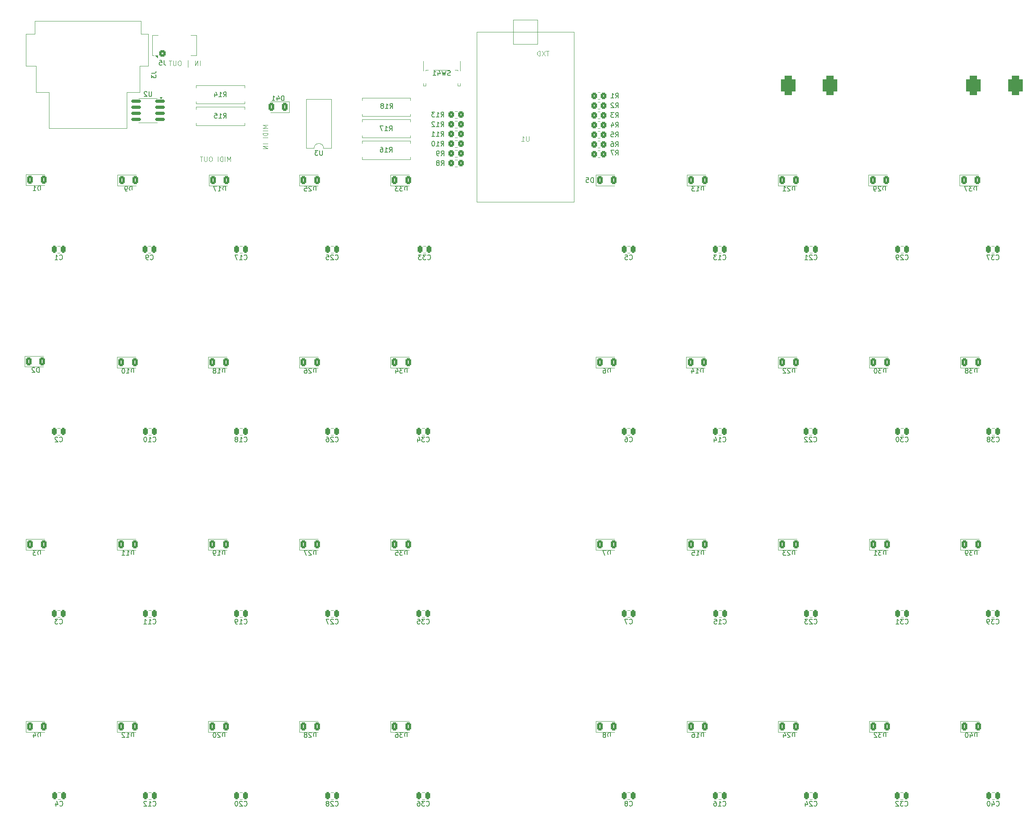
<source format=gbo>
G04 #@! TF.GenerationSoftware,KiCad,Pcbnew,8.0.6*
G04 #@! TF.CreationDate,2024-11-09T01:20:35+01:00*
G04 #@! TF.ProjectId,DMX_MIDI_FIGHTER,444d585f-4d49-4444-995f-464947485445,rev?*
G04 #@! TF.SameCoordinates,Original*
G04 #@! TF.FileFunction,Legend,Bot*
G04 #@! TF.FilePolarity,Positive*
%FSLAX46Y46*%
G04 Gerber Fmt 4.6, Leading zero omitted, Abs format (unit mm)*
G04 Created by KiCad (PCBNEW 8.0.6) date 2024-11-09 01:20:35*
%MOMM*%
%LPD*%
G01*
G04 APERTURE LIST*
G04 Aperture macros list*
%AMRoundRect*
0 Rectangle with rounded corners*
0 $1 Rounding radius*
0 $2 $3 $4 $5 $6 $7 $8 $9 X,Y pos of 4 corners*
0 Add a 4 corners polygon primitive as box body*
4,1,4,$2,$3,$4,$5,$6,$7,$8,$9,$2,$3,0*
0 Add four circle primitives for the rounded corners*
1,1,$1+$1,$2,$3*
1,1,$1+$1,$4,$5*
1,1,$1+$1,$6,$7*
1,1,$1+$1,$8,$9*
0 Add four rect primitives between the rounded corners*
20,1,$1+$1,$2,$3,$4,$5,0*
20,1,$1+$1,$4,$5,$6,$7,0*
20,1,$1+$1,$6,$7,$8,$9,0*
20,1,$1+$1,$8,$9,$2,$3,0*%
G04 Aperture macros list end*
%ADD10C,0.100000*%
%ADD11C,0.150000*%
%ADD12C,0.120000*%
%ADD13C,1.498600*%
%ADD14C,1.000000*%
%ADD15C,3.987800*%
%ADD16C,2.200000*%
%ADD17R,1.500000X1.500000*%
%ADD18R,1.800000X1.800000*%
%ADD19C,1.800000*%
%ADD20RoundRect,0.750000X0.750000X-1.250000X0.750000X1.250000X-0.750000X1.250000X-0.750000X-1.250000X0*%
%ADD21R,1.700000X1.700000*%
%ADD22O,1.700000X1.700000*%
%ADD23C,2.100000*%
%ADD24C,1.750000*%
%ADD25C,1.600000*%
%ADD26C,3.400000*%
%ADD27C,2.900000*%
%ADD28RoundRect,0.250000X-0.375000X-0.625000X0.375000X-0.625000X0.375000X0.625000X-0.375000X0.625000X0*%
%ADD29RoundRect,0.250000X-0.450000X-0.450000X0.450000X-0.450000X0.450000X0.450000X-0.450000X0.450000X0*%
%ADD30C,1.400000*%
%ADD31RoundRect,0.250000X0.350000X0.450000X-0.350000X0.450000X-0.350000X-0.450000X0.350000X-0.450000X0*%
%ADD32O,3.000000X2.200000*%
%ADD33RoundRect,0.250000X-0.250000X-0.475000X0.250000X-0.475000X0.250000X0.475000X-0.250000X0.475000X0*%
%ADD34RoundRect,0.250000X0.375000X0.625000X-0.375000X0.625000X-0.375000X-0.625000X0.375000X-0.625000X0*%
%ADD35R,1.600000X1.600000*%
%ADD36O,1.600000X1.600000*%
%ADD37RoundRect,0.250000X-0.350000X-0.450000X0.350000X-0.450000X0.350000X0.450000X-0.350000X0.450000X0*%
%ADD38RoundRect,0.150000X0.825000X0.150000X-0.825000X0.150000X-0.825000X-0.150000X0.825000X-0.150000X0*%
%ADD39C,2.400000*%
%ADD40O,2.400000X2.400000*%
G04 APERTURE END LIST*
D10*
X104725115Y-81152419D02*
X104725115Y-80152419D01*
X104725115Y-80152419D02*
X104391782Y-80866704D01*
X104391782Y-80866704D02*
X104058449Y-80152419D01*
X104058449Y-80152419D02*
X104058449Y-81152419D01*
X103582258Y-81152419D02*
X103582258Y-80152419D01*
X103106068Y-81152419D02*
X103106068Y-80152419D01*
X103106068Y-80152419D02*
X102867973Y-80152419D01*
X102867973Y-80152419D02*
X102725116Y-80200038D01*
X102725116Y-80200038D02*
X102629878Y-80295276D01*
X102629878Y-80295276D02*
X102582259Y-80390514D01*
X102582259Y-80390514D02*
X102534640Y-80580990D01*
X102534640Y-80580990D02*
X102534640Y-80723847D01*
X102534640Y-80723847D02*
X102582259Y-80914323D01*
X102582259Y-80914323D02*
X102629878Y-81009561D01*
X102629878Y-81009561D02*
X102725116Y-81104800D01*
X102725116Y-81104800D02*
X102867973Y-81152419D01*
X102867973Y-81152419D02*
X103106068Y-81152419D01*
X102106068Y-81152419D02*
X102106068Y-80152419D01*
X100677497Y-80152419D02*
X100487021Y-80152419D01*
X100487021Y-80152419D02*
X100391783Y-80200038D01*
X100391783Y-80200038D02*
X100296545Y-80295276D01*
X100296545Y-80295276D02*
X100248926Y-80485752D01*
X100248926Y-80485752D02*
X100248926Y-80819085D01*
X100248926Y-80819085D02*
X100296545Y-81009561D01*
X100296545Y-81009561D02*
X100391783Y-81104800D01*
X100391783Y-81104800D02*
X100487021Y-81152419D01*
X100487021Y-81152419D02*
X100677497Y-81152419D01*
X100677497Y-81152419D02*
X100772735Y-81104800D01*
X100772735Y-81104800D02*
X100867973Y-81009561D01*
X100867973Y-81009561D02*
X100915592Y-80819085D01*
X100915592Y-80819085D02*
X100915592Y-80485752D01*
X100915592Y-80485752D02*
X100867973Y-80295276D01*
X100867973Y-80295276D02*
X100772735Y-80200038D01*
X100772735Y-80200038D02*
X100677497Y-80152419D01*
X99820354Y-80152419D02*
X99820354Y-80961942D01*
X99820354Y-80961942D02*
X99772735Y-81057180D01*
X99772735Y-81057180D02*
X99725116Y-81104800D01*
X99725116Y-81104800D02*
X99629878Y-81152419D01*
X99629878Y-81152419D02*
X99439402Y-81152419D01*
X99439402Y-81152419D02*
X99344164Y-81104800D01*
X99344164Y-81104800D02*
X99296545Y-81057180D01*
X99296545Y-81057180D02*
X99248926Y-80961942D01*
X99248926Y-80961942D02*
X99248926Y-80152419D01*
X98915592Y-80152419D02*
X98344164Y-80152419D01*
X98629878Y-81152419D02*
X98629878Y-80152419D01*
X112521419Y-73582884D02*
X111521419Y-73582884D01*
X111521419Y-73582884D02*
X112235704Y-73916217D01*
X112235704Y-73916217D02*
X111521419Y-74249550D01*
X111521419Y-74249550D02*
X112521419Y-74249550D01*
X112521419Y-74725741D02*
X111521419Y-74725741D01*
X112521419Y-75201931D02*
X111521419Y-75201931D01*
X111521419Y-75201931D02*
X111521419Y-75440026D01*
X111521419Y-75440026D02*
X111569038Y-75582883D01*
X111569038Y-75582883D02*
X111664276Y-75678121D01*
X111664276Y-75678121D02*
X111759514Y-75725740D01*
X111759514Y-75725740D02*
X111949990Y-75773359D01*
X111949990Y-75773359D02*
X112092847Y-75773359D01*
X112092847Y-75773359D02*
X112283323Y-75725740D01*
X112283323Y-75725740D02*
X112378561Y-75678121D01*
X112378561Y-75678121D02*
X112473800Y-75582883D01*
X112473800Y-75582883D02*
X112521419Y-75440026D01*
X112521419Y-75440026D02*
X112521419Y-75201931D01*
X112521419Y-76201931D02*
X111521419Y-76201931D01*
X112521419Y-77440026D02*
X111521419Y-77440026D01*
X112521419Y-77916216D02*
X111521419Y-77916216D01*
X111521419Y-77916216D02*
X112521419Y-78487644D01*
X112521419Y-78487644D02*
X111521419Y-78487644D01*
X98375115Y-61086419D02*
X98375115Y-60086419D01*
X97898925Y-61086419D02*
X97898925Y-60086419D01*
X97898925Y-60086419D02*
X97327497Y-61086419D01*
X97327497Y-61086419D02*
X97327497Y-60086419D01*
X95851306Y-61419752D02*
X95851306Y-59991180D01*
X94184639Y-60086419D02*
X93994163Y-60086419D01*
X93994163Y-60086419D02*
X93898925Y-60134038D01*
X93898925Y-60134038D02*
X93803687Y-60229276D01*
X93803687Y-60229276D02*
X93756068Y-60419752D01*
X93756068Y-60419752D02*
X93756068Y-60753085D01*
X93756068Y-60753085D02*
X93803687Y-60943561D01*
X93803687Y-60943561D02*
X93898925Y-61038800D01*
X93898925Y-61038800D02*
X93994163Y-61086419D01*
X93994163Y-61086419D02*
X94184639Y-61086419D01*
X94184639Y-61086419D02*
X94279877Y-61038800D01*
X94279877Y-61038800D02*
X94375115Y-60943561D01*
X94375115Y-60943561D02*
X94422734Y-60753085D01*
X94422734Y-60753085D02*
X94422734Y-60419752D01*
X94422734Y-60419752D02*
X94375115Y-60229276D01*
X94375115Y-60229276D02*
X94279877Y-60134038D01*
X94279877Y-60134038D02*
X94184639Y-60086419D01*
X93327496Y-60086419D02*
X93327496Y-60895942D01*
X93327496Y-60895942D02*
X93279877Y-60991180D01*
X93279877Y-60991180D02*
X93232258Y-61038800D01*
X93232258Y-61038800D02*
X93137020Y-61086419D01*
X93137020Y-61086419D02*
X92946544Y-61086419D01*
X92946544Y-61086419D02*
X92851306Y-61038800D01*
X92851306Y-61038800D02*
X92803687Y-60991180D01*
X92803687Y-60991180D02*
X92756068Y-60895942D01*
X92756068Y-60895942D02*
X92756068Y-60086419D01*
X92422734Y-60086419D02*
X91851306Y-60086419D01*
X92137020Y-61086419D02*
X92137020Y-60086419D01*
D11*
X150678523Y-63124700D02*
X150535666Y-63172319D01*
X150535666Y-63172319D02*
X150297571Y-63172319D01*
X150297571Y-63172319D02*
X150202333Y-63124700D01*
X150202333Y-63124700D02*
X150154714Y-63077080D01*
X150154714Y-63077080D02*
X150107095Y-62981842D01*
X150107095Y-62981842D02*
X150107095Y-62886604D01*
X150107095Y-62886604D02*
X150154714Y-62791366D01*
X150154714Y-62791366D02*
X150202333Y-62743747D01*
X150202333Y-62743747D02*
X150297571Y-62696128D01*
X150297571Y-62696128D02*
X150488047Y-62648509D01*
X150488047Y-62648509D02*
X150583285Y-62600890D01*
X150583285Y-62600890D02*
X150630904Y-62553271D01*
X150630904Y-62553271D02*
X150678523Y-62458033D01*
X150678523Y-62458033D02*
X150678523Y-62362795D01*
X150678523Y-62362795D02*
X150630904Y-62267557D01*
X150630904Y-62267557D02*
X150583285Y-62219938D01*
X150583285Y-62219938D02*
X150488047Y-62172319D01*
X150488047Y-62172319D02*
X150249952Y-62172319D01*
X150249952Y-62172319D02*
X150107095Y-62219938D01*
X149773761Y-62172319D02*
X149535666Y-63172319D01*
X149535666Y-63172319D02*
X149345190Y-62458033D01*
X149345190Y-62458033D02*
X149154714Y-63172319D01*
X149154714Y-63172319D02*
X148916619Y-62172319D01*
X148107095Y-62505652D02*
X148107095Y-63172319D01*
X148345190Y-62124700D02*
X148583285Y-62838985D01*
X148583285Y-62838985D02*
X147964238Y-62838985D01*
X147059476Y-63172319D02*
X147630904Y-63172319D01*
X147345190Y-63172319D02*
X147345190Y-62172319D01*
X147345190Y-62172319D02*
X147440428Y-62315176D01*
X147440428Y-62315176D02*
X147535666Y-62410414D01*
X147535666Y-62410414D02*
X147630904Y-62458033D01*
X88194819Y-62676666D02*
X88909104Y-62676666D01*
X88909104Y-62676666D02*
X89051961Y-62629047D01*
X89051961Y-62629047D02*
X89147200Y-62533809D01*
X89147200Y-62533809D02*
X89194819Y-62390952D01*
X89194819Y-62390952D02*
X89194819Y-62295714D01*
X88194819Y-63057619D02*
X88194819Y-63676666D01*
X88194819Y-63676666D02*
X88575771Y-63343333D01*
X88575771Y-63343333D02*
X88575771Y-63486190D01*
X88575771Y-63486190D02*
X88623390Y-63581428D01*
X88623390Y-63581428D02*
X88671009Y-63629047D01*
X88671009Y-63629047D02*
X88766247Y-63676666D01*
X88766247Y-63676666D02*
X89004342Y-63676666D01*
X89004342Y-63676666D02*
X89099580Y-63629047D01*
X89099580Y-63629047D02*
X89147200Y-63581428D01*
X89147200Y-63581428D02*
X89194819Y-63486190D01*
X89194819Y-63486190D02*
X89194819Y-63200476D01*
X89194819Y-63200476D02*
X89147200Y-63105238D01*
X89147200Y-63105238D02*
X89099580Y-63057619D01*
X203522285Y-125464819D02*
X203522285Y-124464819D01*
X203522285Y-124464819D02*
X203284190Y-124464819D01*
X203284190Y-124464819D02*
X203141333Y-124512438D01*
X203141333Y-124512438D02*
X203046095Y-124607676D01*
X203046095Y-124607676D02*
X202998476Y-124702914D01*
X202998476Y-124702914D02*
X202950857Y-124893390D01*
X202950857Y-124893390D02*
X202950857Y-125036247D01*
X202950857Y-125036247D02*
X202998476Y-125226723D01*
X202998476Y-125226723D02*
X203046095Y-125321961D01*
X203046095Y-125321961D02*
X203141333Y-125417200D01*
X203141333Y-125417200D02*
X203284190Y-125464819D01*
X203284190Y-125464819D02*
X203522285Y-125464819D01*
X201998476Y-125464819D02*
X202569904Y-125464819D01*
X202284190Y-125464819D02*
X202284190Y-124464819D01*
X202284190Y-124464819D02*
X202379428Y-124607676D01*
X202379428Y-124607676D02*
X202474666Y-124702914D01*
X202474666Y-124702914D02*
X202569904Y-124750533D01*
X201141333Y-124798152D02*
X201141333Y-125464819D01*
X201379428Y-124417200D02*
X201617523Y-125131485D01*
X201617523Y-125131485D02*
X200998476Y-125131485D01*
X90837333Y-59999819D02*
X90837333Y-60714104D01*
X90837333Y-60714104D02*
X90884952Y-60856961D01*
X90884952Y-60856961D02*
X90980190Y-60952200D01*
X90980190Y-60952200D02*
X91123047Y-60999819D01*
X91123047Y-60999819D02*
X91218285Y-60999819D01*
X89884952Y-59999819D02*
X90361142Y-59999819D01*
X90361142Y-59999819D02*
X90408761Y-60476009D01*
X90408761Y-60476009D02*
X90361142Y-60428390D01*
X90361142Y-60428390D02*
X90265904Y-60380771D01*
X90265904Y-60380771D02*
X90027809Y-60380771D01*
X90027809Y-60380771D02*
X89932571Y-60428390D01*
X89932571Y-60428390D02*
X89884952Y-60476009D01*
X89884952Y-60476009D02*
X89837333Y-60571247D01*
X89837333Y-60571247D02*
X89837333Y-60809342D01*
X89837333Y-60809342D02*
X89884952Y-60904580D01*
X89884952Y-60904580D02*
X89932571Y-60952200D01*
X89932571Y-60952200D02*
X90027809Y-60999819D01*
X90027809Y-60999819D02*
X90265904Y-60999819D01*
X90265904Y-60999819D02*
X90361142Y-60952200D01*
X90361142Y-60952200D02*
X90408761Y-60904580D01*
X148756666Y-79956819D02*
X149089999Y-79480628D01*
X149328094Y-79956819D02*
X149328094Y-78956819D01*
X149328094Y-78956819D02*
X148947142Y-78956819D01*
X148947142Y-78956819D02*
X148851904Y-79004438D01*
X148851904Y-79004438D02*
X148804285Y-79052057D01*
X148804285Y-79052057D02*
X148756666Y-79147295D01*
X148756666Y-79147295D02*
X148756666Y-79290152D01*
X148756666Y-79290152D02*
X148804285Y-79385390D01*
X148804285Y-79385390D02*
X148851904Y-79433009D01*
X148851904Y-79433009D02*
X148947142Y-79480628D01*
X148947142Y-79480628D02*
X149328094Y-79480628D01*
X148280475Y-79956819D02*
X148089999Y-79956819D01*
X148089999Y-79956819D02*
X147994761Y-79909200D01*
X147994761Y-79909200D02*
X147947142Y-79861580D01*
X147947142Y-79861580D02*
X147851904Y-79718723D01*
X147851904Y-79718723D02*
X147804285Y-79528247D01*
X147804285Y-79528247D02*
X147804285Y-79147295D01*
X147804285Y-79147295D02*
X147851904Y-79052057D01*
X147851904Y-79052057D02*
X147899523Y-79004438D01*
X147899523Y-79004438D02*
X147994761Y-78956819D01*
X147994761Y-78956819D02*
X148185237Y-78956819D01*
X148185237Y-78956819D02*
X148280475Y-79004438D01*
X148280475Y-79004438D02*
X148328094Y-79052057D01*
X148328094Y-79052057D02*
X148375713Y-79147295D01*
X148375713Y-79147295D02*
X148375713Y-79385390D01*
X148375713Y-79385390D02*
X148328094Y-79480628D01*
X148328094Y-79480628D02*
X148280475Y-79528247D01*
X148280475Y-79528247D02*
X148185237Y-79575866D01*
X148185237Y-79575866D02*
X147994761Y-79575866D01*
X147994761Y-79575866D02*
X147899523Y-79528247D01*
X147899523Y-79528247D02*
X147851904Y-79480628D01*
X147851904Y-79480628D02*
X147804285Y-79385390D01*
X185221666Y-69923819D02*
X185554999Y-69447628D01*
X185793094Y-69923819D02*
X185793094Y-68923819D01*
X185793094Y-68923819D02*
X185412142Y-68923819D01*
X185412142Y-68923819D02*
X185316904Y-68971438D01*
X185316904Y-68971438D02*
X185269285Y-69019057D01*
X185269285Y-69019057D02*
X185221666Y-69114295D01*
X185221666Y-69114295D02*
X185221666Y-69257152D01*
X185221666Y-69257152D02*
X185269285Y-69352390D01*
X185269285Y-69352390D02*
X185316904Y-69400009D01*
X185316904Y-69400009D02*
X185412142Y-69447628D01*
X185412142Y-69447628D02*
X185793094Y-69447628D01*
X184840713Y-69019057D02*
X184793094Y-68971438D01*
X184793094Y-68971438D02*
X184697856Y-68923819D01*
X184697856Y-68923819D02*
X184459761Y-68923819D01*
X184459761Y-68923819D02*
X184364523Y-68971438D01*
X184364523Y-68971438D02*
X184316904Y-69019057D01*
X184316904Y-69019057D02*
X184269285Y-69114295D01*
X184269285Y-69114295D02*
X184269285Y-69209533D01*
X184269285Y-69209533D02*
X184316904Y-69352390D01*
X184316904Y-69352390D02*
X184888332Y-69923819D01*
X184888332Y-69923819D02*
X184269285Y-69923819D01*
X122626285Y-201664819D02*
X122626285Y-200664819D01*
X122626285Y-200664819D02*
X122388190Y-200664819D01*
X122388190Y-200664819D02*
X122245333Y-200712438D01*
X122245333Y-200712438D02*
X122150095Y-200807676D01*
X122150095Y-200807676D02*
X122102476Y-200902914D01*
X122102476Y-200902914D02*
X122054857Y-201093390D01*
X122054857Y-201093390D02*
X122054857Y-201236247D01*
X122054857Y-201236247D02*
X122102476Y-201426723D01*
X122102476Y-201426723D02*
X122150095Y-201521961D01*
X122150095Y-201521961D02*
X122245333Y-201617200D01*
X122245333Y-201617200D02*
X122388190Y-201664819D01*
X122388190Y-201664819D02*
X122626285Y-201664819D01*
X121673904Y-200760057D02*
X121626285Y-200712438D01*
X121626285Y-200712438D02*
X121531047Y-200664819D01*
X121531047Y-200664819D02*
X121292952Y-200664819D01*
X121292952Y-200664819D02*
X121197714Y-200712438D01*
X121197714Y-200712438D02*
X121150095Y-200760057D01*
X121150095Y-200760057D02*
X121102476Y-200855295D01*
X121102476Y-200855295D02*
X121102476Y-200950533D01*
X121102476Y-200950533D02*
X121150095Y-201093390D01*
X121150095Y-201093390D02*
X121721523Y-201664819D01*
X121721523Y-201664819D02*
X121102476Y-201664819D01*
X120531047Y-201093390D02*
X120626285Y-201045771D01*
X120626285Y-201045771D02*
X120673904Y-200998152D01*
X120673904Y-200998152D02*
X120721523Y-200902914D01*
X120721523Y-200902914D02*
X120721523Y-200855295D01*
X120721523Y-200855295D02*
X120673904Y-200760057D01*
X120673904Y-200760057D02*
X120626285Y-200712438D01*
X120626285Y-200712438D02*
X120531047Y-200664819D01*
X120531047Y-200664819D02*
X120340571Y-200664819D01*
X120340571Y-200664819D02*
X120245333Y-200712438D01*
X120245333Y-200712438D02*
X120197714Y-200760057D01*
X120197714Y-200760057D02*
X120150095Y-200855295D01*
X120150095Y-200855295D02*
X120150095Y-200902914D01*
X120150095Y-200902914D02*
X120197714Y-200998152D01*
X120197714Y-200998152D02*
X120245333Y-201045771D01*
X120245333Y-201045771D02*
X120340571Y-201093390D01*
X120340571Y-201093390D02*
X120531047Y-201093390D01*
X120531047Y-201093390D02*
X120626285Y-201141009D01*
X120626285Y-201141009D02*
X120673904Y-201188628D01*
X120673904Y-201188628D02*
X120721523Y-201283866D01*
X120721523Y-201283866D02*
X120721523Y-201474342D01*
X120721523Y-201474342D02*
X120673904Y-201569580D01*
X120673904Y-201569580D02*
X120626285Y-201617200D01*
X120626285Y-201617200D02*
X120531047Y-201664819D01*
X120531047Y-201664819D02*
X120340571Y-201664819D01*
X120340571Y-201664819D02*
X120245333Y-201617200D01*
X120245333Y-201617200D02*
X120197714Y-201569580D01*
X120197714Y-201569580D02*
X120150095Y-201474342D01*
X120150095Y-201474342D02*
X120150095Y-201283866D01*
X120150095Y-201283866D02*
X120197714Y-201188628D01*
X120197714Y-201188628D02*
X120245333Y-201141009D01*
X120245333Y-201141009D02*
X120340571Y-201093390D01*
D10*
X167131904Y-75919419D02*
X167131904Y-76728942D01*
X167131904Y-76728942D02*
X167084285Y-76824180D01*
X167084285Y-76824180D02*
X167036666Y-76871800D01*
X167036666Y-76871800D02*
X166941428Y-76919419D01*
X166941428Y-76919419D02*
X166750952Y-76919419D01*
X166750952Y-76919419D02*
X166655714Y-76871800D01*
X166655714Y-76871800D02*
X166608095Y-76824180D01*
X166608095Y-76824180D02*
X166560476Y-76728942D01*
X166560476Y-76728942D02*
X166560476Y-75919419D01*
X165560476Y-76919419D02*
X166131904Y-76919419D01*
X165846190Y-76919419D02*
X165846190Y-75919419D01*
X165846190Y-75919419D02*
X165941428Y-76062276D01*
X165941428Y-76062276D02*
X166036666Y-76157514D01*
X166036666Y-76157514D02*
X166131904Y-76205133D01*
X171288972Y-58054419D02*
X170717544Y-58054419D01*
X171003258Y-59054419D02*
X171003258Y-58054419D01*
X170479448Y-58054419D02*
X169812782Y-59054419D01*
X169812782Y-58054419D02*
X170479448Y-59054419D01*
X169431829Y-59054419D02*
X169431829Y-58054419D01*
X169431829Y-58054419D02*
X169193734Y-58054419D01*
X169193734Y-58054419D02*
X169050877Y-58102038D01*
X169050877Y-58102038D02*
X168955639Y-58197276D01*
X168955639Y-58197276D02*
X168908020Y-58292514D01*
X168908020Y-58292514D02*
X168860401Y-58482990D01*
X168860401Y-58482990D02*
X168860401Y-58625847D01*
X168860401Y-58625847D02*
X168908020Y-58816323D01*
X168908020Y-58816323D02*
X168955639Y-58911561D01*
X168955639Y-58911561D02*
X169050877Y-59006800D01*
X169050877Y-59006800D02*
X169193734Y-59054419D01*
X169193734Y-59054419D02*
X169431829Y-59054419D01*
D11*
X122626285Y-163564819D02*
X122626285Y-162564819D01*
X122626285Y-162564819D02*
X122388190Y-162564819D01*
X122388190Y-162564819D02*
X122245333Y-162612438D01*
X122245333Y-162612438D02*
X122150095Y-162707676D01*
X122150095Y-162707676D02*
X122102476Y-162802914D01*
X122102476Y-162802914D02*
X122054857Y-162993390D01*
X122054857Y-162993390D02*
X122054857Y-163136247D01*
X122054857Y-163136247D02*
X122102476Y-163326723D01*
X122102476Y-163326723D02*
X122150095Y-163421961D01*
X122150095Y-163421961D02*
X122245333Y-163517200D01*
X122245333Y-163517200D02*
X122388190Y-163564819D01*
X122388190Y-163564819D02*
X122626285Y-163564819D01*
X121673904Y-162660057D02*
X121626285Y-162612438D01*
X121626285Y-162612438D02*
X121531047Y-162564819D01*
X121531047Y-162564819D02*
X121292952Y-162564819D01*
X121292952Y-162564819D02*
X121197714Y-162612438D01*
X121197714Y-162612438D02*
X121150095Y-162660057D01*
X121150095Y-162660057D02*
X121102476Y-162755295D01*
X121102476Y-162755295D02*
X121102476Y-162850533D01*
X121102476Y-162850533D02*
X121150095Y-162993390D01*
X121150095Y-162993390D02*
X121721523Y-163564819D01*
X121721523Y-163564819D02*
X121102476Y-163564819D01*
X120769142Y-162564819D02*
X120102476Y-162564819D01*
X120102476Y-162564819D02*
X120531047Y-163564819D01*
X222702285Y-201664819D02*
X222702285Y-200664819D01*
X222702285Y-200664819D02*
X222464190Y-200664819D01*
X222464190Y-200664819D02*
X222321333Y-200712438D01*
X222321333Y-200712438D02*
X222226095Y-200807676D01*
X222226095Y-200807676D02*
X222178476Y-200902914D01*
X222178476Y-200902914D02*
X222130857Y-201093390D01*
X222130857Y-201093390D02*
X222130857Y-201236247D01*
X222130857Y-201236247D02*
X222178476Y-201426723D01*
X222178476Y-201426723D02*
X222226095Y-201521961D01*
X222226095Y-201521961D02*
X222321333Y-201617200D01*
X222321333Y-201617200D02*
X222464190Y-201664819D01*
X222464190Y-201664819D02*
X222702285Y-201664819D01*
X221749904Y-200760057D02*
X221702285Y-200712438D01*
X221702285Y-200712438D02*
X221607047Y-200664819D01*
X221607047Y-200664819D02*
X221368952Y-200664819D01*
X221368952Y-200664819D02*
X221273714Y-200712438D01*
X221273714Y-200712438D02*
X221226095Y-200760057D01*
X221226095Y-200760057D02*
X221178476Y-200855295D01*
X221178476Y-200855295D02*
X221178476Y-200950533D01*
X221178476Y-200950533D02*
X221226095Y-201093390D01*
X221226095Y-201093390D02*
X221797523Y-201664819D01*
X221797523Y-201664819D02*
X221178476Y-201664819D01*
X220321333Y-200998152D02*
X220321333Y-201664819D01*
X220559428Y-200617200D02*
X220797523Y-201331485D01*
X220797523Y-201331485D02*
X220178476Y-201331485D01*
X148724857Y-77924819D02*
X149058190Y-77448628D01*
X149296285Y-77924819D02*
X149296285Y-76924819D01*
X149296285Y-76924819D02*
X148915333Y-76924819D01*
X148915333Y-76924819D02*
X148820095Y-76972438D01*
X148820095Y-76972438D02*
X148772476Y-77020057D01*
X148772476Y-77020057D02*
X148724857Y-77115295D01*
X148724857Y-77115295D02*
X148724857Y-77258152D01*
X148724857Y-77258152D02*
X148772476Y-77353390D01*
X148772476Y-77353390D02*
X148820095Y-77401009D01*
X148820095Y-77401009D02*
X148915333Y-77448628D01*
X148915333Y-77448628D02*
X149296285Y-77448628D01*
X147772476Y-77924819D02*
X148343904Y-77924819D01*
X148058190Y-77924819D02*
X148058190Y-76924819D01*
X148058190Y-76924819D02*
X148153428Y-77067676D01*
X148153428Y-77067676D02*
X148248666Y-77162914D01*
X148248666Y-77162914D02*
X148343904Y-77210533D01*
X147153428Y-76924819D02*
X147058190Y-76924819D01*
X147058190Y-76924819D02*
X146962952Y-76972438D01*
X146962952Y-76972438D02*
X146915333Y-77020057D01*
X146915333Y-77020057D02*
X146867714Y-77115295D01*
X146867714Y-77115295D02*
X146820095Y-77305771D01*
X146820095Y-77305771D02*
X146820095Y-77543866D01*
X146820095Y-77543866D02*
X146867714Y-77734342D01*
X146867714Y-77734342D02*
X146915333Y-77829580D01*
X146915333Y-77829580D02*
X146962952Y-77877200D01*
X146962952Y-77877200D02*
X147058190Y-77924819D01*
X147058190Y-77924819D02*
X147153428Y-77924819D01*
X147153428Y-77924819D02*
X147248666Y-77877200D01*
X147248666Y-77877200D02*
X147296285Y-77829580D01*
X147296285Y-77829580D02*
X147343904Y-77734342D01*
X147343904Y-77734342D02*
X147391523Y-77543866D01*
X147391523Y-77543866D02*
X147391523Y-77305771D01*
X147391523Y-77305771D02*
X147343904Y-77115295D01*
X147343904Y-77115295D02*
X147296285Y-77020057D01*
X147296285Y-77020057D02*
X147248666Y-76972438D01*
X147248666Y-76972438D02*
X147153428Y-76924819D01*
X185221666Y-71955819D02*
X185554999Y-71479628D01*
X185793094Y-71955819D02*
X185793094Y-70955819D01*
X185793094Y-70955819D02*
X185412142Y-70955819D01*
X185412142Y-70955819D02*
X185316904Y-71003438D01*
X185316904Y-71003438D02*
X185269285Y-71051057D01*
X185269285Y-71051057D02*
X185221666Y-71146295D01*
X185221666Y-71146295D02*
X185221666Y-71289152D01*
X185221666Y-71289152D02*
X185269285Y-71384390D01*
X185269285Y-71384390D02*
X185316904Y-71432009D01*
X185316904Y-71432009D02*
X185412142Y-71479628D01*
X185412142Y-71479628D02*
X185793094Y-71479628D01*
X184888332Y-70955819D02*
X184269285Y-70955819D01*
X184269285Y-70955819D02*
X184602618Y-71336771D01*
X184602618Y-71336771D02*
X184459761Y-71336771D01*
X184459761Y-71336771D02*
X184364523Y-71384390D01*
X184364523Y-71384390D02*
X184316904Y-71432009D01*
X184316904Y-71432009D02*
X184269285Y-71527247D01*
X184269285Y-71527247D02*
X184269285Y-71765342D01*
X184269285Y-71765342D02*
X184316904Y-71860580D01*
X184316904Y-71860580D02*
X184364523Y-71908200D01*
X184364523Y-71908200D02*
X184459761Y-71955819D01*
X184459761Y-71955819D02*
X184745475Y-71955819D01*
X184745475Y-71955819D02*
X184840713Y-71908200D01*
X184840713Y-71908200D02*
X184888332Y-71860580D01*
X245752857Y-101607580D02*
X245800476Y-101655200D01*
X245800476Y-101655200D02*
X245943333Y-101702819D01*
X245943333Y-101702819D02*
X246038571Y-101702819D01*
X246038571Y-101702819D02*
X246181428Y-101655200D01*
X246181428Y-101655200D02*
X246276666Y-101559961D01*
X246276666Y-101559961D02*
X246324285Y-101464723D01*
X246324285Y-101464723D02*
X246371904Y-101274247D01*
X246371904Y-101274247D02*
X246371904Y-101131390D01*
X246371904Y-101131390D02*
X246324285Y-100940914D01*
X246324285Y-100940914D02*
X246276666Y-100845676D01*
X246276666Y-100845676D02*
X246181428Y-100750438D01*
X246181428Y-100750438D02*
X246038571Y-100702819D01*
X246038571Y-100702819D02*
X245943333Y-100702819D01*
X245943333Y-100702819D02*
X245800476Y-100750438D01*
X245800476Y-100750438D02*
X245752857Y-100798057D01*
X245371904Y-100798057D02*
X245324285Y-100750438D01*
X245324285Y-100750438D02*
X245229047Y-100702819D01*
X245229047Y-100702819D02*
X244990952Y-100702819D01*
X244990952Y-100702819D02*
X244895714Y-100750438D01*
X244895714Y-100750438D02*
X244848095Y-100798057D01*
X244848095Y-100798057D02*
X244800476Y-100893295D01*
X244800476Y-100893295D02*
X244800476Y-100988533D01*
X244800476Y-100988533D02*
X244848095Y-101131390D01*
X244848095Y-101131390D02*
X245419523Y-101702819D01*
X245419523Y-101702819D02*
X244800476Y-101702819D01*
X244324285Y-101702819D02*
X244133809Y-101702819D01*
X244133809Y-101702819D02*
X244038571Y-101655200D01*
X244038571Y-101655200D02*
X243990952Y-101607580D01*
X243990952Y-101607580D02*
X243895714Y-101464723D01*
X243895714Y-101464723D02*
X243848095Y-101274247D01*
X243848095Y-101274247D02*
X243848095Y-100893295D01*
X243848095Y-100893295D02*
X243895714Y-100798057D01*
X243895714Y-100798057D02*
X243943333Y-100750438D01*
X243943333Y-100750438D02*
X244038571Y-100702819D01*
X244038571Y-100702819D02*
X244229047Y-100702819D01*
X244229047Y-100702819D02*
X244324285Y-100750438D01*
X244324285Y-100750438D02*
X244371904Y-100798057D01*
X244371904Y-100798057D02*
X244419523Y-100893295D01*
X244419523Y-100893295D02*
X244419523Y-101131390D01*
X244419523Y-101131390D02*
X244371904Y-101226628D01*
X244371904Y-101226628D02*
X244324285Y-101274247D01*
X244324285Y-101274247D02*
X244229047Y-101321866D01*
X244229047Y-101321866D02*
X244038571Y-101321866D01*
X244038571Y-101321866D02*
X243943333Y-101274247D01*
X243943333Y-101274247D02*
X243895714Y-101226628D01*
X243895714Y-101226628D02*
X243848095Y-101131390D01*
X103706285Y-87364819D02*
X103706285Y-86364819D01*
X103706285Y-86364819D02*
X103468190Y-86364819D01*
X103468190Y-86364819D02*
X103325333Y-86412438D01*
X103325333Y-86412438D02*
X103230095Y-86507676D01*
X103230095Y-86507676D02*
X103182476Y-86602914D01*
X103182476Y-86602914D02*
X103134857Y-86793390D01*
X103134857Y-86793390D02*
X103134857Y-86936247D01*
X103134857Y-86936247D02*
X103182476Y-87126723D01*
X103182476Y-87126723D02*
X103230095Y-87221961D01*
X103230095Y-87221961D02*
X103325333Y-87317200D01*
X103325333Y-87317200D02*
X103468190Y-87364819D01*
X103468190Y-87364819D02*
X103706285Y-87364819D01*
X102182476Y-87364819D02*
X102753904Y-87364819D01*
X102468190Y-87364819D02*
X102468190Y-86364819D01*
X102468190Y-86364819D02*
X102563428Y-86507676D01*
X102563428Y-86507676D02*
X102658666Y-86602914D01*
X102658666Y-86602914D02*
X102753904Y-86650533D01*
X101849142Y-86364819D02*
X101182476Y-86364819D01*
X101182476Y-86364819D02*
X101611047Y-87364819D01*
X115904285Y-68413819D02*
X115904285Y-67413819D01*
X115904285Y-67413819D02*
X115666190Y-67413819D01*
X115666190Y-67413819D02*
X115523333Y-67461438D01*
X115523333Y-67461438D02*
X115428095Y-67556676D01*
X115428095Y-67556676D02*
X115380476Y-67651914D01*
X115380476Y-67651914D02*
X115332857Y-67842390D01*
X115332857Y-67842390D02*
X115332857Y-67985247D01*
X115332857Y-67985247D02*
X115380476Y-68175723D01*
X115380476Y-68175723D02*
X115428095Y-68270961D01*
X115428095Y-68270961D02*
X115523333Y-68366200D01*
X115523333Y-68366200D02*
X115666190Y-68413819D01*
X115666190Y-68413819D02*
X115904285Y-68413819D01*
X114475714Y-67747152D02*
X114475714Y-68413819D01*
X114713809Y-67366200D02*
X114951904Y-68080485D01*
X114951904Y-68080485D02*
X114332857Y-68080485D01*
X113428095Y-68413819D02*
X113999523Y-68413819D01*
X113713809Y-68413819D02*
X113713809Y-67413819D01*
X113713809Y-67413819D02*
X113809047Y-67556676D01*
X113809047Y-67556676D02*
X113904285Y-67651914D01*
X113904285Y-67651914D02*
X113999523Y-67699533D01*
X123961904Y-78863819D02*
X123961904Y-79673342D01*
X123961904Y-79673342D02*
X123914285Y-79768580D01*
X123914285Y-79768580D02*
X123866666Y-79816200D01*
X123866666Y-79816200D02*
X123771428Y-79863819D01*
X123771428Y-79863819D02*
X123580952Y-79863819D01*
X123580952Y-79863819D02*
X123485714Y-79816200D01*
X123485714Y-79816200D02*
X123438095Y-79768580D01*
X123438095Y-79768580D02*
X123390476Y-79673342D01*
X123390476Y-79673342D02*
X123390476Y-78863819D01*
X123009523Y-78863819D02*
X122390476Y-78863819D01*
X122390476Y-78863819D02*
X122723809Y-79244771D01*
X122723809Y-79244771D02*
X122580952Y-79244771D01*
X122580952Y-79244771D02*
X122485714Y-79292390D01*
X122485714Y-79292390D02*
X122438095Y-79340009D01*
X122438095Y-79340009D02*
X122390476Y-79435247D01*
X122390476Y-79435247D02*
X122390476Y-79673342D01*
X122390476Y-79673342D02*
X122438095Y-79768580D01*
X122438095Y-79768580D02*
X122485714Y-79816200D01*
X122485714Y-79816200D02*
X122580952Y-79863819D01*
X122580952Y-79863819D02*
X122866666Y-79863819D01*
X122866666Y-79863819D02*
X122961904Y-79816200D01*
X122961904Y-79816200D02*
X123009523Y-79768580D01*
X203652285Y-201664819D02*
X203652285Y-200664819D01*
X203652285Y-200664819D02*
X203414190Y-200664819D01*
X203414190Y-200664819D02*
X203271333Y-200712438D01*
X203271333Y-200712438D02*
X203176095Y-200807676D01*
X203176095Y-200807676D02*
X203128476Y-200902914D01*
X203128476Y-200902914D02*
X203080857Y-201093390D01*
X203080857Y-201093390D02*
X203080857Y-201236247D01*
X203080857Y-201236247D02*
X203128476Y-201426723D01*
X203128476Y-201426723D02*
X203176095Y-201521961D01*
X203176095Y-201521961D02*
X203271333Y-201617200D01*
X203271333Y-201617200D02*
X203414190Y-201664819D01*
X203414190Y-201664819D02*
X203652285Y-201664819D01*
X202128476Y-201664819D02*
X202699904Y-201664819D01*
X202414190Y-201664819D02*
X202414190Y-200664819D01*
X202414190Y-200664819D02*
X202509428Y-200807676D01*
X202509428Y-200807676D02*
X202604666Y-200902914D01*
X202604666Y-200902914D02*
X202699904Y-200950533D01*
X201271333Y-200664819D02*
X201461809Y-200664819D01*
X201461809Y-200664819D02*
X201557047Y-200712438D01*
X201557047Y-200712438D02*
X201604666Y-200760057D01*
X201604666Y-200760057D02*
X201699904Y-200902914D01*
X201699904Y-200902914D02*
X201747523Y-201093390D01*
X201747523Y-201093390D02*
X201747523Y-201474342D01*
X201747523Y-201474342D02*
X201699904Y-201569580D01*
X201699904Y-201569580D02*
X201652285Y-201617200D01*
X201652285Y-201617200D02*
X201557047Y-201664819D01*
X201557047Y-201664819D02*
X201366571Y-201664819D01*
X201366571Y-201664819D02*
X201271333Y-201617200D01*
X201271333Y-201617200D02*
X201223714Y-201569580D01*
X201223714Y-201569580D02*
X201176095Y-201474342D01*
X201176095Y-201474342D02*
X201176095Y-201236247D01*
X201176095Y-201236247D02*
X201223714Y-201141009D01*
X201223714Y-201141009D02*
X201271333Y-201093390D01*
X201271333Y-201093390D02*
X201366571Y-201045771D01*
X201366571Y-201045771D02*
X201557047Y-201045771D01*
X201557047Y-201045771D02*
X201652285Y-201093390D01*
X201652285Y-201093390D02*
X201699904Y-201141009D01*
X201699904Y-201141009D02*
X201747523Y-201236247D01*
X84174094Y-87364819D02*
X84174094Y-86364819D01*
X84174094Y-86364819D02*
X83935999Y-86364819D01*
X83935999Y-86364819D02*
X83793142Y-86412438D01*
X83793142Y-86412438D02*
X83697904Y-86507676D01*
X83697904Y-86507676D02*
X83650285Y-86602914D01*
X83650285Y-86602914D02*
X83602666Y-86793390D01*
X83602666Y-86793390D02*
X83602666Y-86936247D01*
X83602666Y-86936247D02*
X83650285Y-87126723D01*
X83650285Y-87126723D02*
X83697904Y-87221961D01*
X83697904Y-87221961D02*
X83793142Y-87317200D01*
X83793142Y-87317200D02*
X83935999Y-87364819D01*
X83935999Y-87364819D02*
X84174094Y-87364819D01*
X83126475Y-87364819D02*
X82935999Y-87364819D01*
X82935999Y-87364819D02*
X82840761Y-87317200D01*
X82840761Y-87317200D02*
X82793142Y-87269580D01*
X82793142Y-87269580D02*
X82697904Y-87126723D01*
X82697904Y-87126723D02*
X82650285Y-86936247D01*
X82650285Y-86936247D02*
X82650285Y-86555295D01*
X82650285Y-86555295D02*
X82697904Y-86460057D01*
X82697904Y-86460057D02*
X82745523Y-86412438D01*
X82745523Y-86412438D02*
X82840761Y-86364819D01*
X82840761Y-86364819D02*
X83031237Y-86364819D01*
X83031237Y-86364819D02*
X83126475Y-86412438D01*
X83126475Y-86412438D02*
X83174094Y-86460057D01*
X83174094Y-86460057D02*
X83221713Y-86555295D01*
X83221713Y-86555295D02*
X83221713Y-86793390D01*
X83221713Y-86793390D02*
X83174094Y-86888628D01*
X83174094Y-86888628D02*
X83126475Y-86936247D01*
X83126475Y-86936247D02*
X83031237Y-86983866D01*
X83031237Y-86983866D02*
X82840761Y-86983866D01*
X82840761Y-86983866D02*
X82745523Y-86936247D01*
X82745523Y-86936247D02*
X82697904Y-86888628D01*
X82697904Y-86888628D02*
X82650285Y-86793390D01*
X107576857Y-177807580D02*
X107624476Y-177855200D01*
X107624476Y-177855200D02*
X107767333Y-177902819D01*
X107767333Y-177902819D02*
X107862571Y-177902819D01*
X107862571Y-177902819D02*
X108005428Y-177855200D01*
X108005428Y-177855200D02*
X108100666Y-177759961D01*
X108100666Y-177759961D02*
X108148285Y-177664723D01*
X108148285Y-177664723D02*
X108195904Y-177474247D01*
X108195904Y-177474247D02*
X108195904Y-177331390D01*
X108195904Y-177331390D02*
X108148285Y-177140914D01*
X108148285Y-177140914D02*
X108100666Y-177045676D01*
X108100666Y-177045676D02*
X108005428Y-176950438D01*
X108005428Y-176950438D02*
X107862571Y-176902819D01*
X107862571Y-176902819D02*
X107767333Y-176902819D01*
X107767333Y-176902819D02*
X107624476Y-176950438D01*
X107624476Y-176950438D02*
X107576857Y-176998057D01*
X106624476Y-177902819D02*
X107195904Y-177902819D01*
X106910190Y-177902819D02*
X106910190Y-176902819D01*
X106910190Y-176902819D02*
X107005428Y-177045676D01*
X107005428Y-177045676D02*
X107100666Y-177140914D01*
X107100666Y-177140914D02*
X107195904Y-177188533D01*
X106148285Y-177902819D02*
X105957809Y-177902819D01*
X105957809Y-177902819D02*
X105862571Y-177855200D01*
X105862571Y-177855200D02*
X105814952Y-177807580D01*
X105814952Y-177807580D02*
X105719714Y-177664723D01*
X105719714Y-177664723D02*
X105672095Y-177474247D01*
X105672095Y-177474247D02*
X105672095Y-177093295D01*
X105672095Y-177093295D02*
X105719714Y-176998057D01*
X105719714Y-176998057D02*
X105767333Y-176950438D01*
X105767333Y-176950438D02*
X105862571Y-176902819D01*
X105862571Y-176902819D02*
X106053047Y-176902819D01*
X106053047Y-176902819D02*
X106148285Y-176950438D01*
X106148285Y-176950438D02*
X106195904Y-176998057D01*
X106195904Y-176998057D02*
X106243523Y-177093295D01*
X106243523Y-177093295D02*
X106243523Y-177331390D01*
X106243523Y-177331390D02*
X106195904Y-177426628D01*
X106195904Y-177426628D02*
X106148285Y-177474247D01*
X106148285Y-177474247D02*
X106053047Y-177521866D01*
X106053047Y-177521866D02*
X105862571Y-177521866D01*
X105862571Y-177521866D02*
X105767333Y-177474247D01*
X105767333Y-177474247D02*
X105719714Y-177426628D01*
X105719714Y-177426628D02*
X105672095Y-177331390D01*
X148724857Y-71828819D02*
X149058190Y-71352628D01*
X149296285Y-71828819D02*
X149296285Y-70828819D01*
X149296285Y-70828819D02*
X148915333Y-70828819D01*
X148915333Y-70828819D02*
X148820095Y-70876438D01*
X148820095Y-70876438D02*
X148772476Y-70924057D01*
X148772476Y-70924057D02*
X148724857Y-71019295D01*
X148724857Y-71019295D02*
X148724857Y-71162152D01*
X148724857Y-71162152D02*
X148772476Y-71257390D01*
X148772476Y-71257390D02*
X148820095Y-71305009D01*
X148820095Y-71305009D02*
X148915333Y-71352628D01*
X148915333Y-71352628D02*
X149296285Y-71352628D01*
X147772476Y-71828819D02*
X148343904Y-71828819D01*
X148058190Y-71828819D02*
X148058190Y-70828819D01*
X148058190Y-70828819D02*
X148153428Y-70971676D01*
X148153428Y-70971676D02*
X148248666Y-71066914D01*
X148248666Y-71066914D02*
X148343904Y-71114533D01*
X147439142Y-70828819D02*
X146820095Y-70828819D01*
X146820095Y-70828819D02*
X147153428Y-71209771D01*
X147153428Y-71209771D02*
X147010571Y-71209771D01*
X147010571Y-71209771D02*
X146915333Y-71257390D01*
X146915333Y-71257390D02*
X146867714Y-71305009D01*
X146867714Y-71305009D02*
X146820095Y-71400247D01*
X146820095Y-71400247D02*
X146820095Y-71638342D01*
X146820095Y-71638342D02*
X146867714Y-71733580D01*
X146867714Y-71733580D02*
X146915333Y-71781200D01*
X146915333Y-71781200D02*
X147010571Y-71828819D01*
X147010571Y-71828819D02*
X147296285Y-71828819D01*
X147296285Y-71828819D02*
X147391523Y-71781200D01*
X147391523Y-71781200D02*
X147439142Y-71733580D01*
X207718857Y-177807580D02*
X207766476Y-177855200D01*
X207766476Y-177855200D02*
X207909333Y-177902819D01*
X207909333Y-177902819D02*
X208004571Y-177902819D01*
X208004571Y-177902819D02*
X208147428Y-177855200D01*
X208147428Y-177855200D02*
X208242666Y-177759961D01*
X208242666Y-177759961D02*
X208290285Y-177664723D01*
X208290285Y-177664723D02*
X208337904Y-177474247D01*
X208337904Y-177474247D02*
X208337904Y-177331390D01*
X208337904Y-177331390D02*
X208290285Y-177140914D01*
X208290285Y-177140914D02*
X208242666Y-177045676D01*
X208242666Y-177045676D02*
X208147428Y-176950438D01*
X208147428Y-176950438D02*
X208004571Y-176902819D01*
X208004571Y-176902819D02*
X207909333Y-176902819D01*
X207909333Y-176902819D02*
X207766476Y-176950438D01*
X207766476Y-176950438D02*
X207718857Y-176998057D01*
X206766476Y-177902819D02*
X207337904Y-177902819D01*
X207052190Y-177902819D02*
X207052190Y-176902819D01*
X207052190Y-176902819D02*
X207147428Y-177045676D01*
X207147428Y-177045676D02*
X207242666Y-177140914D01*
X207242666Y-177140914D02*
X207337904Y-177188533D01*
X205861714Y-176902819D02*
X206337904Y-176902819D01*
X206337904Y-176902819D02*
X206385523Y-177379009D01*
X206385523Y-177379009D02*
X206337904Y-177331390D01*
X206337904Y-177331390D02*
X206242666Y-177283771D01*
X206242666Y-177283771D02*
X206004571Y-177283771D01*
X206004571Y-177283771D02*
X205909333Y-177331390D01*
X205909333Y-177331390D02*
X205861714Y-177379009D01*
X205861714Y-177379009D02*
X205814095Y-177474247D01*
X205814095Y-177474247D02*
X205814095Y-177712342D01*
X205814095Y-177712342D02*
X205861714Y-177807580D01*
X205861714Y-177807580D02*
X205909333Y-177855200D01*
X205909333Y-177855200D02*
X206004571Y-177902819D01*
X206004571Y-177902819D02*
X206242666Y-177902819D01*
X206242666Y-177902819D02*
X206337904Y-177855200D01*
X206337904Y-177855200D02*
X206385523Y-177807580D01*
X103576285Y-201664819D02*
X103576285Y-200664819D01*
X103576285Y-200664819D02*
X103338190Y-200664819D01*
X103338190Y-200664819D02*
X103195333Y-200712438D01*
X103195333Y-200712438D02*
X103100095Y-200807676D01*
X103100095Y-200807676D02*
X103052476Y-200902914D01*
X103052476Y-200902914D02*
X103004857Y-201093390D01*
X103004857Y-201093390D02*
X103004857Y-201236247D01*
X103004857Y-201236247D02*
X103052476Y-201426723D01*
X103052476Y-201426723D02*
X103100095Y-201521961D01*
X103100095Y-201521961D02*
X103195333Y-201617200D01*
X103195333Y-201617200D02*
X103338190Y-201664819D01*
X103338190Y-201664819D02*
X103576285Y-201664819D01*
X102623904Y-200760057D02*
X102576285Y-200712438D01*
X102576285Y-200712438D02*
X102481047Y-200664819D01*
X102481047Y-200664819D02*
X102242952Y-200664819D01*
X102242952Y-200664819D02*
X102147714Y-200712438D01*
X102147714Y-200712438D02*
X102100095Y-200760057D01*
X102100095Y-200760057D02*
X102052476Y-200855295D01*
X102052476Y-200855295D02*
X102052476Y-200950533D01*
X102052476Y-200950533D02*
X102100095Y-201093390D01*
X102100095Y-201093390D02*
X102671523Y-201664819D01*
X102671523Y-201664819D02*
X102052476Y-201664819D01*
X101433428Y-200664819D02*
X101338190Y-200664819D01*
X101338190Y-200664819D02*
X101242952Y-200712438D01*
X101242952Y-200712438D02*
X101195333Y-200760057D01*
X101195333Y-200760057D02*
X101147714Y-200855295D01*
X101147714Y-200855295D02*
X101100095Y-201045771D01*
X101100095Y-201045771D02*
X101100095Y-201283866D01*
X101100095Y-201283866D02*
X101147714Y-201474342D01*
X101147714Y-201474342D02*
X101195333Y-201569580D01*
X101195333Y-201569580D02*
X101242952Y-201617200D01*
X101242952Y-201617200D02*
X101338190Y-201664819D01*
X101338190Y-201664819D02*
X101433428Y-201664819D01*
X101433428Y-201664819D02*
X101528666Y-201617200D01*
X101528666Y-201617200D02*
X101576285Y-201569580D01*
X101576285Y-201569580D02*
X101623904Y-201474342D01*
X101623904Y-201474342D02*
X101671523Y-201283866D01*
X101671523Y-201283866D02*
X101671523Y-201045771D01*
X101671523Y-201045771D02*
X101623904Y-200855295D01*
X101623904Y-200855295D02*
X101576285Y-200760057D01*
X101576285Y-200760057D02*
X101528666Y-200712438D01*
X101528666Y-200712438D02*
X101433428Y-200664819D01*
X260672285Y-87364819D02*
X260672285Y-86364819D01*
X260672285Y-86364819D02*
X260434190Y-86364819D01*
X260434190Y-86364819D02*
X260291333Y-86412438D01*
X260291333Y-86412438D02*
X260196095Y-86507676D01*
X260196095Y-86507676D02*
X260148476Y-86602914D01*
X260148476Y-86602914D02*
X260100857Y-86793390D01*
X260100857Y-86793390D02*
X260100857Y-86936247D01*
X260100857Y-86936247D02*
X260148476Y-87126723D01*
X260148476Y-87126723D02*
X260196095Y-87221961D01*
X260196095Y-87221961D02*
X260291333Y-87317200D01*
X260291333Y-87317200D02*
X260434190Y-87364819D01*
X260434190Y-87364819D02*
X260672285Y-87364819D01*
X259767523Y-86364819D02*
X259148476Y-86364819D01*
X259148476Y-86364819D02*
X259481809Y-86745771D01*
X259481809Y-86745771D02*
X259338952Y-86745771D01*
X259338952Y-86745771D02*
X259243714Y-86793390D01*
X259243714Y-86793390D02*
X259196095Y-86841009D01*
X259196095Y-86841009D02*
X259148476Y-86936247D01*
X259148476Y-86936247D02*
X259148476Y-87174342D01*
X259148476Y-87174342D02*
X259196095Y-87269580D01*
X259196095Y-87269580D02*
X259243714Y-87317200D01*
X259243714Y-87317200D02*
X259338952Y-87364819D01*
X259338952Y-87364819D02*
X259624666Y-87364819D01*
X259624666Y-87364819D02*
X259719904Y-87317200D01*
X259719904Y-87317200D02*
X259767523Y-87269580D01*
X258815142Y-86364819D02*
X258148476Y-86364819D01*
X258148476Y-86364819D02*
X258577047Y-87364819D01*
X185205666Y-78051819D02*
X185538999Y-77575628D01*
X185777094Y-78051819D02*
X185777094Y-77051819D01*
X185777094Y-77051819D02*
X185396142Y-77051819D01*
X185396142Y-77051819D02*
X185300904Y-77099438D01*
X185300904Y-77099438D02*
X185253285Y-77147057D01*
X185253285Y-77147057D02*
X185205666Y-77242295D01*
X185205666Y-77242295D02*
X185205666Y-77385152D01*
X185205666Y-77385152D02*
X185253285Y-77480390D01*
X185253285Y-77480390D02*
X185300904Y-77528009D01*
X185300904Y-77528009D02*
X185396142Y-77575628D01*
X185396142Y-77575628D02*
X185777094Y-77575628D01*
X184348523Y-77051819D02*
X184538999Y-77051819D01*
X184538999Y-77051819D02*
X184634237Y-77099438D01*
X184634237Y-77099438D02*
X184681856Y-77147057D01*
X184681856Y-77147057D02*
X184777094Y-77289914D01*
X184777094Y-77289914D02*
X184824713Y-77480390D01*
X184824713Y-77480390D02*
X184824713Y-77861342D01*
X184824713Y-77861342D02*
X184777094Y-77956580D01*
X184777094Y-77956580D02*
X184729475Y-78004200D01*
X184729475Y-78004200D02*
X184634237Y-78051819D01*
X184634237Y-78051819D02*
X184443761Y-78051819D01*
X184443761Y-78051819D02*
X184348523Y-78004200D01*
X184348523Y-78004200D02*
X184300904Y-77956580D01*
X184300904Y-77956580D02*
X184253285Y-77861342D01*
X184253285Y-77861342D02*
X184253285Y-77623247D01*
X184253285Y-77623247D02*
X184300904Y-77528009D01*
X184300904Y-77528009D02*
X184348523Y-77480390D01*
X184348523Y-77480390D02*
X184443761Y-77432771D01*
X184443761Y-77432771D02*
X184634237Y-77432771D01*
X184634237Y-77432771D02*
X184729475Y-77480390D01*
X184729475Y-77480390D02*
X184777094Y-77528009D01*
X184777094Y-77528009D02*
X184824713Y-77623247D01*
X184126094Y-163564819D02*
X184126094Y-162564819D01*
X184126094Y-162564819D02*
X183887999Y-162564819D01*
X183887999Y-162564819D02*
X183745142Y-162612438D01*
X183745142Y-162612438D02*
X183649904Y-162707676D01*
X183649904Y-162707676D02*
X183602285Y-162802914D01*
X183602285Y-162802914D02*
X183554666Y-162993390D01*
X183554666Y-162993390D02*
X183554666Y-163136247D01*
X183554666Y-163136247D02*
X183602285Y-163326723D01*
X183602285Y-163326723D02*
X183649904Y-163421961D01*
X183649904Y-163421961D02*
X183745142Y-163517200D01*
X183745142Y-163517200D02*
X183887999Y-163564819D01*
X183887999Y-163564819D02*
X184126094Y-163564819D01*
X183221332Y-162564819D02*
X182554666Y-162564819D01*
X182554666Y-162564819D02*
X182983237Y-163564819D01*
X226702857Y-101607580D02*
X226750476Y-101655200D01*
X226750476Y-101655200D02*
X226893333Y-101702819D01*
X226893333Y-101702819D02*
X226988571Y-101702819D01*
X226988571Y-101702819D02*
X227131428Y-101655200D01*
X227131428Y-101655200D02*
X227226666Y-101559961D01*
X227226666Y-101559961D02*
X227274285Y-101464723D01*
X227274285Y-101464723D02*
X227321904Y-101274247D01*
X227321904Y-101274247D02*
X227321904Y-101131390D01*
X227321904Y-101131390D02*
X227274285Y-100940914D01*
X227274285Y-100940914D02*
X227226666Y-100845676D01*
X227226666Y-100845676D02*
X227131428Y-100750438D01*
X227131428Y-100750438D02*
X226988571Y-100702819D01*
X226988571Y-100702819D02*
X226893333Y-100702819D01*
X226893333Y-100702819D02*
X226750476Y-100750438D01*
X226750476Y-100750438D02*
X226702857Y-100798057D01*
X226321904Y-100798057D02*
X226274285Y-100750438D01*
X226274285Y-100750438D02*
X226179047Y-100702819D01*
X226179047Y-100702819D02*
X225940952Y-100702819D01*
X225940952Y-100702819D02*
X225845714Y-100750438D01*
X225845714Y-100750438D02*
X225798095Y-100798057D01*
X225798095Y-100798057D02*
X225750476Y-100893295D01*
X225750476Y-100893295D02*
X225750476Y-100988533D01*
X225750476Y-100988533D02*
X225798095Y-101131390D01*
X225798095Y-101131390D02*
X226369523Y-101702819D01*
X226369523Y-101702819D02*
X225750476Y-101702819D01*
X224798095Y-101702819D02*
X225369523Y-101702819D01*
X225083809Y-101702819D02*
X225083809Y-100702819D01*
X225083809Y-100702819D02*
X225179047Y-100845676D01*
X225179047Y-100845676D02*
X225274285Y-100940914D01*
X225274285Y-100940914D02*
X225369523Y-100988533D01*
X222702285Y-87364819D02*
X222702285Y-86364819D01*
X222702285Y-86364819D02*
X222464190Y-86364819D01*
X222464190Y-86364819D02*
X222321333Y-86412438D01*
X222321333Y-86412438D02*
X222226095Y-86507676D01*
X222226095Y-86507676D02*
X222178476Y-86602914D01*
X222178476Y-86602914D02*
X222130857Y-86793390D01*
X222130857Y-86793390D02*
X222130857Y-86936247D01*
X222130857Y-86936247D02*
X222178476Y-87126723D01*
X222178476Y-87126723D02*
X222226095Y-87221961D01*
X222226095Y-87221961D02*
X222321333Y-87317200D01*
X222321333Y-87317200D02*
X222464190Y-87364819D01*
X222464190Y-87364819D02*
X222702285Y-87364819D01*
X221749904Y-86460057D02*
X221702285Y-86412438D01*
X221702285Y-86412438D02*
X221607047Y-86364819D01*
X221607047Y-86364819D02*
X221368952Y-86364819D01*
X221368952Y-86364819D02*
X221273714Y-86412438D01*
X221273714Y-86412438D02*
X221226095Y-86460057D01*
X221226095Y-86460057D02*
X221178476Y-86555295D01*
X221178476Y-86555295D02*
X221178476Y-86650533D01*
X221178476Y-86650533D02*
X221226095Y-86793390D01*
X221226095Y-86793390D02*
X221797523Y-87364819D01*
X221797523Y-87364819D02*
X221178476Y-87364819D01*
X220226095Y-87364819D02*
X220797523Y-87364819D01*
X220511809Y-87364819D02*
X220511809Y-86364819D01*
X220511809Y-86364819D02*
X220607047Y-86507676D01*
X220607047Y-86507676D02*
X220702285Y-86602914D01*
X220702285Y-86602914D02*
X220797523Y-86650533D01*
X188126666Y-101607580D02*
X188174285Y-101655200D01*
X188174285Y-101655200D02*
X188317142Y-101702819D01*
X188317142Y-101702819D02*
X188412380Y-101702819D01*
X188412380Y-101702819D02*
X188555237Y-101655200D01*
X188555237Y-101655200D02*
X188650475Y-101559961D01*
X188650475Y-101559961D02*
X188698094Y-101464723D01*
X188698094Y-101464723D02*
X188745713Y-101274247D01*
X188745713Y-101274247D02*
X188745713Y-101131390D01*
X188745713Y-101131390D02*
X188698094Y-100940914D01*
X188698094Y-100940914D02*
X188650475Y-100845676D01*
X188650475Y-100845676D02*
X188555237Y-100750438D01*
X188555237Y-100750438D02*
X188412380Y-100702819D01*
X188412380Y-100702819D02*
X188317142Y-100702819D01*
X188317142Y-100702819D02*
X188174285Y-100750438D01*
X188174285Y-100750438D02*
X188126666Y-100798057D01*
X187221904Y-100702819D02*
X187698094Y-100702819D01*
X187698094Y-100702819D02*
X187745713Y-101179009D01*
X187745713Y-101179009D02*
X187698094Y-101131390D01*
X187698094Y-101131390D02*
X187602856Y-101083771D01*
X187602856Y-101083771D02*
X187364761Y-101083771D01*
X187364761Y-101083771D02*
X187269523Y-101131390D01*
X187269523Y-101131390D02*
X187221904Y-101179009D01*
X187221904Y-101179009D02*
X187174285Y-101274247D01*
X187174285Y-101274247D02*
X187174285Y-101512342D01*
X187174285Y-101512342D02*
X187221904Y-101607580D01*
X187221904Y-101607580D02*
X187269523Y-101655200D01*
X187269523Y-101655200D02*
X187364761Y-101702819D01*
X187364761Y-101702819D02*
X187602856Y-101702819D01*
X187602856Y-101702819D02*
X187698094Y-101655200D01*
X187698094Y-101655200D02*
X187745713Y-101607580D01*
X122626285Y-125464819D02*
X122626285Y-124464819D01*
X122626285Y-124464819D02*
X122388190Y-124464819D01*
X122388190Y-124464819D02*
X122245333Y-124512438D01*
X122245333Y-124512438D02*
X122150095Y-124607676D01*
X122150095Y-124607676D02*
X122102476Y-124702914D01*
X122102476Y-124702914D02*
X122054857Y-124893390D01*
X122054857Y-124893390D02*
X122054857Y-125036247D01*
X122054857Y-125036247D02*
X122102476Y-125226723D01*
X122102476Y-125226723D02*
X122150095Y-125321961D01*
X122150095Y-125321961D02*
X122245333Y-125417200D01*
X122245333Y-125417200D02*
X122388190Y-125464819D01*
X122388190Y-125464819D02*
X122626285Y-125464819D01*
X121673904Y-124560057D02*
X121626285Y-124512438D01*
X121626285Y-124512438D02*
X121531047Y-124464819D01*
X121531047Y-124464819D02*
X121292952Y-124464819D01*
X121292952Y-124464819D02*
X121197714Y-124512438D01*
X121197714Y-124512438D02*
X121150095Y-124560057D01*
X121150095Y-124560057D02*
X121102476Y-124655295D01*
X121102476Y-124655295D02*
X121102476Y-124750533D01*
X121102476Y-124750533D02*
X121150095Y-124893390D01*
X121150095Y-124893390D02*
X121721523Y-125464819D01*
X121721523Y-125464819D02*
X121102476Y-125464819D01*
X120245333Y-124464819D02*
X120435809Y-124464819D01*
X120435809Y-124464819D02*
X120531047Y-124512438D01*
X120531047Y-124512438D02*
X120578666Y-124560057D01*
X120578666Y-124560057D02*
X120673904Y-124702914D01*
X120673904Y-124702914D02*
X120721523Y-124893390D01*
X120721523Y-124893390D02*
X120721523Y-125274342D01*
X120721523Y-125274342D02*
X120673904Y-125369580D01*
X120673904Y-125369580D02*
X120626285Y-125417200D01*
X120626285Y-125417200D02*
X120531047Y-125464819D01*
X120531047Y-125464819D02*
X120340571Y-125464819D01*
X120340571Y-125464819D02*
X120245333Y-125417200D01*
X120245333Y-125417200D02*
X120197714Y-125369580D01*
X120197714Y-125369580D02*
X120150095Y-125274342D01*
X120150095Y-125274342D02*
X120150095Y-125036247D01*
X120150095Y-125036247D02*
X120197714Y-124941009D01*
X120197714Y-124941009D02*
X120245333Y-124893390D01*
X120245333Y-124893390D02*
X120340571Y-124845771D01*
X120340571Y-124845771D02*
X120531047Y-124845771D01*
X120531047Y-124845771D02*
X120626285Y-124893390D01*
X120626285Y-124893390D02*
X120673904Y-124941009D01*
X120673904Y-124941009D02*
X120721523Y-125036247D01*
X88261904Y-66554819D02*
X88261904Y-67364342D01*
X88261904Y-67364342D02*
X88214285Y-67459580D01*
X88214285Y-67459580D02*
X88166666Y-67507200D01*
X88166666Y-67507200D02*
X88071428Y-67554819D01*
X88071428Y-67554819D02*
X87880952Y-67554819D01*
X87880952Y-67554819D02*
X87785714Y-67507200D01*
X87785714Y-67507200D02*
X87738095Y-67459580D01*
X87738095Y-67459580D02*
X87690476Y-67364342D01*
X87690476Y-67364342D02*
X87690476Y-66554819D01*
X87261904Y-66650057D02*
X87214285Y-66602438D01*
X87214285Y-66602438D02*
X87119047Y-66554819D01*
X87119047Y-66554819D02*
X86880952Y-66554819D01*
X86880952Y-66554819D02*
X86785714Y-66602438D01*
X86785714Y-66602438D02*
X86738095Y-66650057D01*
X86738095Y-66650057D02*
X86690476Y-66745295D01*
X86690476Y-66745295D02*
X86690476Y-66840533D01*
X86690476Y-66840533D02*
X86738095Y-66983390D01*
X86738095Y-66983390D02*
X87309523Y-67554819D01*
X87309523Y-67554819D02*
X86690476Y-67554819D01*
X88526857Y-177807580D02*
X88574476Y-177855200D01*
X88574476Y-177855200D02*
X88717333Y-177902819D01*
X88717333Y-177902819D02*
X88812571Y-177902819D01*
X88812571Y-177902819D02*
X88955428Y-177855200D01*
X88955428Y-177855200D02*
X89050666Y-177759961D01*
X89050666Y-177759961D02*
X89098285Y-177664723D01*
X89098285Y-177664723D02*
X89145904Y-177474247D01*
X89145904Y-177474247D02*
X89145904Y-177331390D01*
X89145904Y-177331390D02*
X89098285Y-177140914D01*
X89098285Y-177140914D02*
X89050666Y-177045676D01*
X89050666Y-177045676D02*
X88955428Y-176950438D01*
X88955428Y-176950438D02*
X88812571Y-176902819D01*
X88812571Y-176902819D02*
X88717333Y-176902819D01*
X88717333Y-176902819D02*
X88574476Y-176950438D01*
X88574476Y-176950438D02*
X88526857Y-176998057D01*
X87574476Y-177902819D02*
X88145904Y-177902819D01*
X87860190Y-177902819D02*
X87860190Y-176902819D01*
X87860190Y-176902819D02*
X87955428Y-177045676D01*
X87955428Y-177045676D02*
X88050666Y-177140914D01*
X88050666Y-177140914D02*
X88145904Y-177188533D01*
X86622095Y-177902819D02*
X87193523Y-177902819D01*
X86907809Y-177902819D02*
X86907809Y-176902819D01*
X86907809Y-176902819D02*
X87003047Y-177045676D01*
X87003047Y-177045676D02*
X87098285Y-177140914D01*
X87098285Y-177140914D02*
X87193523Y-177188533D01*
X145676857Y-215907580D02*
X145724476Y-215955200D01*
X145724476Y-215955200D02*
X145867333Y-216002819D01*
X145867333Y-216002819D02*
X145962571Y-216002819D01*
X145962571Y-216002819D02*
X146105428Y-215955200D01*
X146105428Y-215955200D02*
X146200666Y-215859961D01*
X146200666Y-215859961D02*
X146248285Y-215764723D01*
X146248285Y-215764723D02*
X146295904Y-215574247D01*
X146295904Y-215574247D02*
X146295904Y-215431390D01*
X146295904Y-215431390D02*
X146248285Y-215240914D01*
X146248285Y-215240914D02*
X146200666Y-215145676D01*
X146200666Y-215145676D02*
X146105428Y-215050438D01*
X146105428Y-215050438D02*
X145962571Y-215002819D01*
X145962571Y-215002819D02*
X145867333Y-215002819D01*
X145867333Y-215002819D02*
X145724476Y-215050438D01*
X145724476Y-215050438D02*
X145676857Y-215098057D01*
X145343523Y-215002819D02*
X144724476Y-215002819D01*
X144724476Y-215002819D02*
X145057809Y-215383771D01*
X145057809Y-215383771D02*
X144914952Y-215383771D01*
X144914952Y-215383771D02*
X144819714Y-215431390D01*
X144819714Y-215431390D02*
X144772095Y-215479009D01*
X144772095Y-215479009D02*
X144724476Y-215574247D01*
X144724476Y-215574247D02*
X144724476Y-215812342D01*
X144724476Y-215812342D02*
X144772095Y-215907580D01*
X144772095Y-215907580D02*
X144819714Y-215955200D01*
X144819714Y-215955200D02*
X144914952Y-216002819D01*
X144914952Y-216002819D02*
X145200666Y-216002819D01*
X145200666Y-216002819D02*
X145295904Y-215955200D01*
X145295904Y-215955200D02*
X145343523Y-215907580D01*
X143867333Y-215002819D02*
X144057809Y-215002819D01*
X144057809Y-215002819D02*
X144153047Y-215050438D01*
X144153047Y-215050438D02*
X144200666Y-215098057D01*
X144200666Y-215098057D02*
X144295904Y-215240914D01*
X144295904Y-215240914D02*
X144343523Y-215431390D01*
X144343523Y-215431390D02*
X144343523Y-215812342D01*
X144343523Y-215812342D02*
X144295904Y-215907580D01*
X144295904Y-215907580D02*
X144248285Y-215955200D01*
X144248285Y-215955200D02*
X144153047Y-216002819D01*
X144153047Y-216002819D02*
X143962571Y-216002819D01*
X143962571Y-216002819D02*
X143867333Y-215955200D01*
X143867333Y-215955200D02*
X143819714Y-215907580D01*
X143819714Y-215907580D02*
X143772095Y-215812342D01*
X143772095Y-215812342D02*
X143772095Y-215574247D01*
X143772095Y-215574247D02*
X143819714Y-215479009D01*
X143819714Y-215479009D02*
X143867333Y-215431390D01*
X143867333Y-215431390D02*
X143962571Y-215383771D01*
X143962571Y-215383771D02*
X144153047Y-215383771D01*
X144153047Y-215383771D02*
X144248285Y-215431390D01*
X144248285Y-215431390D02*
X144295904Y-215479009D01*
X144295904Y-215479009D02*
X144343523Y-215574247D01*
X260802285Y-125464819D02*
X260802285Y-124464819D01*
X260802285Y-124464819D02*
X260564190Y-124464819D01*
X260564190Y-124464819D02*
X260421333Y-124512438D01*
X260421333Y-124512438D02*
X260326095Y-124607676D01*
X260326095Y-124607676D02*
X260278476Y-124702914D01*
X260278476Y-124702914D02*
X260230857Y-124893390D01*
X260230857Y-124893390D02*
X260230857Y-125036247D01*
X260230857Y-125036247D02*
X260278476Y-125226723D01*
X260278476Y-125226723D02*
X260326095Y-125321961D01*
X260326095Y-125321961D02*
X260421333Y-125417200D01*
X260421333Y-125417200D02*
X260564190Y-125464819D01*
X260564190Y-125464819D02*
X260802285Y-125464819D01*
X259897523Y-124464819D02*
X259278476Y-124464819D01*
X259278476Y-124464819D02*
X259611809Y-124845771D01*
X259611809Y-124845771D02*
X259468952Y-124845771D01*
X259468952Y-124845771D02*
X259373714Y-124893390D01*
X259373714Y-124893390D02*
X259326095Y-124941009D01*
X259326095Y-124941009D02*
X259278476Y-125036247D01*
X259278476Y-125036247D02*
X259278476Y-125274342D01*
X259278476Y-125274342D02*
X259326095Y-125369580D01*
X259326095Y-125369580D02*
X259373714Y-125417200D01*
X259373714Y-125417200D02*
X259468952Y-125464819D01*
X259468952Y-125464819D02*
X259754666Y-125464819D01*
X259754666Y-125464819D02*
X259849904Y-125417200D01*
X259849904Y-125417200D02*
X259897523Y-125369580D01*
X258707047Y-124893390D02*
X258802285Y-124845771D01*
X258802285Y-124845771D02*
X258849904Y-124798152D01*
X258849904Y-124798152D02*
X258897523Y-124702914D01*
X258897523Y-124702914D02*
X258897523Y-124655295D01*
X258897523Y-124655295D02*
X258849904Y-124560057D01*
X258849904Y-124560057D02*
X258802285Y-124512438D01*
X258802285Y-124512438D02*
X258707047Y-124464819D01*
X258707047Y-124464819D02*
X258516571Y-124464819D01*
X258516571Y-124464819D02*
X258421333Y-124512438D01*
X258421333Y-124512438D02*
X258373714Y-124560057D01*
X258373714Y-124560057D02*
X258326095Y-124655295D01*
X258326095Y-124655295D02*
X258326095Y-124702914D01*
X258326095Y-124702914D02*
X258373714Y-124798152D01*
X258373714Y-124798152D02*
X258421333Y-124845771D01*
X258421333Y-124845771D02*
X258516571Y-124893390D01*
X258516571Y-124893390D02*
X258707047Y-124893390D01*
X258707047Y-124893390D02*
X258802285Y-124941009D01*
X258802285Y-124941009D02*
X258849904Y-124988628D01*
X258849904Y-124988628D02*
X258897523Y-125083866D01*
X258897523Y-125083866D02*
X258897523Y-125274342D01*
X258897523Y-125274342D02*
X258849904Y-125369580D01*
X258849904Y-125369580D02*
X258802285Y-125417200D01*
X258802285Y-125417200D02*
X258707047Y-125464819D01*
X258707047Y-125464819D02*
X258516571Y-125464819D01*
X258516571Y-125464819D02*
X258421333Y-125417200D01*
X258421333Y-125417200D02*
X258373714Y-125369580D01*
X258373714Y-125369580D02*
X258326095Y-125274342D01*
X258326095Y-125274342D02*
X258326095Y-125083866D01*
X258326095Y-125083866D02*
X258373714Y-124988628D01*
X258373714Y-124988628D02*
X258421333Y-124941009D01*
X258421333Y-124941009D02*
X258516571Y-124893390D01*
X184126094Y-201664819D02*
X184126094Y-200664819D01*
X184126094Y-200664819D02*
X183887999Y-200664819D01*
X183887999Y-200664819D02*
X183745142Y-200712438D01*
X183745142Y-200712438D02*
X183649904Y-200807676D01*
X183649904Y-200807676D02*
X183602285Y-200902914D01*
X183602285Y-200902914D02*
X183554666Y-201093390D01*
X183554666Y-201093390D02*
X183554666Y-201236247D01*
X183554666Y-201236247D02*
X183602285Y-201426723D01*
X183602285Y-201426723D02*
X183649904Y-201521961D01*
X183649904Y-201521961D02*
X183745142Y-201617200D01*
X183745142Y-201617200D02*
X183887999Y-201664819D01*
X183887999Y-201664819D02*
X184126094Y-201664819D01*
X182983237Y-201093390D02*
X183078475Y-201045771D01*
X183078475Y-201045771D02*
X183126094Y-200998152D01*
X183126094Y-200998152D02*
X183173713Y-200902914D01*
X183173713Y-200902914D02*
X183173713Y-200855295D01*
X183173713Y-200855295D02*
X183126094Y-200760057D01*
X183126094Y-200760057D02*
X183078475Y-200712438D01*
X183078475Y-200712438D02*
X182983237Y-200664819D01*
X182983237Y-200664819D02*
X182792761Y-200664819D01*
X182792761Y-200664819D02*
X182697523Y-200712438D01*
X182697523Y-200712438D02*
X182649904Y-200760057D01*
X182649904Y-200760057D02*
X182602285Y-200855295D01*
X182602285Y-200855295D02*
X182602285Y-200902914D01*
X182602285Y-200902914D02*
X182649904Y-200998152D01*
X182649904Y-200998152D02*
X182697523Y-201045771D01*
X182697523Y-201045771D02*
X182792761Y-201093390D01*
X182792761Y-201093390D02*
X182983237Y-201093390D01*
X182983237Y-201093390D02*
X183078475Y-201141009D01*
X183078475Y-201141009D02*
X183126094Y-201188628D01*
X183126094Y-201188628D02*
X183173713Y-201283866D01*
X183173713Y-201283866D02*
X183173713Y-201474342D01*
X183173713Y-201474342D02*
X183126094Y-201569580D01*
X183126094Y-201569580D02*
X183078475Y-201617200D01*
X183078475Y-201617200D02*
X182983237Y-201664819D01*
X182983237Y-201664819D02*
X182792761Y-201664819D01*
X182792761Y-201664819D02*
X182697523Y-201617200D01*
X182697523Y-201617200D02*
X182649904Y-201569580D01*
X182649904Y-201569580D02*
X182602285Y-201474342D01*
X182602285Y-201474342D02*
X182602285Y-201283866D01*
X182602285Y-201283866D02*
X182649904Y-201188628D01*
X182649904Y-201188628D02*
X182697523Y-201141009D01*
X182697523Y-201141009D02*
X182792761Y-201093390D01*
X69000666Y-139707580D02*
X69048285Y-139755200D01*
X69048285Y-139755200D02*
X69191142Y-139802819D01*
X69191142Y-139802819D02*
X69286380Y-139802819D01*
X69286380Y-139802819D02*
X69429237Y-139755200D01*
X69429237Y-139755200D02*
X69524475Y-139659961D01*
X69524475Y-139659961D02*
X69572094Y-139564723D01*
X69572094Y-139564723D02*
X69619713Y-139374247D01*
X69619713Y-139374247D02*
X69619713Y-139231390D01*
X69619713Y-139231390D02*
X69572094Y-139040914D01*
X69572094Y-139040914D02*
X69524475Y-138945676D01*
X69524475Y-138945676D02*
X69429237Y-138850438D01*
X69429237Y-138850438D02*
X69286380Y-138802819D01*
X69286380Y-138802819D02*
X69191142Y-138802819D01*
X69191142Y-138802819D02*
X69048285Y-138850438D01*
X69048285Y-138850438D02*
X69000666Y-138898057D01*
X68619713Y-138898057D02*
X68572094Y-138850438D01*
X68572094Y-138850438D02*
X68476856Y-138802819D01*
X68476856Y-138802819D02*
X68238761Y-138802819D01*
X68238761Y-138802819D02*
X68143523Y-138850438D01*
X68143523Y-138850438D02*
X68095904Y-138898057D01*
X68095904Y-138898057D02*
X68048285Y-138993295D01*
X68048285Y-138993295D02*
X68048285Y-139088533D01*
X68048285Y-139088533D02*
X68095904Y-139231390D01*
X68095904Y-139231390D02*
X68667332Y-139802819D01*
X68667332Y-139802819D02*
X68048285Y-139802819D01*
X148724857Y-73860819D02*
X149058190Y-73384628D01*
X149296285Y-73860819D02*
X149296285Y-72860819D01*
X149296285Y-72860819D02*
X148915333Y-72860819D01*
X148915333Y-72860819D02*
X148820095Y-72908438D01*
X148820095Y-72908438D02*
X148772476Y-72956057D01*
X148772476Y-72956057D02*
X148724857Y-73051295D01*
X148724857Y-73051295D02*
X148724857Y-73194152D01*
X148724857Y-73194152D02*
X148772476Y-73289390D01*
X148772476Y-73289390D02*
X148820095Y-73337009D01*
X148820095Y-73337009D02*
X148915333Y-73384628D01*
X148915333Y-73384628D02*
X149296285Y-73384628D01*
X147772476Y-73860819D02*
X148343904Y-73860819D01*
X148058190Y-73860819D02*
X148058190Y-72860819D01*
X148058190Y-72860819D02*
X148153428Y-73003676D01*
X148153428Y-73003676D02*
X148248666Y-73098914D01*
X148248666Y-73098914D02*
X148343904Y-73146533D01*
X147391523Y-72956057D02*
X147343904Y-72908438D01*
X147343904Y-72908438D02*
X147248666Y-72860819D01*
X147248666Y-72860819D02*
X147010571Y-72860819D01*
X147010571Y-72860819D02*
X146915333Y-72908438D01*
X146915333Y-72908438D02*
X146867714Y-72956057D01*
X146867714Y-72956057D02*
X146820095Y-73051295D01*
X146820095Y-73051295D02*
X146820095Y-73146533D01*
X146820095Y-73146533D02*
X146867714Y-73289390D01*
X146867714Y-73289390D02*
X147439142Y-73860819D01*
X147439142Y-73860819D02*
X146820095Y-73860819D01*
X84526285Y-201664819D02*
X84526285Y-200664819D01*
X84526285Y-200664819D02*
X84288190Y-200664819D01*
X84288190Y-200664819D02*
X84145333Y-200712438D01*
X84145333Y-200712438D02*
X84050095Y-200807676D01*
X84050095Y-200807676D02*
X84002476Y-200902914D01*
X84002476Y-200902914D02*
X83954857Y-201093390D01*
X83954857Y-201093390D02*
X83954857Y-201236247D01*
X83954857Y-201236247D02*
X84002476Y-201426723D01*
X84002476Y-201426723D02*
X84050095Y-201521961D01*
X84050095Y-201521961D02*
X84145333Y-201617200D01*
X84145333Y-201617200D02*
X84288190Y-201664819D01*
X84288190Y-201664819D02*
X84526285Y-201664819D01*
X83002476Y-201664819D02*
X83573904Y-201664819D01*
X83288190Y-201664819D02*
X83288190Y-200664819D01*
X83288190Y-200664819D02*
X83383428Y-200807676D01*
X83383428Y-200807676D02*
X83478666Y-200902914D01*
X83478666Y-200902914D02*
X83573904Y-200950533D01*
X82621523Y-200760057D02*
X82573904Y-200712438D01*
X82573904Y-200712438D02*
X82478666Y-200664819D01*
X82478666Y-200664819D02*
X82240571Y-200664819D01*
X82240571Y-200664819D02*
X82145333Y-200712438D01*
X82145333Y-200712438D02*
X82097714Y-200760057D01*
X82097714Y-200760057D02*
X82050095Y-200855295D01*
X82050095Y-200855295D02*
X82050095Y-200950533D01*
X82050095Y-200950533D02*
X82097714Y-201093390D01*
X82097714Y-201093390D02*
X82669142Y-201664819D01*
X82669142Y-201664819D02*
X82050095Y-201664819D01*
X207652857Y-101607580D02*
X207700476Y-101655200D01*
X207700476Y-101655200D02*
X207843333Y-101702819D01*
X207843333Y-101702819D02*
X207938571Y-101702819D01*
X207938571Y-101702819D02*
X208081428Y-101655200D01*
X208081428Y-101655200D02*
X208176666Y-101559961D01*
X208176666Y-101559961D02*
X208224285Y-101464723D01*
X208224285Y-101464723D02*
X208271904Y-101274247D01*
X208271904Y-101274247D02*
X208271904Y-101131390D01*
X208271904Y-101131390D02*
X208224285Y-100940914D01*
X208224285Y-100940914D02*
X208176666Y-100845676D01*
X208176666Y-100845676D02*
X208081428Y-100750438D01*
X208081428Y-100750438D02*
X207938571Y-100702819D01*
X207938571Y-100702819D02*
X207843333Y-100702819D01*
X207843333Y-100702819D02*
X207700476Y-100750438D01*
X207700476Y-100750438D02*
X207652857Y-100798057D01*
X206700476Y-101702819D02*
X207271904Y-101702819D01*
X206986190Y-101702819D02*
X206986190Y-100702819D01*
X206986190Y-100702819D02*
X207081428Y-100845676D01*
X207081428Y-100845676D02*
X207176666Y-100940914D01*
X207176666Y-100940914D02*
X207271904Y-100988533D01*
X206367142Y-100702819D02*
X205748095Y-100702819D01*
X205748095Y-100702819D02*
X206081428Y-101083771D01*
X206081428Y-101083771D02*
X205938571Y-101083771D01*
X205938571Y-101083771D02*
X205843333Y-101131390D01*
X205843333Y-101131390D02*
X205795714Y-101179009D01*
X205795714Y-101179009D02*
X205748095Y-101274247D01*
X205748095Y-101274247D02*
X205748095Y-101512342D01*
X205748095Y-101512342D02*
X205795714Y-101607580D01*
X205795714Y-101607580D02*
X205843333Y-101655200D01*
X205843333Y-101655200D02*
X205938571Y-101702819D01*
X205938571Y-101702819D02*
X206224285Y-101702819D01*
X206224285Y-101702819D02*
X206319523Y-101655200D01*
X206319523Y-101655200D02*
X206367142Y-101607580D01*
X107576857Y-139707580D02*
X107624476Y-139755200D01*
X107624476Y-139755200D02*
X107767333Y-139802819D01*
X107767333Y-139802819D02*
X107862571Y-139802819D01*
X107862571Y-139802819D02*
X108005428Y-139755200D01*
X108005428Y-139755200D02*
X108100666Y-139659961D01*
X108100666Y-139659961D02*
X108148285Y-139564723D01*
X108148285Y-139564723D02*
X108195904Y-139374247D01*
X108195904Y-139374247D02*
X108195904Y-139231390D01*
X108195904Y-139231390D02*
X108148285Y-139040914D01*
X108148285Y-139040914D02*
X108100666Y-138945676D01*
X108100666Y-138945676D02*
X108005428Y-138850438D01*
X108005428Y-138850438D02*
X107862571Y-138802819D01*
X107862571Y-138802819D02*
X107767333Y-138802819D01*
X107767333Y-138802819D02*
X107624476Y-138850438D01*
X107624476Y-138850438D02*
X107576857Y-138898057D01*
X106624476Y-139802819D02*
X107195904Y-139802819D01*
X106910190Y-139802819D02*
X106910190Y-138802819D01*
X106910190Y-138802819D02*
X107005428Y-138945676D01*
X107005428Y-138945676D02*
X107100666Y-139040914D01*
X107100666Y-139040914D02*
X107195904Y-139088533D01*
X106053047Y-139231390D02*
X106148285Y-139183771D01*
X106148285Y-139183771D02*
X106195904Y-139136152D01*
X106195904Y-139136152D02*
X106243523Y-139040914D01*
X106243523Y-139040914D02*
X106243523Y-138993295D01*
X106243523Y-138993295D02*
X106195904Y-138898057D01*
X106195904Y-138898057D02*
X106148285Y-138850438D01*
X106148285Y-138850438D02*
X106053047Y-138802819D01*
X106053047Y-138802819D02*
X105862571Y-138802819D01*
X105862571Y-138802819D02*
X105767333Y-138850438D01*
X105767333Y-138850438D02*
X105719714Y-138898057D01*
X105719714Y-138898057D02*
X105672095Y-138993295D01*
X105672095Y-138993295D02*
X105672095Y-139040914D01*
X105672095Y-139040914D02*
X105719714Y-139136152D01*
X105719714Y-139136152D02*
X105767333Y-139183771D01*
X105767333Y-139183771D02*
X105862571Y-139231390D01*
X105862571Y-139231390D02*
X106053047Y-139231390D01*
X106053047Y-139231390D02*
X106148285Y-139279009D01*
X106148285Y-139279009D02*
X106195904Y-139326628D01*
X106195904Y-139326628D02*
X106243523Y-139421866D01*
X106243523Y-139421866D02*
X106243523Y-139612342D01*
X106243523Y-139612342D02*
X106195904Y-139707580D01*
X106195904Y-139707580D02*
X106148285Y-139755200D01*
X106148285Y-139755200D02*
X106053047Y-139802819D01*
X106053047Y-139802819D02*
X105862571Y-139802819D01*
X105862571Y-139802819D02*
X105767333Y-139755200D01*
X105767333Y-139755200D02*
X105719714Y-139707580D01*
X105719714Y-139707580D02*
X105672095Y-139612342D01*
X105672095Y-139612342D02*
X105672095Y-139421866D01*
X105672095Y-139421866D02*
X105719714Y-139326628D01*
X105719714Y-139326628D02*
X105767333Y-139279009D01*
X105767333Y-139279009D02*
X105862571Y-139231390D01*
X141676285Y-201664819D02*
X141676285Y-200664819D01*
X141676285Y-200664819D02*
X141438190Y-200664819D01*
X141438190Y-200664819D02*
X141295333Y-200712438D01*
X141295333Y-200712438D02*
X141200095Y-200807676D01*
X141200095Y-200807676D02*
X141152476Y-200902914D01*
X141152476Y-200902914D02*
X141104857Y-201093390D01*
X141104857Y-201093390D02*
X141104857Y-201236247D01*
X141104857Y-201236247D02*
X141152476Y-201426723D01*
X141152476Y-201426723D02*
X141200095Y-201521961D01*
X141200095Y-201521961D02*
X141295333Y-201617200D01*
X141295333Y-201617200D02*
X141438190Y-201664819D01*
X141438190Y-201664819D02*
X141676285Y-201664819D01*
X140771523Y-200664819D02*
X140152476Y-200664819D01*
X140152476Y-200664819D02*
X140485809Y-201045771D01*
X140485809Y-201045771D02*
X140342952Y-201045771D01*
X140342952Y-201045771D02*
X140247714Y-201093390D01*
X140247714Y-201093390D02*
X140200095Y-201141009D01*
X140200095Y-201141009D02*
X140152476Y-201236247D01*
X140152476Y-201236247D02*
X140152476Y-201474342D01*
X140152476Y-201474342D02*
X140200095Y-201569580D01*
X140200095Y-201569580D02*
X140247714Y-201617200D01*
X140247714Y-201617200D02*
X140342952Y-201664819D01*
X140342952Y-201664819D02*
X140628666Y-201664819D01*
X140628666Y-201664819D02*
X140723904Y-201617200D01*
X140723904Y-201617200D02*
X140771523Y-201569580D01*
X139295333Y-200664819D02*
X139485809Y-200664819D01*
X139485809Y-200664819D02*
X139581047Y-200712438D01*
X139581047Y-200712438D02*
X139628666Y-200760057D01*
X139628666Y-200760057D02*
X139723904Y-200902914D01*
X139723904Y-200902914D02*
X139771523Y-201093390D01*
X139771523Y-201093390D02*
X139771523Y-201474342D01*
X139771523Y-201474342D02*
X139723904Y-201569580D01*
X139723904Y-201569580D02*
X139676285Y-201617200D01*
X139676285Y-201617200D02*
X139581047Y-201664819D01*
X139581047Y-201664819D02*
X139390571Y-201664819D01*
X139390571Y-201664819D02*
X139295333Y-201617200D01*
X139295333Y-201617200D02*
X139247714Y-201569580D01*
X139247714Y-201569580D02*
X139200095Y-201474342D01*
X139200095Y-201474342D02*
X139200095Y-201236247D01*
X139200095Y-201236247D02*
X139247714Y-201141009D01*
X139247714Y-201141009D02*
X139295333Y-201093390D01*
X139295333Y-201093390D02*
X139390571Y-201045771D01*
X139390571Y-201045771D02*
X139581047Y-201045771D01*
X139581047Y-201045771D02*
X139676285Y-201093390D01*
X139676285Y-201093390D02*
X139723904Y-201141009D01*
X139723904Y-201141009D02*
X139771523Y-201236247D01*
X65000094Y-163564819D02*
X65000094Y-162564819D01*
X65000094Y-162564819D02*
X64761999Y-162564819D01*
X64761999Y-162564819D02*
X64619142Y-162612438D01*
X64619142Y-162612438D02*
X64523904Y-162707676D01*
X64523904Y-162707676D02*
X64476285Y-162802914D01*
X64476285Y-162802914D02*
X64428666Y-162993390D01*
X64428666Y-162993390D02*
X64428666Y-163136247D01*
X64428666Y-163136247D02*
X64476285Y-163326723D01*
X64476285Y-163326723D02*
X64523904Y-163421961D01*
X64523904Y-163421961D02*
X64619142Y-163517200D01*
X64619142Y-163517200D02*
X64761999Y-163564819D01*
X64761999Y-163564819D02*
X65000094Y-163564819D01*
X64095332Y-162564819D02*
X63476285Y-162564819D01*
X63476285Y-162564819D02*
X63809618Y-162945771D01*
X63809618Y-162945771D02*
X63666761Y-162945771D01*
X63666761Y-162945771D02*
X63571523Y-162993390D01*
X63571523Y-162993390D02*
X63523904Y-163041009D01*
X63523904Y-163041009D02*
X63476285Y-163136247D01*
X63476285Y-163136247D02*
X63476285Y-163374342D01*
X63476285Y-163374342D02*
X63523904Y-163469580D01*
X63523904Y-163469580D02*
X63571523Y-163517200D01*
X63571523Y-163517200D02*
X63666761Y-163564819D01*
X63666761Y-163564819D02*
X63952475Y-163564819D01*
X63952475Y-163564819D02*
X64047713Y-163517200D01*
X64047713Y-163517200D02*
X64095332Y-163469580D01*
X241622285Y-87364819D02*
X241622285Y-86364819D01*
X241622285Y-86364819D02*
X241384190Y-86364819D01*
X241384190Y-86364819D02*
X241241333Y-86412438D01*
X241241333Y-86412438D02*
X241146095Y-86507676D01*
X241146095Y-86507676D02*
X241098476Y-86602914D01*
X241098476Y-86602914D02*
X241050857Y-86793390D01*
X241050857Y-86793390D02*
X241050857Y-86936247D01*
X241050857Y-86936247D02*
X241098476Y-87126723D01*
X241098476Y-87126723D02*
X241146095Y-87221961D01*
X241146095Y-87221961D02*
X241241333Y-87317200D01*
X241241333Y-87317200D02*
X241384190Y-87364819D01*
X241384190Y-87364819D02*
X241622285Y-87364819D01*
X240669904Y-86460057D02*
X240622285Y-86412438D01*
X240622285Y-86412438D02*
X240527047Y-86364819D01*
X240527047Y-86364819D02*
X240288952Y-86364819D01*
X240288952Y-86364819D02*
X240193714Y-86412438D01*
X240193714Y-86412438D02*
X240146095Y-86460057D01*
X240146095Y-86460057D02*
X240098476Y-86555295D01*
X240098476Y-86555295D02*
X240098476Y-86650533D01*
X240098476Y-86650533D02*
X240146095Y-86793390D01*
X240146095Y-86793390D02*
X240717523Y-87364819D01*
X240717523Y-87364819D02*
X240098476Y-87364819D01*
X239622285Y-87364819D02*
X239431809Y-87364819D01*
X239431809Y-87364819D02*
X239336571Y-87317200D01*
X239336571Y-87317200D02*
X239288952Y-87269580D01*
X239288952Y-87269580D02*
X239193714Y-87126723D01*
X239193714Y-87126723D02*
X239146095Y-86936247D01*
X239146095Y-86936247D02*
X239146095Y-86555295D01*
X239146095Y-86555295D02*
X239193714Y-86460057D01*
X239193714Y-86460057D02*
X239241333Y-86412438D01*
X239241333Y-86412438D02*
X239336571Y-86364819D01*
X239336571Y-86364819D02*
X239527047Y-86364819D01*
X239527047Y-86364819D02*
X239622285Y-86412438D01*
X239622285Y-86412438D02*
X239669904Y-86460057D01*
X239669904Y-86460057D02*
X239717523Y-86555295D01*
X239717523Y-86555295D02*
X239717523Y-86793390D01*
X239717523Y-86793390D02*
X239669904Y-86888628D01*
X239669904Y-86888628D02*
X239622285Y-86936247D01*
X239622285Y-86936247D02*
X239527047Y-86983866D01*
X239527047Y-86983866D02*
X239336571Y-86983866D01*
X239336571Y-86983866D02*
X239241333Y-86936247D01*
X239241333Y-86936247D02*
X239193714Y-86888628D01*
X239193714Y-86888628D02*
X239146095Y-86793390D01*
X84526285Y-163564819D02*
X84526285Y-162564819D01*
X84526285Y-162564819D02*
X84288190Y-162564819D01*
X84288190Y-162564819D02*
X84145333Y-162612438D01*
X84145333Y-162612438D02*
X84050095Y-162707676D01*
X84050095Y-162707676D02*
X84002476Y-162802914D01*
X84002476Y-162802914D02*
X83954857Y-162993390D01*
X83954857Y-162993390D02*
X83954857Y-163136247D01*
X83954857Y-163136247D02*
X84002476Y-163326723D01*
X84002476Y-163326723D02*
X84050095Y-163421961D01*
X84050095Y-163421961D02*
X84145333Y-163517200D01*
X84145333Y-163517200D02*
X84288190Y-163564819D01*
X84288190Y-163564819D02*
X84526285Y-163564819D01*
X83002476Y-163564819D02*
X83573904Y-163564819D01*
X83288190Y-163564819D02*
X83288190Y-162564819D01*
X83288190Y-162564819D02*
X83383428Y-162707676D01*
X83383428Y-162707676D02*
X83478666Y-162802914D01*
X83478666Y-162802914D02*
X83573904Y-162850533D01*
X82050095Y-163564819D02*
X82621523Y-163564819D01*
X82335809Y-163564819D02*
X82335809Y-162564819D01*
X82335809Y-162564819D02*
X82431047Y-162707676D01*
X82431047Y-162707676D02*
X82526285Y-162802914D01*
X82526285Y-162802914D02*
X82621523Y-162850533D01*
X69000666Y-177807580D02*
X69048285Y-177855200D01*
X69048285Y-177855200D02*
X69191142Y-177902819D01*
X69191142Y-177902819D02*
X69286380Y-177902819D01*
X69286380Y-177902819D02*
X69429237Y-177855200D01*
X69429237Y-177855200D02*
X69524475Y-177759961D01*
X69524475Y-177759961D02*
X69572094Y-177664723D01*
X69572094Y-177664723D02*
X69619713Y-177474247D01*
X69619713Y-177474247D02*
X69619713Y-177331390D01*
X69619713Y-177331390D02*
X69572094Y-177140914D01*
X69572094Y-177140914D02*
X69524475Y-177045676D01*
X69524475Y-177045676D02*
X69429237Y-176950438D01*
X69429237Y-176950438D02*
X69286380Y-176902819D01*
X69286380Y-176902819D02*
X69191142Y-176902819D01*
X69191142Y-176902819D02*
X69048285Y-176950438D01*
X69048285Y-176950438D02*
X69000666Y-176998057D01*
X68667332Y-176902819D02*
X68048285Y-176902819D01*
X68048285Y-176902819D02*
X68381618Y-177283771D01*
X68381618Y-177283771D02*
X68238761Y-177283771D01*
X68238761Y-177283771D02*
X68143523Y-177331390D01*
X68143523Y-177331390D02*
X68095904Y-177379009D01*
X68095904Y-177379009D02*
X68048285Y-177474247D01*
X68048285Y-177474247D02*
X68048285Y-177712342D01*
X68048285Y-177712342D02*
X68095904Y-177807580D01*
X68095904Y-177807580D02*
X68143523Y-177855200D01*
X68143523Y-177855200D02*
X68238761Y-177902819D01*
X68238761Y-177902819D02*
X68524475Y-177902819D01*
X68524475Y-177902819D02*
X68619713Y-177855200D01*
X68619713Y-177855200D02*
X68667332Y-177807580D01*
X88526857Y-139707580D02*
X88574476Y-139755200D01*
X88574476Y-139755200D02*
X88717333Y-139802819D01*
X88717333Y-139802819D02*
X88812571Y-139802819D01*
X88812571Y-139802819D02*
X88955428Y-139755200D01*
X88955428Y-139755200D02*
X89050666Y-139659961D01*
X89050666Y-139659961D02*
X89098285Y-139564723D01*
X89098285Y-139564723D02*
X89145904Y-139374247D01*
X89145904Y-139374247D02*
X89145904Y-139231390D01*
X89145904Y-139231390D02*
X89098285Y-139040914D01*
X89098285Y-139040914D02*
X89050666Y-138945676D01*
X89050666Y-138945676D02*
X88955428Y-138850438D01*
X88955428Y-138850438D02*
X88812571Y-138802819D01*
X88812571Y-138802819D02*
X88717333Y-138802819D01*
X88717333Y-138802819D02*
X88574476Y-138850438D01*
X88574476Y-138850438D02*
X88526857Y-138898057D01*
X87574476Y-139802819D02*
X88145904Y-139802819D01*
X87860190Y-139802819D02*
X87860190Y-138802819D01*
X87860190Y-138802819D02*
X87955428Y-138945676D01*
X87955428Y-138945676D02*
X88050666Y-139040914D01*
X88050666Y-139040914D02*
X88145904Y-139088533D01*
X86955428Y-138802819D02*
X86860190Y-138802819D01*
X86860190Y-138802819D02*
X86764952Y-138850438D01*
X86764952Y-138850438D02*
X86717333Y-138898057D01*
X86717333Y-138898057D02*
X86669714Y-138993295D01*
X86669714Y-138993295D02*
X86622095Y-139183771D01*
X86622095Y-139183771D02*
X86622095Y-139421866D01*
X86622095Y-139421866D02*
X86669714Y-139612342D01*
X86669714Y-139612342D02*
X86717333Y-139707580D01*
X86717333Y-139707580D02*
X86764952Y-139755200D01*
X86764952Y-139755200D02*
X86860190Y-139802819D01*
X86860190Y-139802819D02*
X86955428Y-139802819D01*
X86955428Y-139802819D02*
X87050666Y-139755200D01*
X87050666Y-139755200D02*
X87098285Y-139707580D01*
X87098285Y-139707580D02*
X87145904Y-139612342D01*
X87145904Y-139612342D02*
X87193523Y-139421866D01*
X87193523Y-139421866D02*
X87193523Y-139183771D01*
X87193523Y-139183771D02*
X87145904Y-138993295D01*
X87145904Y-138993295D02*
X87098285Y-138898057D01*
X87098285Y-138898057D02*
X87050666Y-138850438D01*
X87050666Y-138850438D02*
X86955428Y-138802819D01*
X126626857Y-139707580D02*
X126674476Y-139755200D01*
X126674476Y-139755200D02*
X126817333Y-139802819D01*
X126817333Y-139802819D02*
X126912571Y-139802819D01*
X126912571Y-139802819D02*
X127055428Y-139755200D01*
X127055428Y-139755200D02*
X127150666Y-139659961D01*
X127150666Y-139659961D02*
X127198285Y-139564723D01*
X127198285Y-139564723D02*
X127245904Y-139374247D01*
X127245904Y-139374247D02*
X127245904Y-139231390D01*
X127245904Y-139231390D02*
X127198285Y-139040914D01*
X127198285Y-139040914D02*
X127150666Y-138945676D01*
X127150666Y-138945676D02*
X127055428Y-138850438D01*
X127055428Y-138850438D02*
X126912571Y-138802819D01*
X126912571Y-138802819D02*
X126817333Y-138802819D01*
X126817333Y-138802819D02*
X126674476Y-138850438D01*
X126674476Y-138850438D02*
X126626857Y-138898057D01*
X126245904Y-138898057D02*
X126198285Y-138850438D01*
X126198285Y-138850438D02*
X126103047Y-138802819D01*
X126103047Y-138802819D02*
X125864952Y-138802819D01*
X125864952Y-138802819D02*
X125769714Y-138850438D01*
X125769714Y-138850438D02*
X125722095Y-138898057D01*
X125722095Y-138898057D02*
X125674476Y-138993295D01*
X125674476Y-138993295D02*
X125674476Y-139088533D01*
X125674476Y-139088533D02*
X125722095Y-139231390D01*
X125722095Y-139231390D02*
X126293523Y-139802819D01*
X126293523Y-139802819D02*
X125674476Y-139802819D01*
X124817333Y-138802819D02*
X125007809Y-138802819D01*
X125007809Y-138802819D02*
X125103047Y-138850438D01*
X125103047Y-138850438D02*
X125150666Y-138898057D01*
X125150666Y-138898057D02*
X125245904Y-139040914D01*
X125245904Y-139040914D02*
X125293523Y-139231390D01*
X125293523Y-139231390D02*
X125293523Y-139612342D01*
X125293523Y-139612342D02*
X125245904Y-139707580D01*
X125245904Y-139707580D02*
X125198285Y-139755200D01*
X125198285Y-139755200D02*
X125103047Y-139802819D01*
X125103047Y-139802819D02*
X124912571Y-139802819D01*
X124912571Y-139802819D02*
X124817333Y-139755200D01*
X124817333Y-139755200D02*
X124769714Y-139707580D01*
X124769714Y-139707580D02*
X124722095Y-139612342D01*
X124722095Y-139612342D02*
X124722095Y-139374247D01*
X124722095Y-139374247D02*
X124769714Y-139279009D01*
X124769714Y-139279009D02*
X124817333Y-139231390D01*
X124817333Y-139231390D02*
X124912571Y-139183771D01*
X124912571Y-139183771D02*
X125103047Y-139183771D01*
X125103047Y-139183771D02*
X125198285Y-139231390D01*
X125198285Y-139231390D02*
X125245904Y-139279009D01*
X125245904Y-139279009D02*
X125293523Y-139374247D01*
X241752285Y-201664819D02*
X241752285Y-200664819D01*
X241752285Y-200664819D02*
X241514190Y-200664819D01*
X241514190Y-200664819D02*
X241371333Y-200712438D01*
X241371333Y-200712438D02*
X241276095Y-200807676D01*
X241276095Y-200807676D02*
X241228476Y-200902914D01*
X241228476Y-200902914D02*
X241180857Y-201093390D01*
X241180857Y-201093390D02*
X241180857Y-201236247D01*
X241180857Y-201236247D02*
X241228476Y-201426723D01*
X241228476Y-201426723D02*
X241276095Y-201521961D01*
X241276095Y-201521961D02*
X241371333Y-201617200D01*
X241371333Y-201617200D02*
X241514190Y-201664819D01*
X241514190Y-201664819D02*
X241752285Y-201664819D01*
X240847523Y-200664819D02*
X240228476Y-200664819D01*
X240228476Y-200664819D02*
X240561809Y-201045771D01*
X240561809Y-201045771D02*
X240418952Y-201045771D01*
X240418952Y-201045771D02*
X240323714Y-201093390D01*
X240323714Y-201093390D02*
X240276095Y-201141009D01*
X240276095Y-201141009D02*
X240228476Y-201236247D01*
X240228476Y-201236247D02*
X240228476Y-201474342D01*
X240228476Y-201474342D02*
X240276095Y-201569580D01*
X240276095Y-201569580D02*
X240323714Y-201617200D01*
X240323714Y-201617200D02*
X240418952Y-201664819D01*
X240418952Y-201664819D02*
X240704666Y-201664819D01*
X240704666Y-201664819D02*
X240799904Y-201617200D01*
X240799904Y-201617200D02*
X240847523Y-201569580D01*
X239847523Y-200760057D02*
X239799904Y-200712438D01*
X239799904Y-200712438D02*
X239704666Y-200664819D01*
X239704666Y-200664819D02*
X239466571Y-200664819D01*
X239466571Y-200664819D02*
X239371333Y-200712438D01*
X239371333Y-200712438D02*
X239323714Y-200760057D01*
X239323714Y-200760057D02*
X239276095Y-200855295D01*
X239276095Y-200855295D02*
X239276095Y-200950533D01*
X239276095Y-200950533D02*
X239323714Y-201093390D01*
X239323714Y-201093390D02*
X239895142Y-201664819D01*
X239895142Y-201664819D02*
X239276095Y-201664819D01*
X241752285Y-125464819D02*
X241752285Y-124464819D01*
X241752285Y-124464819D02*
X241514190Y-124464819D01*
X241514190Y-124464819D02*
X241371333Y-124512438D01*
X241371333Y-124512438D02*
X241276095Y-124607676D01*
X241276095Y-124607676D02*
X241228476Y-124702914D01*
X241228476Y-124702914D02*
X241180857Y-124893390D01*
X241180857Y-124893390D02*
X241180857Y-125036247D01*
X241180857Y-125036247D02*
X241228476Y-125226723D01*
X241228476Y-125226723D02*
X241276095Y-125321961D01*
X241276095Y-125321961D02*
X241371333Y-125417200D01*
X241371333Y-125417200D02*
X241514190Y-125464819D01*
X241514190Y-125464819D02*
X241752285Y-125464819D01*
X240847523Y-124464819D02*
X240228476Y-124464819D01*
X240228476Y-124464819D02*
X240561809Y-124845771D01*
X240561809Y-124845771D02*
X240418952Y-124845771D01*
X240418952Y-124845771D02*
X240323714Y-124893390D01*
X240323714Y-124893390D02*
X240276095Y-124941009D01*
X240276095Y-124941009D02*
X240228476Y-125036247D01*
X240228476Y-125036247D02*
X240228476Y-125274342D01*
X240228476Y-125274342D02*
X240276095Y-125369580D01*
X240276095Y-125369580D02*
X240323714Y-125417200D01*
X240323714Y-125417200D02*
X240418952Y-125464819D01*
X240418952Y-125464819D02*
X240704666Y-125464819D01*
X240704666Y-125464819D02*
X240799904Y-125417200D01*
X240799904Y-125417200D02*
X240847523Y-125369580D01*
X239609428Y-124464819D02*
X239514190Y-124464819D01*
X239514190Y-124464819D02*
X239418952Y-124512438D01*
X239418952Y-124512438D02*
X239371333Y-124560057D01*
X239371333Y-124560057D02*
X239323714Y-124655295D01*
X239323714Y-124655295D02*
X239276095Y-124845771D01*
X239276095Y-124845771D02*
X239276095Y-125083866D01*
X239276095Y-125083866D02*
X239323714Y-125274342D01*
X239323714Y-125274342D02*
X239371333Y-125369580D01*
X239371333Y-125369580D02*
X239418952Y-125417200D01*
X239418952Y-125417200D02*
X239514190Y-125464819D01*
X239514190Y-125464819D02*
X239609428Y-125464819D01*
X239609428Y-125464819D02*
X239704666Y-125417200D01*
X239704666Y-125417200D02*
X239752285Y-125369580D01*
X239752285Y-125369580D02*
X239799904Y-125274342D01*
X239799904Y-125274342D02*
X239847523Y-125083866D01*
X239847523Y-125083866D02*
X239847523Y-124845771D01*
X239847523Y-124845771D02*
X239799904Y-124655295D01*
X239799904Y-124655295D02*
X239752285Y-124560057D01*
X239752285Y-124560057D02*
X239704666Y-124512438D01*
X239704666Y-124512438D02*
X239609428Y-124464819D01*
X222702285Y-125464819D02*
X222702285Y-124464819D01*
X222702285Y-124464819D02*
X222464190Y-124464819D01*
X222464190Y-124464819D02*
X222321333Y-124512438D01*
X222321333Y-124512438D02*
X222226095Y-124607676D01*
X222226095Y-124607676D02*
X222178476Y-124702914D01*
X222178476Y-124702914D02*
X222130857Y-124893390D01*
X222130857Y-124893390D02*
X222130857Y-125036247D01*
X222130857Y-125036247D02*
X222178476Y-125226723D01*
X222178476Y-125226723D02*
X222226095Y-125321961D01*
X222226095Y-125321961D02*
X222321333Y-125417200D01*
X222321333Y-125417200D02*
X222464190Y-125464819D01*
X222464190Y-125464819D02*
X222702285Y-125464819D01*
X221749904Y-124560057D02*
X221702285Y-124512438D01*
X221702285Y-124512438D02*
X221607047Y-124464819D01*
X221607047Y-124464819D02*
X221368952Y-124464819D01*
X221368952Y-124464819D02*
X221273714Y-124512438D01*
X221273714Y-124512438D02*
X221226095Y-124560057D01*
X221226095Y-124560057D02*
X221178476Y-124655295D01*
X221178476Y-124655295D02*
X221178476Y-124750533D01*
X221178476Y-124750533D02*
X221226095Y-124893390D01*
X221226095Y-124893390D02*
X221797523Y-125464819D01*
X221797523Y-125464819D02*
X221178476Y-125464819D01*
X220797523Y-124560057D02*
X220749904Y-124512438D01*
X220749904Y-124512438D02*
X220654666Y-124464819D01*
X220654666Y-124464819D02*
X220416571Y-124464819D01*
X220416571Y-124464819D02*
X220321333Y-124512438D01*
X220321333Y-124512438D02*
X220273714Y-124560057D01*
X220273714Y-124560057D02*
X220226095Y-124655295D01*
X220226095Y-124655295D02*
X220226095Y-124750533D01*
X220226095Y-124750533D02*
X220273714Y-124893390D01*
X220273714Y-124893390D02*
X220845142Y-125464819D01*
X220845142Y-125464819D02*
X220226095Y-125464819D01*
X260802285Y-163564819D02*
X260802285Y-162564819D01*
X260802285Y-162564819D02*
X260564190Y-162564819D01*
X260564190Y-162564819D02*
X260421333Y-162612438D01*
X260421333Y-162612438D02*
X260326095Y-162707676D01*
X260326095Y-162707676D02*
X260278476Y-162802914D01*
X260278476Y-162802914D02*
X260230857Y-162993390D01*
X260230857Y-162993390D02*
X260230857Y-163136247D01*
X260230857Y-163136247D02*
X260278476Y-163326723D01*
X260278476Y-163326723D02*
X260326095Y-163421961D01*
X260326095Y-163421961D02*
X260421333Y-163517200D01*
X260421333Y-163517200D02*
X260564190Y-163564819D01*
X260564190Y-163564819D02*
X260802285Y-163564819D01*
X259897523Y-162564819D02*
X259278476Y-162564819D01*
X259278476Y-162564819D02*
X259611809Y-162945771D01*
X259611809Y-162945771D02*
X259468952Y-162945771D01*
X259468952Y-162945771D02*
X259373714Y-162993390D01*
X259373714Y-162993390D02*
X259326095Y-163041009D01*
X259326095Y-163041009D02*
X259278476Y-163136247D01*
X259278476Y-163136247D02*
X259278476Y-163374342D01*
X259278476Y-163374342D02*
X259326095Y-163469580D01*
X259326095Y-163469580D02*
X259373714Y-163517200D01*
X259373714Y-163517200D02*
X259468952Y-163564819D01*
X259468952Y-163564819D02*
X259754666Y-163564819D01*
X259754666Y-163564819D02*
X259849904Y-163517200D01*
X259849904Y-163517200D02*
X259897523Y-163469580D01*
X258802285Y-163564819D02*
X258611809Y-163564819D01*
X258611809Y-163564819D02*
X258516571Y-163517200D01*
X258516571Y-163517200D02*
X258468952Y-163469580D01*
X258468952Y-163469580D02*
X258373714Y-163326723D01*
X258373714Y-163326723D02*
X258326095Y-163136247D01*
X258326095Y-163136247D02*
X258326095Y-162755295D01*
X258326095Y-162755295D02*
X258373714Y-162660057D01*
X258373714Y-162660057D02*
X258421333Y-162612438D01*
X258421333Y-162612438D02*
X258516571Y-162564819D01*
X258516571Y-162564819D02*
X258707047Y-162564819D01*
X258707047Y-162564819D02*
X258802285Y-162612438D01*
X258802285Y-162612438D02*
X258849904Y-162660057D01*
X258849904Y-162660057D02*
X258897523Y-162755295D01*
X258897523Y-162755295D02*
X258897523Y-162993390D01*
X258897523Y-162993390D02*
X258849904Y-163088628D01*
X258849904Y-163088628D02*
X258802285Y-163136247D01*
X258802285Y-163136247D02*
X258707047Y-163183866D01*
X258707047Y-163183866D02*
X258516571Y-163183866D01*
X258516571Y-163183866D02*
X258421333Y-163136247D01*
X258421333Y-163136247D02*
X258373714Y-163088628D01*
X258373714Y-163088628D02*
X258326095Y-162993390D01*
X264736857Y-177807580D02*
X264784476Y-177855200D01*
X264784476Y-177855200D02*
X264927333Y-177902819D01*
X264927333Y-177902819D02*
X265022571Y-177902819D01*
X265022571Y-177902819D02*
X265165428Y-177855200D01*
X265165428Y-177855200D02*
X265260666Y-177759961D01*
X265260666Y-177759961D02*
X265308285Y-177664723D01*
X265308285Y-177664723D02*
X265355904Y-177474247D01*
X265355904Y-177474247D02*
X265355904Y-177331390D01*
X265355904Y-177331390D02*
X265308285Y-177140914D01*
X265308285Y-177140914D02*
X265260666Y-177045676D01*
X265260666Y-177045676D02*
X265165428Y-176950438D01*
X265165428Y-176950438D02*
X265022571Y-176902819D01*
X265022571Y-176902819D02*
X264927333Y-176902819D01*
X264927333Y-176902819D02*
X264784476Y-176950438D01*
X264784476Y-176950438D02*
X264736857Y-176998057D01*
X264403523Y-176902819D02*
X263784476Y-176902819D01*
X263784476Y-176902819D02*
X264117809Y-177283771D01*
X264117809Y-177283771D02*
X263974952Y-177283771D01*
X263974952Y-177283771D02*
X263879714Y-177331390D01*
X263879714Y-177331390D02*
X263832095Y-177379009D01*
X263832095Y-177379009D02*
X263784476Y-177474247D01*
X263784476Y-177474247D02*
X263784476Y-177712342D01*
X263784476Y-177712342D02*
X263832095Y-177807580D01*
X263832095Y-177807580D02*
X263879714Y-177855200D01*
X263879714Y-177855200D02*
X263974952Y-177902819D01*
X263974952Y-177902819D02*
X264260666Y-177902819D01*
X264260666Y-177902819D02*
X264355904Y-177855200D01*
X264355904Y-177855200D02*
X264403523Y-177807580D01*
X263308285Y-177902819D02*
X263117809Y-177902819D01*
X263117809Y-177902819D02*
X263022571Y-177855200D01*
X263022571Y-177855200D02*
X262974952Y-177807580D01*
X262974952Y-177807580D02*
X262879714Y-177664723D01*
X262879714Y-177664723D02*
X262832095Y-177474247D01*
X262832095Y-177474247D02*
X262832095Y-177093295D01*
X262832095Y-177093295D02*
X262879714Y-176998057D01*
X262879714Y-176998057D02*
X262927333Y-176950438D01*
X262927333Y-176950438D02*
X263022571Y-176902819D01*
X263022571Y-176902819D02*
X263213047Y-176902819D01*
X263213047Y-176902819D02*
X263308285Y-176950438D01*
X263308285Y-176950438D02*
X263355904Y-176998057D01*
X263355904Y-176998057D02*
X263403523Y-177093295D01*
X263403523Y-177093295D02*
X263403523Y-177331390D01*
X263403523Y-177331390D02*
X263355904Y-177426628D01*
X263355904Y-177426628D02*
X263308285Y-177474247D01*
X263308285Y-177474247D02*
X263213047Y-177521866D01*
X263213047Y-177521866D02*
X263022571Y-177521866D01*
X263022571Y-177521866D02*
X262927333Y-177474247D01*
X262927333Y-177474247D02*
X262879714Y-177426628D01*
X262879714Y-177426628D02*
X262832095Y-177331390D01*
X137929857Y-79194819D02*
X138263190Y-78718628D01*
X138501285Y-79194819D02*
X138501285Y-78194819D01*
X138501285Y-78194819D02*
X138120333Y-78194819D01*
X138120333Y-78194819D02*
X138025095Y-78242438D01*
X138025095Y-78242438D02*
X137977476Y-78290057D01*
X137977476Y-78290057D02*
X137929857Y-78385295D01*
X137929857Y-78385295D02*
X137929857Y-78528152D01*
X137929857Y-78528152D02*
X137977476Y-78623390D01*
X137977476Y-78623390D02*
X138025095Y-78671009D01*
X138025095Y-78671009D02*
X138120333Y-78718628D01*
X138120333Y-78718628D02*
X138501285Y-78718628D01*
X136977476Y-79194819D02*
X137548904Y-79194819D01*
X137263190Y-79194819D02*
X137263190Y-78194819D01*
X137263190Y-78194819D02*
X137358428Y-78337676D01*
X137358428Y-78337676D02*
X137453666Y-78432914D01*
X137453666Y-78432914D02*
X137548904Y-78480533D01*
X136120333Y-78194819D02*
X136310809Y-78194819D01*
X136310809Y-78194819D02*
X136406047Y-78242438D01*
X136406047Y-78242438D02*
X136453666Y-78290057D01*
X136453666Y-78290057D02*
X136548904Y-78432914D01*
X136548904Y-78432914D02*
X136596523Y-78623390D01*
X136596523Y-78623390D02*
X136596523Y-79004342D01*
X136596523Y-79004342D02*
X136548904Y-79099580D01*
X136548904Y-79099580D02*
X136501285Y-79147200D01*
X136501285Y-79147200D02*
X136406047Y-79194819D01*
X136406047Y-79194819D02*
X136215571Y-79194819D01*
X136215571Y-79194819D02*
X136120333Y-79147200D01*
X136120333Y-79147200D02*
X136072714Y-79099580D01*
X136072714Y-79099580D02*
X136025095Y-79004342D01*
X136025095Y-79004342D02*
X136025095Y-78766247D01*
X136025095Y-78766247D02*
X136072714Y-78671009D01*
X136072714Y-78671009D02*
X136120333Y-78623390D01*
X136120333Y-78623390D02*
X136215571Y-78575771D01*
X136215571Y-78575771D02*
X136406047Y-78575771D01*
X136406047Y-78575771D02*
X136501285Y-78623390D01*
X136501285Y-78623390D02*
X136548904Y-78671009D01*
X136548904Y-78671009D02*
X136596523Y-78766247D01*
X87984666Y-101607580D02*
X88032285Y-101655200D01*
X88032285Y-101655200D02*
X88175142Y-101702819D01*
X88175142Y-101702819D02*
X88270380Y-101702819D01*
X88270380Y-101702819D02*
X88413237Y-101655200D01*
X88413237Y-101655200D02*
X88508475Y-101559961D01*
X88508475Y-101559961D02*
X88556094Y-101464723D01*
X88556094Y-101464723D02*
X88603713Y-101274247D01*
X88603713Y-101274247D02*
X88603713Y-101131390D01*
X88603713Y-101131390D02*
X88556094Y-100940914D01*
X88556094Y-100940914D02*
X88508475Y-100845676D01*
X88508475Y-100845676D02*
X88413237Y-100750438D01*
X88413237Y-100750438D02*
X88270380Y-100702819D01*
X88270380Y-100702819D02*
X88175142Y-100702819D01*
X88175142Y-100702819D02*
X88032285Y-100750438D01*
X88032285Y-100750438D02*
X87984666Y-100798057D01*
X87508475Y-101702819D02*
X87317999Y-101702819D01*
X87317999Y-101702819D02*
X87222761Y-101655200D01*
X87222761Y-101655200D02*
X87175142Y-101607580D01*
X87175142Y-101607580D02*
X87079904Y-101464723D01*
X87079904Y-101464723D02*
X87032285Y-101274247D01*
X87032285Y-101274247D02*
X87032285Y-100893295D01*
X87032285Y-100893295D02*
X87079904Y-100798057D01*
X87079904Y-100798057D02*
X87127523Y-100750438D01*
X87127523Y-100750438D02*
X87222761Y-100702819D01*
X87222761Y-100702819D02*
X87413237Y-100702819D01*
X87413237Y-100702819D02*
X87508475Y-100750438D01*
X87508475Y-100750438D02*
X87556094Y-100798057D01*
X87556094Y-100798057D02*
X87603713Y-100893295D01*
X87603713Y-100893295D02*
X87603713Y-101131390D01*
X87603713Y-101131390D02*
X87556094Y-101226628D01*
X87556094Y-101226628D02*
X87508475Y-101274247D01*
X87508475Y-101274247D02*
X87413237Y-101321866D01*
X87413237Y-101321866D02*
X87222761Y-101321866D01*
X87222761Y-101321866D02*
X87127523Y-101274247D01*
X87127523Y-101274247D02*
X87079904Y-101226628D01*
X87079904Y-101226628D02*
X87032285Y-101131390D01*
X148756666Y-81988819D02*
X149089999Y-81512628D01*
X149328094Y-81988819D02*
X149328094Y-80988819D01*
X149328094Y-80988819D02*
X148947142Y-80988819D01*
X148947142Y-80988819D02*
X148851904Y-81036438D01*
X148851904Y-81036438D02*
X148804285Y-81084057D01*
X148804285Y-81084057D02*
X148756666Y-81179295D01*
X148756666Y-81179295D02*
X148756666Y-81322152D01*
X148756666Y-81322152D02*
X148804285Y-81417390D01*
X148804285Y-81417390D02*
X148851904Y-81465009D01*
X148851904Y-81465009D02*
X148947142Y-81512628D01*
X148947142Y-81512628D02*
X149328094Y-81512628D01*
X148185237Y-81417390D02*
X148280475Y-81369771D01*
X148280475Y-81369771D02*
X148328094Y-81322152D01*
X148328094Y-81322152D02*
X148375713Y-81226914D01*
X148375713Y-81226914D02*
X148375713Y-81179295D01*
X148375713Y-81179295D02*
X148328094Y-81084057D01*
X148328094Y-81084057D02*
X148280475Y-81036438D01*
X148280475Y-81036438D02*
X148185237Y-80988819D01*
X148185237Y-80988819D02*
X147994761Y-80988819D01*
X147994761Y-80988819D02*
X147899523Y-81036438D01*
X147899523Y-81036438D02*
X147851904Y-81084057D01*
X147851904Y-81084057D02*
X147804285Y-81179295D01*
X147804285Y-81179295D02*
X147804285Y-81226914D01*
X147804285Y-81226914D02*
X147851904Y-81322152D01*
X147851904Y-81322152D02*
X147899523Y-81369771D01*
X147899523Y-81369771D02*
X147994761Y-81417390D01*
X147994761Y-81417390D02*
X148185237Y-81417390D01*
X148185237Y-81417390D02*
X148280475Y-81465009D01*
X148280475Y-81465009D02*
X148328094Y-81512628D01*
X148328094Y-81512628D02*
X148375713Y-81607866D01*
X148375713Y-81607866D02*
X148375713Y-81798342D01*
X148375713Y-81798342D02*
X148328094Y-81893580D01*
X148328094Y-81893580D02*
X148280475Y-81941200D01*
X148280475Y-81941200D02*
X148185237Y-81988819D01*
X148185237Y-81988819D02*
X147994761Y-81988819D01*
X147994761Y-81988819D02*
X147899523Y-81941200D01*
X147899523Y-81941200D02*
X147851904Y-81893580D01*
X147851904Y-81893580D02*
X147804285Y-81798342D01*
X147804285Y-81798342D02*
X147804285Y-81607866D01*
X147804285Y-81607866D02*
X147851904Y-81512628D01*
X147851904Y-81512628D02*
X147899523Y-81465009D01*
X147899523Y-81465009D02*
X147994761Y-81417390D01*
X222702285Y-163564819D02*
X222702285Y-162564819D01*
X222702285Y-162564819D02*
X222464190Y-162564819D01*
X222464190Y-162564819D02*
X222321333Y-162612438D01*
X222321333Y-162612438D02*
X222226095Y-162707676D01*
X222226095Y-162707676D02*
X222178476Y-162802914D01*
X222178476Y-162802914D02*
X222130857Y-162993390D01*
X222130857Y-162993390D02*
X222130857Y-163136247D01*
X222130857Y-163136247D02*
X222178476Y-163326723D01*
X222178476Y-163326723D02*
X222226095Y-163421961D01*
X222226095Y-163421961D02*
X222321333Y-163517200D01*
X222321333Y-163517200D02*
X222464190Y-163564819D01*
X222464190Y-163564819D02*
X222702285Y-163564819D01*
X221749904Y-162660057D02*
X221702285Y-162612438D01*
X221702285Y-162612438D02*
X221607047Y-162564819D01*
X221607047Y-162564819D02*
X221368952Y-162564819D01*
X221368952Y-162564819D02*
X221273714Y-162612438D01*
X221273714Y-162612438D02*
X221226095Y-162660057D01*
X221226095Y-162660057D02*
X221178476Y-162755295D01*
X221178476Y-162755295D02*
X221178476Y-162850533D01*
X221178476Y-162850533D02*
X221226095Y-162993390D01*
X221226095Y-162993390D02*
X221797523Y-163564819D01*
X221797523Y-163564819D02*
X221178476Y-163564819D01*
X220845142Y-162564819D02*
X220226095Y-162564819D01*
X220226095Y-162564819D02*
X220559428Y-162945771D01*
X220559428Y-162945771D02*
X220416571Y-162945771D01*
X220416571Y-162945771D02*
X220321333Y-162993390D01*
X220321333Y-162993390D02*
X220273714Y-163041009D01*
X220273714Y-163041009D02*
X220226095Y-163136247D01*
X220226095Y-163136247D02*
X220226095Y-163374342D01*
X220226095Y-163374342D02*
X220273714Y-163469580D01*
X220273714Y-163469580D02*
X220321333Y-163517200D01*
X220321333Y-163517200D02*
X220416571Y-163564819D01*
X220416571Y-163564819D02*
X220702285Y-163564819D01*
X220702285Y-163564819D02*
X220797523Y-163517200D01*
X220797523Y-163517200D02*
X220845142Y-163469580D01*
X180570094Y-85544819D02*
X180570094Y-84544819D01*
X180570094Y-84544819D02*
X180331999Y-84544819D01*
X180331999Y-84544819D02*
X180189142Y-84592438D01*
X180189142Y-84592438D02*
X180093904Y-84687676D01*
X180093904Y-84687676D02*
X180046285Y-84782914D01*
X180046285Y-84782914D02*
X179998666Y-84973390D01*
X179998666Y-84973390D02*
X179998666Y-85116247D01*
X179998666Y-85116247D02*
X180046285Y-85306723D01*
X180046285Y-85306723D02*
X180093904Y-85401961D01*
X180093904Y-85401961D02*
X180189142Y-85497200D01*
X180189142Y-85497200D02*
X180331999Y-85544819D01*
X180331999Y-85544819D02*
X180570094Y-85544819D01*
X179093904Y-84544819D02*
X179570094Y-84544819D01*
X179570094Y-84544819D02*
X179617713Y-85021009D01*
X179617713Y-85021009D02*
X179570094Y-84973390D01*
X179570094Y-84973390D02*
X179474856Y-84925771D01*
X179474856Y-84925771D02*
X179236761Y-84925771D01*
X179236761Y-84925771D02*
X179141523Y-84973390D01*
X179141523Y-84973390D02*
X179093904Y-85021009D01*
X179093904Y-85021009D02*
X179046285Y-85116247D01*
X179046285Y-85116247D02*
X179046285Y-85354342D01*
X179046285Y-85354342D02*
X179093904Y-85449580D01*
X179093904Y-85449580D02*
X179141523Y-85497200D01*
X179141523Y-85497200D02*
X179236761Y-85544819D01*
X179236761Y-85544819D02*
X179474856Y-85544819D01*
X179474856Y-85544819D02*
X179570094Y-85497200D01*
X179570094Y-85497200D02*
X179617713Y-85449580D01*
X103576285Y-163564819D02*
X103576285Y-162564819D01*
X103576285Y-162564819D02*
X103338190Y-162564819D01*
X103338190Y-162564819D02*
X103195333Y-162612438D01*
X103195333Y-162612438D02*
X103100095Y-162707676D01*
X103100095Y-162707676D02*
X103052476Y-162802914D01*
X103052476Y-162802914D02*
X103004857Y-162993390D01*
X103004857Y-162993390D02*
X103004857Y-163136247D01*
X103004857Y-163136247D02*
X103052476Y-163326723D01*
X103052476Y-163326723D02*
X103100095Y-163421961D01*
X103100095Y-163421961D02*
X103195333Y-163517200D01*
X103195333Y-163517200D02*
X103338190Y-163564819D01*
X103338190Y-163564819D02*
X103576285Y-163564819D01*
X102052476Y-163564819D02*
X102623904Y-163564819D01*
X102338190Y-163564819D02*
X102338190Y-162564819D01*
X102338190Y-162564819D02*
X102433428Y-162707676D01*
X102433428Y-162707676D02*
X102528666Y-162802914D01*
X102528666Y-162802914D02*
X102623904Y-162850533D01*
X101576285Y-163564819D02*
X101385809Y-163564819D01*
X101385809Y-163564819D02*
X101290571Y-163517200D01*
X101290571Y-163517200D02*
X101242952Y-163469580D01*
X101242952Y-163469580D02*
X101147714Y-163326723D01*
X101147714Y-163326723D02*
X101100095Y-163136247D01*
X101100095Y-163136247D02*
X101100095Y-162755295D01*
X101100095Y-162755295D02*
X101147714Y-162660057D01*
X101147714Y-162660057D02*
X101195333Y-162612438D01*
X101195333Y-162612438D02*
X101290571Y-162564819D01*
X101290571Y-162564819D02*
X101481047Y-162564819D01*
X101481047Y-162564819D02*
X101576285Y-162612438D01*
X101576285Y-162612438D02*
X101623904Y-162660057D01*
X101623904Y-162660057D02*
X101671523Y-162755295D01*
X101671523Y-162755295D02*
X101671523Y-162993390D01*
X101671523Y-162993390D02*
X101623904Y-163088628D01*
X101623904Y-163088628D02*
X101576285Y-163136247D01*
X101576285Y-163136247D02*
X101481047Y-163183866D01*
X101481047Y-163183866D02*
X101290571Y-163183866D01*
X101290571Y-163183866D02*
X101195333Y-163136247D01*
X101195333Y-163136247D02*
X101147714Y-163088628D01*
X101147714Y-163088628D02*
X101100095Y-162993390D01*
X264802857Y-139707580D02*
X264850476Y-139755200D01*
X264850476Y-139755200D02*
X264993333Y-139802819D01*
X264993333Y-139802819D02*
X265088571Y-139802819D01*
X265088571Y-139802819D02*
X265231428Y-139755200D01*
X265231428Y-139755200D02*
X265326666Y-139659961D01*
X265326666Y-139659961D02*
X265374285Y-139564723D01*
X265374285Y-139564723D02*
X265421904Y-139374247D01*
X265421904Y-139374247D02*
X265421904Y-139231390D01*
X265421904Y-139231390D02*
X265374285Y-139040914D01*
X265374285Y-139040914D02*
X265326666Y-138945676D01*
X265326666Y-138945676D02*
X265231428Y-138850438D01*
X265231428Y-138850438D02*
X265088571Y-138802819D01*
X265088571Y-138802819D02*
X264993333Y-138802819D01*
X264993333Y-138802819D02*
X264850476Y-138850438D01*
X264850476Y-138850438D02*
X264802857Y-138898057D01*
X264469523Y-138802819D02*
X263850476Y-138802819D01*
X263850476Y-138802819D02*
X264183809Y-139183771D01*
X264183809Y-139183771D02*
X264040952Y-139183771D01*
X264040952Y-139183771D02*
X263945714Y-139231390D01*
X263945714Y-139231390D02*
X263898095Y-139279009D01*
X263898095Y-139279009D02*
X263850476Y-139374247D01*
X263850476Y-139374247D02*
X263850476Y-139612342D01*
X263850476Y-139612342D02*
X263898095Y-139707580D01*
X263898095Y-139707580D02*
X263945714Y-139755200D01*
X263945714Y-139755200D02*
X264040952Y-139802819D01*
X264040952Y-139802819D02*
X264326666Y-139802819D01*
X264326666Y-139802819D02*
X264421904Y-139755200D01*
X264421904Y-139755200D02*
X264469523Y-139707580D01*
X263279047Y-139231390D02*
X263374285Y-139183771D01*
X263374285Y-139183771D02*
X263421904Y-139136152D01*
X263421904Y-139136152D02*
X263469523Y-139040914D01*
X263469523Y-139040914D02*
X263469523Y-138993295D01*
X263469523Y-138993295D02*
X263421904Y-138898057D01*
X263421904Y-138898057D02*
X263374285Y-138850438D01*
X263374285Y-138850438D02*
X263279047Y-138802819D01*
X263279047Y-138802819D02*
X263088571Y-138802819D01*
X263088571Y-138802819D02*
X262993333Y-138850438D01*
X262993333Y-138850438D02*
X262945714Y-138898057D01*
X262945714Y-138898057D02*
X262898095Y-138993295D01*
X262898095Y-138993295D02*
X262898095Y-139040914D01*
X262898095Y-139040914D02*
X262945714Y-139136152D01*
X262945714Y-139136152D02*
X262993333Y-139183771D01*
X262993333Y-139183771D02*
X263088571Y-139231390D01*
X263088571Y-139231390D02*
X263279047Y-139231390D01*
X263279047Y-139231390D02*
X263374285Y-139279009D01*
X263374285Y-139279009D02*
X263421904Y-139326628D01*
X263421904Y-139326628D02*
X263469523Y-139421866D01*
X263469523Y-139421866D02*
X263469523Y-139612342D01*
X263469523Y-139612342D02*
X263421904Y-139707580D01*
X263421904Y-139707580D02*
X263374285Y-139755200D01*
X263374285Y-139755200D02*
X263279047Y-139802819D01*
X263279047Y-139802819D02*
X263088571Y-139802819D01*
X263088571Y-139802819D02*
X262993333Y-139755200D01*
X262993333Y-139755200D02*
X262945714Y-139707580D01*
X262945714Y-139707580D02*
X262898095Y-139612342D01*
X262898095Y-139612342D02*
X262898095Y-139421866D01*
X262898095Y-139421866D02*
X262945714Y-139326628D01*
X262945714Y-139326628D02*
X262993333Y-139279009D01*
X262993333Y-139279009D02*
X263088571Y-139231390D01*
X185221666Y-73987819D02*
X185554999Y-73511628D01*
X185793094Y-73987819D02*
X185793094Y-72987819D01*
X185793094Y-72987819D02*
X185412142Y-72987819D01*
X185412142Y-72987819D02*
X185316904Y-73035438D01*
X185316904Y-73035438D02*
X185269285Y-73083057D01*
X185269285Y-73083057D02*
X185221666Y-73178295D01*
X185221666Y-73178295D02*
X185221666Y-73321152D01*
X185221666Y-73321152D02*
X185269285Y-73416390D01*
X185269285Y-73416390D02*
X185316904Y-73464009D01*
X185316904Y-73464009D02*
X185412142Y-73511628D01*
X185412142Y-73511628D02*
X185793094Y-73511628D01*
X184364523Y-73321152D02*
X184364523Y-73987819D01*
X184602618Y-72940200D02*
X184840713Y-73654485D01*
X184840713Y-73654485D02*
X184221666Y-73654485D01*
X65000094Y-87274819D02*
X65000094Y-86274819D01*
X65000094Y-86274819D02*
X64761999Y-86274819D01*
X64761999Y-86274819D02*
X64619142Y-86322438D01*
X64619142Y-86322438D02*
X64523904Y-86417676D01*
X64523904Y-86417676D02*
X64476285Y-86512914D01*
X64476285Y-86512914D02*
X64428666Y-86703390D01*
X64428666Y-86703390D02*
X64428666Y-86846247D01*
X64428666Y-86846247D02*
X64476285Y-87036723D01*
X64476285Y-87036723D02*
X64523904Y-87131961D01*
X64523904Y-87131961D02*
X64619142Y-87227200D01*
X64619142Y-87227200D02*
X64761999Y-87274819D01*
X64761999Y-87274819D02*
X65000094Y-87274819D01*
X63476285Y-87274819D02*
X64047713Y-87274819D01*
X63761999Y-87274819D02*
X63761999Y-86274819D01*
X63761999Y-86274819D02*
X63857237Y-86417676D01*
X63857237Y-86417676D02*
X63952475Y-86512914D01*
X63952475Y-86512914D02*
X64047713Y-86560533D01*
X226636857Y-139707580D02*
X226684476Y-139755200D01*
X226684476Y-139755200D02*
X226827333Y-139802819D01*
X226827333Y-139802819D02*
X226922571Y-139802819D01*
X226922571Y-139802819D02*
X227065428Y-139755200D01*
X227065428Y-139755200D02*
X227160666Y-139659961D01*
X227160666Y-139659961D02*
X227208285Y-139564723D01*
X227208285Y-139564723D02*
X227255904Y-139374247D01*
X227255904Y-139374247D02*
X227255904Y-139231390D01*
X227255904Y-139231390D02*
X227208285Y-139040914D01*
X227208285Y-139040914D02*
X227160666Y-138945676D01*
X227160666Y-138945676D02*
X227065428Y-138850438D01*
X227065428Y-138850438D02*
X226922571Y-138802819D01*
X226922571Y-138802819D02*
X226827333Y-138802819D01*
X226827333Y-138802819D02*
X226684476Y-138850438D01*
X226684476Y-138850438D02*
X226636857Y-138898057D01*
X226255904Y-138898057D02*
X226208285Y-138850438D01*
X226208285Y-138850438D02*
X226113047Y-138802819D01*
X226113047Y-138802819D02*
X225874952Y-138802819D01*
X225874952Y-138802819D02*
X225779714Y-138850438D01*
X225779714Y-138850438D02*
X225732095Y-138898057D01*
X225732095Y-138898057D02*
X225684476Y-138993295D01*
X225684476Y-138993295D02*
X225684476Y-139088533D01*
X225684476Y-139088533D02*
X225732095Y-139231390D01*
X225732095Y-139231390D02*
X226303523Y-139802819D01*
X226303523Y-139802819D02*
X225684476Y-139802819D01*
X225303523Y-138898057D02*
X225255904Y-138850438D01*
X225255904Y-138850438D02*
X225160666Y-138802819D01*
X225160666Y-138802819D02*
X224922571Y-138802819D01*
X224922571Y-138802819D02*
X224827333Y-138850438D01*
X224827333Y-138850438D02*
X224779714Y-138898057D01*
X224779714Y-138898057D02*
X224732095Y-138993295D01*
X224732095Y-138993295D02*
X224732095Y-139088533D01*
X224732095Y-139088533D02*
X224779714Y-139231390D01*
X224779714Y-139231390D02*
X225351142Y-139802819D01*
X225351142Y-139802819D02*
X224732095Y-139802819D01*
X84526285Y-125464819D02*
X84526285Y-124464819D01*
X84526285Y-124464819D02*
X84288190Y-124464819D01*
X84288190Y-124464819D02*
X84145333Y-124512438D01*
X84145333Y-124512438D02*
X84050095Y-124607676D01*
X84050095Y-124607676D02*
X84002476Y-124702914D01*
X84002476Y-124702914D02*
X83954857Y-124893390D01*
X83954857Y-124893390D02*
X83954857Y-125036247D01*
X83954857Y-125036247D02*
X84002476Y-125226723D01*
X84002476Y-125226723D02*
X84050095Y-125321961D01*
X84050095Y-125321961D02*
X84145333Y-125417200D01*
X84145333Y-125417200D02*
X84288190Y-125464819D01*
X84288190Y-125464819D02*
X84526285Y-125464819D01*
X83002476Y-125464819D02*
X83573904Y-125464819D01*
X83288190Y-125464819D02*
X83288190Y-124464819D01*
X83288190Y-124464819D02*
X83383428Y-124607676D01*
X83383428Y-124607676D02*
X83478666Y-124702914D01*
X83478666Y-124702914D02*
X83573904Y-124750533D01*
X82383428Y-124464819D02*
X82288190Y-124464819D01*
X82288190Y-124464819D02*
X82192952Y-124512438D01*
X82192952Y-124512438D02*
X82145333Y-124560057D01*
X82145333Y-124560057D02*
X82097714Y-124655295D01*
X82097714Y-124655295D02*
X82050095Y-124845771D01*
X82050095Y-124845771D02*
X82050095Y-125083866D01*
X82050095Y-125083866D02*
X82097714Y-125274342D01*
X82097714Y-125274342D02*
X82145333Y-125369580D01*
X82145333Y-125369580D02*
X82192952Y-125417200D01*
X82192952Y-125417200D02*
X82288190Y-125464819D01*
X82288190Y-125464819D02*
X82383428Y-125464819D01*
X82383428Y-125464819D02*
X82478666Y-125417200D01*
X82478666Y-125417200D02*
X82526285Y-125369580D01*
X82526285Y-125369580D02*
X82573904Y-125274342D01*
X82573904Y-125274342D02*
X82621523Y-125083866D01*
X82621523Y-125083866D02*
X82621523Y-124845771D01*
X82621523Y-124845771D02*
X82573904Y-124655295D01*
X82573904Y-124655295D02*
X82526285Y-124560057D01*
X82526285Y-124560057D02*
X82478666Y-124512438D01*
X82478666Y-124512438D02*
X82383428Y-124464819D01*
X148724857Y-75892819D02*
X149058190Y-75416628D01*
X149296285Y-75892819D02*
X149296285Y-74892819D01*
X149296285Y-74892819D02*
X148915333Y-74892819D01*
X148915333Y-74892819D02*
X148820095Y-74940438D01*
X148820095Y-74940438D02*
X148772476Y-74988057D01*
X148772476Y-74988057D02*
X148724857Y-75083295D01*
X148724857Y-75083295D02*
X148724857Y-75226152D01*
X148724857Y-75226152D02*
X148772476Y-75321390D01*
X148772476Y-75321390D02*
X148820095Y-75369009D01*
X148820095Y-75369009D02*
X148915333Y-75416628D01*
X148915333Y-75416628D02*
X149296285Y-75416628D01*
X147772476Y-75892819D02*
X148343904Y-75892819D01*
X148058190Y-75892819D02*
X148058190Y-74892819D01*
X148058190Y-74892819D02*
X148153428Y-75035676D01*
X148153428Y-75035676D02*
X148248666Y-75130914D01*
X148248666Y-75130914D02*
X148343904Y-75178533D01*
X146820095Y-75892819D02*
X147391523Y-75892819D01*
X147105809Y-75892819D02*
X147105809Y-74892819D01*
X147105809Y-74892819D02*
X147201047Y-75035676D01*
X147201047Y-75035676D02*
X147296285Y-75130914D01*
X147296285Y-75130914D02*
X147391523Y-75178533D01*
X264802857Y-215907580D02*
X264850476Y-215955200D01*
X264850476Y-215955200D02*
X264993333Y-216002819D01*
X264993333Y-216002819D02*
X265088571Y-216002819D01*
X265088571Y-216002819D02*
X265231428Y-215955200D01*
X265231428Y-215955200D02*
X265326666Y-215859961D01*
X265326666Y-215859961D02*
X265374285Y-215764723D01*
X265374285Y-215764723D02*
X265421904Y-215574247D01*
X265421904Y-215574247D02*
X265421904Y-215431390D01*
X265421904Y-215431390D02*
X265374285Y-215240914D01*
X265374285Y-215240914D02*
X265326666Y-215145676D01*
X265326666Y-215145676D02*
X265231428Y-215050438D01*
X265231428Y-215050438D02*
X265088571Y-215002819D01*
X265088571Y-215002819D02*
X264993333Y-215002819D01*
X264993333Y-215002819D02*
X264850476Y-215050438D01*
X264850476Y-215050438D02*
X264802857Y-215098057D01*
X263945714Y-215336152D02*
X263945714Y-216002819D01*
X264183809Y-214955200D02*
X264421904Y-215669485D01*
X264421904Y-215669485D02*
X263802857Y-215669485D01*
X263231428Y-215002819D02*
X263136190Y-215002819D01*
X263136190Y-215002819D02*
X263040952Y-215050438D01*
X263040952Y-215050438D02*
X262993333Y-215098057D01*
X262993333Y-215098057D02*
X262945714Y-215193295D01*
X262945714Y-215193295D02*
X262898095Y-215383771D01*
X262898095Y-215383771D02*
X262898095Y-215621866D01*
X262898095Y-215621866D02*
X262945714Y-215812342D01*
X262945714Y-215812342D02*
X262993333Y-215907580D01*
X262993333Y-215907580D02*
X263040952Y-215955200D01*
X263040952Y-215955200D02*
X263136190Y-216002819D01*
X263136190Y-216002819D02*
X263231428Y-216002819D01*
X263231428Y-216002819D02*
X263326666Y-215955200D01*
X263326666Y-215955200D02*
X263374285Y-215907580D01*
X263374285Y-215907580D02*
X263421904Y-215812342D01*
X263421904Y-215812342D02*
X263469523Y-215621866D01*
X263469523Y-215621866D02*
X263469523Y-215383771D01*
X263469523Y-215383771D02*
X263421904Y-215193295D01*
X263421904Y-215193295D02*
X263374285Y-215098057D01*
X263374285Y-215098057D02*
X263326666Y-215050438D01*
X263326666Y-215050438D02*
X263231428Y-215002819D01*
X226702857Y-215907580D02*
X226750476Y-215955200D01*
X226750476Y-215955200D02*
X226893333Y-216002819D01*
X226893333Y-216002819D02*
X226988571Y-216002819D01*
X226988571Y-216002819D02*
X227131428Y-215955200D01*
X227131428Y-215955200D02*
X227226666Y-215859961D01*
X227226666Y-215859961D02*
X227274285Y-215764723D01*
X227274285Y-215764723D02*
X227321904Y-215574247D01*
X227321904Y-215574247D02*
X227321904Y-215431390D01*
X227321904Y-215431390D02*
X227274285Y-215240914D01*
X227274285Y-215240914D02*
X227226666Y-215145676D01*
X227226666Y-215145676D02*
X227131428Y-215050438D01*
X227131428Y-215050438D02*
X226988571Y-215002819D01*
X226988571Y-215002819D02*
X226893333Y-215002819D01*
X226893333Y-215002819D02*
X226750476Y-215050438D01*
X226750476Y-215050438D02*
X226702857Y-215098057D01*
X226321904Y-215098057D02*
X226274285Y-215050438D01*
X226274285Y-215050438D02*
X226179047Y-215002819D01*
X226179047Y-215002819D02*
X225940952Y-215002819D01*
X225940952Y-215002819D02*
X225845714Y-215050438D01*
X225845714Y-215050438D02*
X225798095Y-215098057D01*
X225798095Y-215098057D02*
X225750476Y-215193295D01*
X225750476Y-215193295D02*
X225750476Y-215288533D01*
X225750476Y-215288533D02*
X225798095Y-215431390D01*
X225798095Y-215431390D02*
X226369523Y-216002819D01*
X226369523Y-216002819D02*
X225750476Y-216002819D01*
X224893333Y-215336152D02*
X224893333Y-216002819D01*
X225131428Y-214955200D02*
X225369523Y-215669485D01*
X225369523Y-215669485D02*
X224750476Y-215669485D01*
X103258857Y-72082819D02*
X103592190Y-71606628D01*
X103830285Y-72082819D02*
X103830285Y-71082819D01*
X103830285Y-71082819D02*
X103449333Y-71082819D01*
X103449333Y-71082819D02*
X103354095Y-71130438D01*
X103354095Y-71130438D02*
X103306476Y-71178057D01*
X103306476Y-71178057D02*
X103258857Y-71273295D01*
X103258857Y-71273295D02*
X103258857Y-71416152D01*
X103258857Y-71416152D02*
X103306476Y-71511390D01*
X103306476Y-71511390D02*
X103354095Y-71559009D01*
X103354095Y-71559009D02*
X103449333Y-71606628D01*
X103449333Y-71606628D02*
X103830285Y-71606628D01*
X102306476Y-72082819D02*
X102877904Y-72082819D01*
X102592190Y-72082819D02*
X102592190Y-71082819D01*
X102592190Y-71082819D02*
X102687428Y-71225676D01*
X102687428Y-71225676D02*
X102782666Y-71320914D01*
X102782666Y-71320914D02*
X102877904Y-71368533D01*
X101401714Y-71082819D02*
X101877904Y-71082819D01*
X101877904Y-71082819D02*
X101925523Y-71559009D01*
X101925523Y-71559009D02*
X101877904Y-71511390D01*
X101877904Y-71511390D02*
X101782666Y-71463771D01*
X101782666Y-71463771D02*
X101544571Y-71463771D01*
X101544571Y-71463771D02*
X101449333Y-71511390D01*
X101449333Y-71511390D02*
X101401714Y-71559009D01*
X101401714Y-71559009D02*
X101354095Y-71654247D01*
X101354095Y-71654247D02*
X101354095Y-71892342D01*
X101354095Y-71892342D02*
X101401714Y-71987580D01*
X101401714Y-71987580D02*
X101449333Y-72035200D01*
X101449333Y-72035200D02*
X101544571Y-72082819D01*
X101544571Y-72082819D02*
X101782666Y-72082819D01*
X101782666Y-72082819D02*
X101877904Y-72035200D01*
X101877904Y-72035200D02*
X101925523Y-71987580D01*
X245686857Y-215907580D02*
X245734476Y-215955200D01*
X245734476Y-215955200D02*
X245877333Y-216002819D01*
X245877333Y-216002819D02*
X245972571Y-216002819D01*
X245972571Y-216002819D02*
X246115428Y-215955200D01*
X246115428Y-215955200D02*
X246210666Y-215859961D01*
X246210666Y-215859961D02*
X246258285Y-215764723D01*
X246258285Y-215764723D02*
X246305904Y-215574247D01*
X246305904Y-215574247D02*
X246305904Y-215431390D01*
X246305904Y-215431390D02*
X246258285Y-215240914D01*
X246258285Y-215240914D02*
X246210666Y-215145676D01*
X246210666Y-215145676D02*
X246115428Y-215050438D01*
X246115428Y-215050438D02*
X245972571Y-215002819D01*
X245972571Y-215002819D02*
X245877333Y-215002819D01*
X245877333Y-215002819D02*
X245734476Y-215050438D01*
X245734476Y-215050438D02*
X245686857Y-215098057D01*
X245353523Y-215002819D02*
X244734476Y-215002819D01*
X244734476Y-215002819D02*
X245067809Y-215383771D01*
X245067809Y-215383771D02*
X244924952Y-215383771D01*
X244924952Y-215383771D02*
X244829714Y-215431390D01*
X244829714Y-215431390D02*
X244782095Y-215479009D01*
X244782095Y-215479009D02*
X244734476Y-215574247D01*
X244734476Y-215574247D02*
X244734476Y-215812342D01*
X244734476Y-215812342D02*
X244782095Y-215907580D01*
X244782095Y-215907580D02*
X244829714Y-215955200D01*
X244829714Y-215955200D02*
X244924952Y-216002819D01*
X244924952Y-216002819D02*
X245210666Y-216002819D01*
X245210666Y-216002819D02*
X245305904Y-215955200D01*
X245305904Y-215955200D02*
X245353523Y-215907580D01*
X244353523Y-215098057D02*
X244305904Y-215050438D01*
X244305904Y-215050438D02*
X244210666Y-215002819D01*
X244210666Y-215002819D02*
X243972571Y-215002819D01*
X243972571Y-215002819D02*
X243877333Y-215050438D01*
X243877333Y-215050438D02*
X243829714Y-215098057D01*
X243829714Y-215098057D02*
X243782095Y-215193295D01*
X243782095Y-215193295D02*
X243782095Y-215288533D01*
X243782095Y-215288533D02*
X243829714Y-215431390D01*
X243829714Y-215431390D02*
X244401142Y-216002819D01*
X244401142Y-216002819D02*
X243782095Y-216002819D01*
X88526857Y-215907580D02*
X88574476Y-215955200D01*
X88574476Y-215955200D02*
X88717333Y-216002819D01*
X88717333Y-216002819D02*
X88812571Y-216002819D01*
X88812571Y-216002819D02*
X88955428Y-215955200D01*
X88955428Y-215955200D02*
X89050666Y-215859961D01*
X89050666Y-215859961D02*
X89098285Y-215764723D01*
X89098285Y-215764723D02*
X89145904Y-215574247D01*
X89145904Y-215574247D02*
X89145904Y-215431390D01*
X89145904Y-215431390D02*
X89098285Y-215240914D01*
X89098285Y-215240914D02*
X89050666Y-215145676D01*
X89050666Y-215145676D02*
X88955428Y-215050438D01*
X88955428Y-215050438D02*
X88812571Y-215002819D01*
X88812571Y-215002819D02*
X88717333Y-215002819D01*
X88717333Y-215002819D02*
X88574476Y-215050438D01*
X88574476Y-215050438D02*
X88526857Y-215098057D01*
X87574476Y-216002819D02*
X88145904Y-216002819D01*
X87860190Y-216002819D02*
X87860190Y-215002819D01*
X87860190Y-215002819D02*
X87955428Y-215145676D01*
X87955428Y-215145676D02*
X88050666Y-215240914D01*
X88050666Y-215240914D02*
X88145904Y-215288533D01*
X87193523Y-215098057D02*
X87145904Y-215050438D01*
X87145904Y-215050438D02*
X87050666Y-215002819D01*
X87050666Y-215002819D02*
X86812571Y-215002819D01*
X86812571Y-215002819D02*
X86717333Y-215050438D01*
X86717333Y-215050438D02*
X86669714Y-215098057D01*
X86669714Y-215098057D02*
X86622095Y-215193295D01*
X86622095Y-215193295D02*
X86622095Y-215288533D01*
X86622095Y-215288533D02*
X86669714Y-215431390D01*
X86669714Y-215431390D02*
X87241142Y-216002819D01*
X87241142Y-216002819D02*
X86622095Y-216002819D01*
X145676857Y-139707580D02*
X145724476Y-139755200D01*
X145724476Y-139755200D02*
X145867333Y-139802819D01*
X145867333Y-139802819D02*
X145962571Y-139802819D01*
X145962571Y-139802819D02*
X146105428Y-139755200D01*
X146105428Y-139755200D02*
X146200666Y-139659961D01*
X146200666Y-139659961D02*
X146248285Y-139564723D01*
X146248285Y-139564723D02*
X146295904Y-139374247D01*
X146295904Y-139374247D02*
X146295904Y-139231390D01*
X146295904Y-139231390D02*
X146248285Y-139040914D01*
X146248285Y-139040914D02*
X146200666Y-138945676D01*
X146200666Y-138945676D02*
X146105428Y-138850438D01*
X146105428Y-138850438D02*
X145962571Y-138802819D01*
X145962571Y-138802819D02*
X145867333Y-138802819D01*
X145867333Y-138802819D02*
X145724476Y-138850438D01*
X145724476Y-138850438D02*
X145676857Y-138898057D01*
X145343523Y-138802819D02*
X144724476Y-138802819D01*
X144724476Y-138802819D02*
X145057809Y-139183771D01*
X145057809Y-139183771D02*
X144914952Y-139183771D01*
X144914952Y-139183771D02*
X144819714Y-139231390D01*
X144819714Y-139231390D02*
X144772095Y-139279009D01*
X144772095Y-139279009D02*
X144724476Y-139374247D01*
X144724476Y-139374247D02*
X144724476Y-139612342D01*
X144724476Y-139612342D02*
X144772095Y-139707580D01*
X144772095Y-139707580D02*
X144819714Y-139755200D01*
X144819714Y-139755200D02*
X144914952Y-139802819D01*
X144914952Y-139802819D02*
X145200666Y-139802819D01*
X145200666Y-139802819D02*
X145295904Y-139755200D01*
X145295904Y-139755200D02*
X145343523Y-139707580D01*
X143867333Y-139136152D02*
X143867333Y-139802819D01*
X144105428Y-138755200D02*
X144343523Y-139469485D01*
X144343523Y-139469485D02*
X143724476Y-139469485D01*
X103258857Y-67637819D02*
X103592190Y-67161628D01*
X103830285Y-67637819D02*
X103830285Y-66637819D01*
X103830285Y-66637819D02*
X103449333Y-66637819D01*
X103449333Y-66637819D02*
X103354095Y-66685438D01*
X103354095Y-66685438D02*
X103306476Y-66733057D01*
X103306476Y-66733057D02*
X103258857Y-66828295D01*
X103258857Y-66828295D02*
X103258857Y-66971152D01*
X103258857Y-66971152D02*
X103306476Y-67066390D01*
X103306476Y-67066390D02*
X103354095Y-67114009D01*
X103354095Y-67114009D02*
X103449333Y-67161628D01*
X103449333Y-67161628D02*
X103830285Y-67161628D01*
X102306476Y-67637819D02*
X102877904Y-67637819D01*
X102592190Y-67637819D02*
X102592190Y-66637819D01*
X102592190Y-66637819D02*
X102687428Y-66780676D01*
X102687428Y-66780676D02*
X102782666Y-66875914D01*
X102782666Y-66875914D02*
X102877904Y-66923533D01*
X101449333Y-66971152D02*
X101449333Y-67637819D01*
X101687428Y-66590200D02*
X101925523Y-67304485D01*
X101925523Y-67304485D02*
X101306476Y-67304485D01*
X185205666Y-76019819D02*
X185538999Y-75543628D01*
X185777094Y-76019819D02*
X185777094Y-75019819D01*
X185777094Y-75019819D02*
X185396142Y-75019819D01*
X185396142Y-75019819D02*
X185300904Y-75067438D01*
X185300904Y-75067438D02*
X185253285Y-75115057D01*
X185253285Y-75115057D02*
X185205666Y-75210295D01*
X185205666Y-75210295D02*
X185205666Y-75353152D01*
X185205666Y-75353152D02*
X185253285Y-75448390D01*
X185253285Y-75448390D02*
X185300904Y-75496009D01*
X185300904Y-75496009D02*
X185396142Y-75543628D01*
X185396142Y-75543628D02*
X185777094Y-75543628D01*
X184300904Y-75019819D02*
X184777094Y-75019819D01*
X184777094Y-75019819D02*
X184824713Y-75496009D01*
X184824713Y-75496009D02*
X184777094Y-75448390D01*
X184777094Y-75448390D02*
X184681856Y-75400771D01*
X184681856Y-75400771D02*
X184443761Y-75400771D01*
X184443761Y-75400771D02*
X184348523Y-75448390D01*
X184348523Y-75448390D02*
X184300904Y-75496009D01*
X184300904Y-75496009D02*
X184253285Y-75591247D01*
X184253285Y-75591247D02*
X184253285Y-75829342D01*
X184253285Y-75829342D02*
X184300904Y-75924580D01*
X184300904Y-75924580D02*
X184348523Y-75972200D01*
X184348523Y-75972200D02*
X184443761Y-76019819D01*
X184443761Y-76019819D02*
X184681856Y-76019819D01*
X184681856Y-76019819D02*
X184777094Y-75972200D01*
X184777094Y-75972200D02*
X184824713Y-75924580D01*
X64738094Y-125274819D02*
X64738094Y-124274819D01*
X64738094Y-124274819D02*
X64499999Y-124274819D01*
X64499999Y-124274819D02*
X64357142Y-124322438D01*
X64357142Y-124322438D02*
X64261904Y-124417676D01*
X64261904Y-124417676D02*
X64214285Y-124512914D01*
X64214285Y-124512914D02*
X64166666Y-124703390D01*
X64166666Y-124703390D02*
X64166666Y-124846247D01*
X64166666Y-124846247D02*
X64214285Y-125036723D01*
X64214285Y-125036723D02*
X64261904Y-125131961D01*
X64261904Y-125131961D02*
X64357142Y-125227200D01*
X64357142Y-125227200D02*
X64499999Y-125274819D01*
X64499999Y-125274819D02*
X64738094Y-125274819D01*
X63785713Y-124370057D02*
X63738094Y-124322438D01*
X63738094Y-124322438D02*
X63642856Y-124274819D01*
X63642856Y-124274819D02*
X63404761Y-124274819D01*
X63404761Y-124274819D02*
X63309523Y-124322438D01*
X63309523Y-124322438D02*
X63261904Y-124370057D01*
X63261904Y-124370057D02*
X63214285Y-124465295D01*
X63214285Y-124465295D02*
X63214285Y-124560533D01*
X63214285Y-124560533D02*
X63261904Y-124703390D01*
X63261904Y-124703390D02*
X63833332Y-125274819D01*
X63833332Y-125274819D02*
X63214285Y-125274819D01*
X107576857Y-215907580D02*
X107624476Y-215955200D01*
X107624476Y-215955200D02*
X107767333Y-216002819D01*
X107767333Y-216002819D02*
X107862571Y-216002819D01*
X107862571Y-216002819D02*
X108005428Y-215955200D01*
X108005428Y-215955200D02*
X108100666Y-215859961D01*
X108100666Y-215859961D02*
X108148285Y-215764723D01*
X108148285Y-215764723D02*
X108195904Y-215574247D01*
X108195904Y-215574247D02*
X108195904Y-215431390D01*
X108195904Y-215431390D02*
X108148285Y-215240914D01*
X108148285Y-215240914D02*
X108100666Y-215145676D01*
X108100666Y-215145676D02*
X108005428Y-215050438D01*
X108005428Y-215050438D02*
X107862571Y-215002819D01*
X107862571Y-215002819D02*
X107767333Y-215002819D01*
X107767333Y-215002819D02*
X107624476Y-215050438D01*
X107624476Y-215050438D02*
X107576857Y-215098057D01*
X107195904Y-215098057D02*
X107148285Y-215050438D01*
X107148285Y-215050438D02*
X107053047Y-215002819D01*
X107053047Y-215002819D02*
X106814952Y-215002819D01*
X106814952Y-215002819D02*
X106719714Y-215050438D01*
X106719714Y-215050438D02*
X106672095Y-215098057D01*
X106672095Y-215098057D02*
X106624476Y-215193295D01*
X106624476Y-215193295D02*
X106624476Y-215288533D01*
X106624476Y-215288533D02*
X106672095Y-215431390D01*
X106672095Y-215431390D02*
X107243523Y-216002819D01*
X107243523Y-216002819D02*
X106624476Y-216002819D01*
X106005428Y-215002819D02*
X105910190Y-215002819D01*
X105910190Y-215002819D02*
X105814952Y-215050438D01*
X105814952Y-215050438D02*
X105767333Y-215098057D01*
X105767333Y-215098057D02*
X105719714Y-215193295D01*
X105719714Y-215193295D02*
X105672095Y-215383771D01*
X105672095Y-215383771D02*
X105672095Y-215621866D01*
X105672095Y-215621866D02*
X105719714Y-215812342D01*
X105719714Y-215812342D02*
X105767333Y-215907580D01*
X105767333Y-215907580D02*
X105814952Y-215955200D01*
X105814952Y-215955200D02*
X105910190Y-216002819D01*
X105910190Y-216002819D02*
X106005428Y-216002819D01*
X106005428Y-216002819D02*
X106100666Y-215955200D01*
X106100666Y-215955200D02*
X106148285Y-215907580D01*
X106148285Y-215907580D02*
X106195904Y-215812342D01*
X106195904Y-215812342D02*
X106243523Y-215621866D01*
X106243523Y-215621866D02*
X106243523Y-215383771D01*
X106243523Y-215383771D02*
X106195904Y-215193295D01*
X106195904Y-215193295D02*
X106148285Y-215098057D01*
X106148285Y-215098057D02*
X106100666Y-215050438D01*
X106100666Y-215050438D02*
X106005428Y-215002819D01*
X241752285Y-163564819D02*
X241752285Y-162564819D01*
X241752285Y-162564819D02*
X241514190Y-162564819D01*
X241514190Y-162564819D02*
X241371333Y-162612438D01*
X241371333Y-162612438D02*
X241276095Y-162707676D01*
X241276095Y-162707676D02*
X241228476Y-162802914D01*
X241228476Y-162802914D02*
X241180857Y-162993390D01*
X241180857Y-162993390D02*
X241180857Y-163136247D01*
X241180857Y-163136247D02*
X241228476Y-163326723D01*
X241228476Y-163326723D02*
X241276095Y-163421961D01*
X241276095Y-163421961D02*
X241371333Y-163517200D01*
X241371333Y-163517200D02*
X241514190Y-163564819D01*
X241514190Y-163564819D02*
X241752285Y-163564819D01*
X240847523Y-162564819D02*
X240228476Y-162564819D01*
X240228476Y-162564819D02*
X240561809Y-162945771D01*
X240561809Y-162945771D02*
X240418952Y-162945771D01*
X240418952Y-162945771D02*
X240323714Y-162993390D01*
X240323714Y-162993390D02*
X240276095Y-163041009D01*
X240276095Y-163041009D02*
X240228476Y-163136247D01*
X240228476Y-163136247D02*
X240228476Y-163374342D01*
X240228476Y-163374342D02*
X240276095Y-163469580D01*
X240276095Y-163469580D02*
X240323714Y-163517200D01*
X240323714Y-163517200D02*
X240418952Y-163564819D01*
X240418952Y-163564819D02*
X240704666Y-163564819D01*
X240704666Y-163564819D02*
X240799904Y-163517200D01*
X240799904Y-163517200D02*
X240847523Y-163469580D01*
X239276095Y-163564819D02*
X239847523Y-163564819D01*
X239561809Y-163564819D02*
X239561809Y-162564819D01*
X239561809Y-162564819D02*
X239657047Y-162707676D01*
X239657047Y-162707676D02*
X239752285Y-162802914D01*
X239752285Y-162802914D02*
X239847523Y-162850533D01*
X126626857Y-101607580D02*
X126674476Y-101655200D01*
X126674476Y-101655200D02*
X126817333Y-101702819D01*
X126817333Y-101702819D02*
X126912571Y-101702819D01*
X126912571Y-101702819D02*
X127055428Y-101655200D01*
X127055428Y-101655200D02*
X127150666Y-101559961D01*
X127150666Y-101559961D02*
X127198285Y-101464723D01*
X127198285Y-101464723D02*
X127245904Y-101274247D01*
X127245904Y-101274247D02*
X127245904Y-101131390D01*
X127245904Y-101131390D02*
X127198285Y-100940914D01*
X127198285Y-100940914D02*
X127150666Y-100845676D01*
X127150666Y-100845676D02*
X127055428Y-100750438D01*
X127055428Y-100750438D02*
X126912571Y-100702819D01*
X126912571Y-100702819D02*
X126817333Y-100702819D01*
X126817333Y-100702819D02*
X126674476Y-100750438D01*
X126674476Y-100750438D02*
X126626857Y-100798057D01*
X126245904Y-100798057D02*
X126198285Y-100750438D01*
X126198285Y-100750438D02*
X126103047Y-100702819D01*
X126103047Y-100702819D02*
X125864952Y-100702819D01*
X125864952Y-100702819D02*
X125769714Y-100750438D01*
X125769714Y-100750438D02*
X125722095Y-100798057D01*
X125722095Y-100798057D02*
X125674476Y-100893295D01*
X125674476Y-100893295D02*
X125674476Y-100988533D01*
X125674476Y-100988533D02*
X125722095Y-101131390D01*
X125722095Y-101131390D02*
X126293523Y-101702819D01*
X126293523Y-101702819D02*
X125674476Y-101702819D01*
X124769714Y-100702819D02*
X125245904Y-100702819D01*
X125245904Y-100702819D02*
X125293523Y-101179009D01*
X125293523Y-101179009D02*
X125245904Y-101131390D01*
X125245904Y-101131390D02*
X125150666Y-101083771D01*
X125150666Y-101083771D02*
X124912571Y-101083771D01*
X124912571Y-101083771D02*
X124817333Y-101131390D01*
X124817333Y-101131390D02*
X124769714Y-101179009D01*
X124769714Y-101179009D02*
X124722095Y-101274247D01*
X124722095Y-101274247D02*
X124722095Y-101512342D01*
X124722095Y-101512342D02*
X124769714Y-101607580D01*
X124769714Y-101607580D02*
X124817333Y-101655200D01*
X124817333Y-101655200D02*
X124912571Y-101702819D01*
X124912571Y-101702819D02*
X125150666Y-101702819D01*
X125150666Y-101702819D02*
X125245904Y-101655200D01*
X125245904Y-101655200D02*
X125293523Y-101607580D01*
X122626285Y-87364819D02*
X122626285Y-86364819D01*
X122626285Y-86364819D02*
X122388190Y-86364819D01*
X122388190Y-86364819D02*
X122245333Y-86412438D01*
X122245333Y-86412438D02*
X122150095Y-86507676D01*
X122150095Y-86507676D02*
X122102476Y-86602914D01*
X122102476Y-86602914D02*
X122054857Y-86793390D01*
X122054857Y-86793390D02*
X122054857Y-86936247D01*
X122054857Y-86936247D02*
X122102476Y-87126723D01*
X122102476Y-87126723D02*
X122150095Y-87221961D01*
X122150095Y-87221961D02*
X122245333Y-87317200D01*
X122245333Y-87317200D02*
X122388190Y-87364819D01*
X122388190Y-87364819D02*
X122626285Y-87364819D01*
X121673904Y-86460057D02*
X121626285Y-86412438D01*
X121626285Y-86412438D02*
X121531047Y-86364819D01*
X121531047Y-86364819D02*
X121292952Y-86364819D01*
X121292952Y-86364819D02*
X121197714Y-86412438D01*
X121197714Y-86412438D02*
X121150095Y-86460057D01*
X121150095Y-86460057D02*
X121102476Y-86555295D01*
X121102476Y-86555295D02*
X121102476Y-86650533D01*
X121102476Y-86650533D02*
X121150095Y-86793390D01*
X121150095Y-86793390D02*
X121721523Y-87364819D01*
X121721523Y-87364819D02*
X121102476Y-87364819D01*
X120197714Y-86364819D02*
X120673904Y-86364819D01*
X120673904Y-86364819D02*
X120721523Y-86841009D01*
X120721523Y-86841009D02*
X120673904Y-86793390D01*
X120673904Y-86793390D02*
X120578666Y-86745771D01*
X120578666Y-86745771D02*
X120340571Y-86745771D01*
X120340571Y-86745771D02*
X120245333Y-86793390D01*
X120245333Y-86793390D02*
X120197714Y-86841009D01*
X120197714Y-86841009D02*
X120150095Y-86936247D01*
X120150095Y-86936247D02*
X120150095Y-87174342D01*
X120150095Y-87174342D02*
X120197714Y-87269580D01*
X120197714Y-87269580D02*
X120245333Y-87317200D01*
X120245333Y-87317200D02*
X120340571Y-87364819D01*
X120340571Y-87364819D02*
X120578666Y-87364819D01*
X120578666Y-87364819D02*
X120673904Y-87317200D01*
X120673904Y-87317200D02*
X120721523Y-87269580D01*
X126626857Y-215907580D02*
X126674476Y-215955200D01*
X126674476Y-215955200D02*
X126817333Y-216002819D01*
X126817333Y-216002819D02*
X126912571Y-216002819D01*
X126912571Y-216002819D02*
X127055428Y-215955200D01*
X127055428Y-215955200D02*
X127150666Y-215859961D01*
X127150666Y-215859961D02*
X127198285Y-215764723D01*
X127198285Y-215764723D02*
X127245904Y-215574247D01*
X127245904Y-215574247D02*
X127245904Y-215431390D01*
X127245904Y-215431390D02*
X127198285Y-215240914D01*
X127198285Y-215240914D02*
X127150666Y-215145676D01*
X127150666Y-215145676D02*
X127055428Y-215050438D01*
X127055428Y-215050438D02*
X126912571Y-215002819D01*
X126912571Y-215002819D02*
X126817333Y-215002819D01*
X126817333Y-215002819D02*
X126674476Y-215050438D01*
X126674476Y-215050438D02*
X126626857Y-215098057D01*
X126245904Y-215098057D02*
X126198285Y-215050438D01*
X126198285Y-215050438D02*
X126103047Y-215002819D01*
X126103047Y-215002819D02*
X125864952Y-215002819D01*
X125864952Y-215002819D02*
X125769714Y-215050438D01*
X125769714Y-215050438D02*
X125722095Y-215098057D01*
X125722095Y-215098057D02*
X125674476Y-215193295D01*
X125674476Y-215193295D02*
X125674476Y-215288533D01*
X125674476Y-215288533D02*
X125722095Y-215431390D01*
X125722095Y-215431390D02*
X126293523Y-216002819D01*
X126293523Y-216002819D02*
X125674476Y-216002819D01*
X125103047Y-215431390D02*
X125198285Y-215383771D01*
X125198285Y-215383771D02*
X125245904Y-215336152D01*
X125245904Y-215336152D02*
X125293523Y-215240914D01*
X125293523Y-215240914D02*
X125293523Y-215193295D01*
X125293523Y-215193295D02*
X125245904Y-215098057D01*
X125245904Y-215098057D02*
X125198285Y-215050438D01*
X125198285Y-215050438D02*
X125103047Y-215002819D01*
X125103047Y-215002819D02*
X124912571Y-215002819D01*
X124912571Y-215002819D02*
X124817333Y-215050438D01*
X124817333Y-215050438D02*
X124769714Y-215098057D01*
X124769714Y-215098057D02*
X124722095Y-215193295D01*
X124722095Y-215193295D02*
X124722095Y-215240914D01*
X124722095Y-215240914D02*
X124769714Y-215336152D01*
X124769714Y-215336152D02*
X124817333Y-215383771D01*
X124817333Y-215383771D02*
X124912571Y-215431390D01*
X124912571Y-215431390D02*
X125103047Y-215431390D01*
X125103047Y-215431390D02*
X125198285Y-215479009D01*
X125198285Y-215479009D02*
X125245904Y-215526628D01*
X125245904Y-215526628D02*
X125293523Y-215621866D01*
X125293523Y-215621866D02*
X125293523Y-215812342D01*
X125293523Y-215812342D02*
X125245904Y-215907580D01*
X125245904Y-215907580D02*
X125198285Y-215955200D01*
X125198285Y-215955200D02*
X125103047Y-216002819D01*
X125103047Y-216002819D02*
X124912571Y-216002819D01*
X124912571Y-216002819D02*
X124817333Y-215955200D01*
X124817333Y-215955200D02*
X124769714Y-215907580D01*
X124769714Y-215907580D02*
X124722095Y-215812342D01*
X124722095Y-215812342D02*
X124722095Y-215621866D01*
X124722095Y-215621866D02*
X124769714Y-215526628D01*
X124769714Y-215526628D02*
X124817333Y-215479009D01*
X124817333Y-215479009D02*
X124912571Y-215431390D01*
X141676285Y-87364819D02*
X141676285Y-86364819D01*
X141676285Y-86364819D02*
X141438190Y-86364819D01*
X141438190Y-86364819D02*
X141295333Y-86412438D01*
X141295333Y-86412438D02*
X141200095Y-86507676D01*
X141200095Y-86507676D02*
X141152476Y-86602914D01*
X141152476Y-86602914D02*
X141104857Y-86793390D01*
X141104857Y-86793390D02*
X141104857Y-86936247D01*
X141104857Y-86936247D02*
X141152476Y-87126723D01*
X141152476Y-87126723D02*
X141200095Y-87221961D01*
X141200095Y-87221961D02*
X141295333Y-87317200D01*
X141295333Y-87317200D02*
X141438190Y-87364819D01*
X141438190Y-87364819D02*
X141676285Y-87364819D01*
X140771523Y-86364819D02*
X140152476Y-86364819D01*
X140152476Y-86364819D02*
X140485809Y-86745771D01*
X140485809Y-86745771D02*
X140342952Y-86745771D01*
X140342952Y-86745771D02*
X140247714Y-86793390D01*
X140247714Y-86793390D02*
X140200095Y-86841009D01*
X140200095Y-86841009D02*
X140152476Y-86936247D01*
X140152476Y-86936247D02*
X140152476Y-87174342D01*
X140152476Y-87174342D02*
X140200095Y-87269580D01*
X140200095Y-87269580D02*
X140247714Y-87317200D01*
X140247714Y-87317200D02*
X140342952Y-87364819D01*
X140342952Y-87364819D02*
X140628666Y-87364819D01*
X140628666Y-87364819D02*
X140723904Y-87317200D01*
X140723904Y-87317200D02*
X140771523Y-87269580D01*
X139819142Y-86364819D02*
X139200095Y-86364819D01*
X139200095Y-86364819D02*
X139533428Y-86745771D01*
X139533428Y-86745771D02*
X139390571Y-86745771D01*
X139390571Y-86745771D02*
X139295333Y-86793390D01*
X139295333Y-86793390D02*
X139247714Y-86841009D01*
X139247714Y-86841009D02*
X139200095Y-86936247D01*
X139200095Y-86936247D02*
X139200095Y-87174342D01*
X139200095Y-87174342D02*
X139247714Y-87269580D01*
X139247714Y-87269580D02*
X139295333Y-87317200D01*
X139295333Y-87317200D02*
X139390571Y-87364819D01*
X139390571Y-87364819D02*
X139676285Y-87364819D01*
X139676285Y-87364819D02*
X139771523Y-87317200D01*
X139771523Y-87317200D02*
X139819142Y-87269580D01*
X226702857Y-177807580D02*
X226750476Y-177855200D01*
X226750476Y-177855200D02*
X226893333Y-177902819D01*
X226893333Y-177902819D02*
X226988571Y-177902819D01*
X226988571Y-177902819D02*
X227131428Y-177855200D01*
X227131428Y-177855200D02*
X227226666Y-177759961D01*
X227226666Y-177759961D02*
X227274285Y-177664723D01*
X227274285Y-177664723D02*
X227321904Y-177474247D01*
X227321904Y-177474247D02*
X227321904Y-177331390D01*
X227321904Y-177331390D02*
X227274285Y-177140914D01*
X227274285Y-177140914D02*
X227226666Y-177045676D01*
X227226666Y-177045676D02*
X227131428Y-176950438D01*
X227131428Y-176950438D02*
X226988571Y-176902819D01*
X226988571Y-176902819D02*
X226893333Y-176902819D01*
X226893333Y-176902819D02*
X226750476Y-176950438D01*
X226750476Y-176950438D02*
X226702857Y-176998057D01*
X226321904Y-176998057D02*
X226274285Y-176950438D01*
X226274285Y-176950438D02*
X226179047Y-176902819D01*
X226179047Y-176902819D02*
X225940952Y-176902819D01*
X225940952Y-176902819D02*
X225845714Y-176950438D01*
X225845714Y-176950438D02*
X225798095Y-176998057D01*
X225798095Y-176998057D02*
X225750476Y-177093295D01*
X225750476Y-177093295D02*
X225750476Y-177188533D01*
X225750476Y-177188533D02*
X225798095Y-177331390D01*
X225798095Y-177331390D02*
X226369523Y-177902819D01*
X226369523Y-177902819D02*
X225750476Y-177902819D01*
X225417142Y-176902819D02*
X224798095Y-176902819D01*
X224798095Y-176902819D02*
X225131428Y-177283771D01*
X225131428Y-177283771D02*
X224988571Y-177283771D01*
X224988571Y-177283771D02*
X224893333Y-177331390D01*
X224893333Y-177331390D02*
X224845714Y-177379009D01*
X224845714Y-177379009D02*
X224798095Y-177474247D01*
X224798095Y-177474247D02*
X224798095Y-177712342D01*
X224798095Y-177712342D02*
X224845714Y-177807580D01*
X224845714Y-177807580D02*
X224893333Y-177855200D01*
X224893333Y-177855200D02*
X224988571Y-177902819D01*
X224988571Y-177902819D02*
X225274285Y-177902819D01*
X225274285Y-177902819D02*
X225369523Y-177855200D01*
X225369523Y-177855200D02*
X225417142Y-177807580D01*
X188126666Y-177807580D02*
X188174285Y-177855200D01*
X188174285Y-177855200D02*
X188317142Y-177902819D01*
X188317142Y-177902819D02*
X188412380Y-177902819D01*
X188412380Y-177902819D02*
X188555237Y-177855200D01*
X188555237Y-177855200D02*
X188650475Y-177759961D01*
X188650475Y-177759961D02*
X188698094Y-177664723D01*
X188698094Y-177664723D02*
X188745713Y-177474247D01*
X188745713Y-177474247D02*
X188745713Y-177331390D01*
X188745713Y-177331390D02*
X188698094Y-177140914D01*
X188698094Y-177140914D02*
X188650475Y-177045676D01*
X188650475Y-177045676D02*
X188555237Y-176950438D01*
X188555237Y-176950438D02*
X188412380Y-176902819D01*
X188412380Y-176902819D02*
X188317142Y-176902819D01*
X188317142Y-176902819D02*
X188174285Y-176950438D01*
X188174285Y-176950438D02*
X188126666Y-176998057D01*
X187793332Y-176902819D02*
X187126666Y-176902819D01*
X187126666Y-176902819D02*
X187555237Y-177902819D01*
X107576857Y-101607580D02*
X107624476Y-101655200D01*
X107624476Y-101655200D02*
X107767333Y-101702819D01*
X107767333Y-101702819D02*
X107862571Y-101702819D01*
X107862571Y-101702819D02*
X108005428Y-101655200D01*
X108005428Y-101655200D02*
X108100666Y-101559961D01*
X108100666Y-101559961D02*
X108148285Y-101464723D01*
X108148285Y-101464723D02*
X108195904Y-101274247D01*
X108195904Y-101274247D02*
X108195904Y-101131390D01*
X108195904Y-101131390D02*
X108148285Y-100940914D01*
X108148285Y-100940914D02*
X108100666Y-100845676D01*
X108100666Y-100845676D02*
X108005428Y-100750438D01*
X108005428Y-100750438D02*
X107862571Y-100702819D01*
X107862571Y-100702819D02*
X107767333Y-100702819D01*
X107767333Y-100702819D02*
X107624476Y-100750438D01*
X107624476Y-100750438D02*
X107576857Y-100798057D01*
X106624476Y-101702819D02*
X107195904Y-101702819D01*
X106910190Y-101702819D02*
X106910190Y-100702819D01*
X106910190Y-100702819D02*
X107005428Y-100845676D01*
X107005428Y-100845676D02*
X107100666Y-100940914D01*
X107100666Y-100940914D02*
X107195904Y-100988533D01*
X106291142Y-100702819D02*
X105624476Y-100702819D01*
X105624476Y-100702819D02*
X106053047Y-101702819D01*
X141676285Y-163564819D02*
X141676285Y-162564819D01*
X141676285Y-162564819D02*
X141438190Y-162564819D01*
X141438190Y-162564819D02*
X141295333Y-162612438D01*
X141295333Y-162612438D02*
X141200095Y-162707676D01*
X141200095Y-162707676D02*
X141152476Y-162802914D01*
X141152476Y-162802914D02*
X141104857Y-162993390D01*
X141104857Y-162993390D02*
X141104857Y-163136247D01*
X141104857Y-163136247D02*
X141152476Y-163326723D01*
X141152476Y-163326723D02*
X141200095Y-163421961D01*
X141200095Y-163421961D02*
X141295333Y-163517200D01*
X141295333Y-163517200D02*
X141438190Y-163564819D01*
X141438190Y-163564819D02*
X141676285Y-163564819D01*
X140771523Y-162564819D02*
X140152476Y-162564819D01*
X140152476Y-162564819D02*
X140485809Y-162945771D01*
X140485809Y-162945771D02*
X140342952Y-162945771D01*
X140342952Y-162945771D02*
X140247714Y-162993390D01*
X140247714Y-162993390D02*
X140200095Y-163041009D01*
X140200095Y-163041009D02*
X140152476Y-163136247D01*
X140152476Y-163136247D02*
X140152476Y-163374342D01*
X140152476Y-163374342D02*
X140200095Y-163469580D01*
X140200095Y-163469580D02*
X140247714Y-163517200D01*
X140247714Y-163517200D02*
X140342952Y-163564819D01*
X140342952Y-163564819D02*
X140628666Y-163564819D01*
X140628666Y-163564819D02*
X140723904Y-163517200D01*
X140723904Y-163517200D02*
X140771523Y-163469580D01*
X139247714Y-162564819D02*
X139723904Y-162564819D01*
X139723904Y-162564819D02*
X139771523Y-163041009D01*
X139771523Y-163041009D02*
X139723904Y-162993390D01*
X139723904Y-162993390D02*
X139628666Y-162945771D01*
X139628666Y-162945771D02*
X139390571Y-162945771D01*
X139390571Y-162945771D02*
X139295333Y-162993390D01*
X139295333Y-162993390D02*
X139247714Y-163041009D01*
X139247714Y-163041009D02*
X139200095Y-163136247D01*
X139200095Y-163136247D02*
X139200095Y-163374342D01*
X139200095Y-163374342D02*
X139247714Y-163469580D01*
X139247714Y-163469580D02*
X139295333Y-163517200D01*
X139295333Y-163517200D02*
X139390571Y-163564819D01*
X139390571Y-163564819D02*
X139628666Y-163564819D01*
X139628666Y-163564819D02*
X139723904Y-163517200D01*
X139723904Y-163517200D02*
X139771523Y-163469580D01*
X264736857Y-101607580D02*
X264784476Y-101655200D01*
X264784476Y-101655200D02*
X264927333Y-101702819D01*
X264927333Y-101702819D02*
X265022571Y-101702819D01*
X265022571Y-101702819D02*
X265165428Y-101655200D01*
X265165428Y-101655200D02*
X265260666Y-101559961D01*
X265260666Y-101559961D02*
X265308285Y-101464723D01*
X265308285Y-101464723D02*
X265355904Y-101274247D01*
X265355904Y-101274247D02*
X265355904Y-101131390D01*
X265355904Y-101131390D02*
X265308285Y-100940914D01*
X265308285Y-100940914D02*
X265260666Y-100845676D01*
X265260666Y-100845676D02*
X265165428Y-100750438D01*
X265165428Y-100750438D02*
X265022571Y-100702819D01*
X265022571Y-100702819D02*
X264927333Y-100702819D01*
X264927333Y-100702819D02*
X264784476Y-100750438D01*
X264784476Y-100750438D02*
X264736857Y-100798057D01*
X264403523Y-100702819D02*
X263784476Y-100702819D01*
X263784476Y-100702819D02*
X264117809Y-101083771D01*
X264117809Y-101083771D02*
X263974952Y-101083771D01*
X263974952Y-101083771D02*
X263879714Y-101131390D01*
X263879714Y-101131390D02*
X263832095Y-101179009D01*
X263832095Y-101179009D02*
X263784476Y-101274247D01*
X263784476Y-101274247D02*
X263784476Y-101512342D01*
X263784476Y-101512342D02*
X263832095Y-101607580D01*
X263832095Y-101607580D02*
X263879714Y-101655200D01*
X263879714Y-101655200D02*
X263974952Y-101702819D01*
X263974952Y-101702819D02*
X264260666Y-101702819D01*
X264260666Y-101702819D02*
X264355904Y-101655200D01*
X264355904Y-101655200D02*
X264403523Y-101607580D01*
X263451142Y-100702819D02*
X262784476Y-100702819D01*
X262784476Y-100702819D02*
X263213047Y-101702819D01*
X126626857Y-177807580D02*
X126674476Y-177855200D01*
X126674476Y-177855200D02*
X126817333Y-177902819D01*
X126817333Y-177902819D02*
X126912571Y-177902819D01*
X126912571Y-177902819D02*
X127055428Y-177855200D01*
X127055428Y-177855200D02*
X127150666Y-177759961D01*
X127150666Y-177759961D02*
X127198285Y-177664723D01*
X127198285Y-177664723D02*
X127245904Y-177474247D01*
X127245904Y-177474247D02*
X127245904Y-177331390D01*
X127245904Y-177331390D02*
X127198285Y-177140914D01*
X127198285Y-177140914D02*
X127150666Y-177045676D01*
X127150666Y-177045676D02*
X127055428Y-176950438D01*
X127055428Y-176950438D02*
X126912571Y-176902819D01*
X126912571Y-176902819D02*
X126817333Y-176902819D01*
X126817333Y-176902819D02*
X126674476Y-176950438D01*
X126674476Y-176950438D02*
X126626857Y-176998057D01*
X126245904Y-176998057D02*
X126198285Y-176950438D01*
X126198285Y-176950438D02*
X126103047Y-176902819D01*
X126103047Y-176902819D02*
X125864952Y-176902819D01*
X125864952Y-176902819D02*
X125769714Y-176950438D01*
X125769714Y-176950438D02*
X125722095Y-176998057D01*
X125722095Y-176998057D02*
X125674476Y-177093295D01*
X125674476Y-177093295D02*
X125674476Y-177188533D01*
X125674476Y-177188533D02*
X125722095Y-177331390D01*
X125722095Y-177331390D02*
X126293523Y-177902819D01*
X126293523Y-177902819D02*
X125674476Y-177902819D01*
X125341142Y-176902819D02*
X124674476Y-176902819D01*
X124674476Y-176902819D02*
X125103047Y-177902819D01*
X103576285Y-125464819D02*
X103576285Y-124464819D01*
X103576285Y-124464819D02*
X103338190Y-124464819D01*
X103338190Y-124464819D02*
X103195333Y-124512438D01*
X103195333Y-124512438D02*
X103100095Y-124607676D01*
X103100095Y-124607676D02*
X103052476Y-124702914D01*
X103052476Y-124702914D02*
X103004857Y-124893390D01*
X103004857Y-124893390D02*
X103004857Y-125036247D01*
X103004857Y-125036247D02*
X103052476Y-125226723D01*
X103052476Y-125226723D02*
X103100095Y-125321961D01*
X103100095Y-125321961D02*
X103195333Y-125417200D01*
X103195333Y-125417200D02*
X103338190Y-125464819D01*
X103338190Y-125464819D02*
X103576285Y-125464819D01*
X102052476Y-125464819D02*
X102623904Y-125464819D01*
X102338190Y-125464819D02*
X102338190Y-124464819D01*
X102338190Y-124464819D02*
X102433428Y-124607676D01*
X102433428Y-124607676D02*
X102528666Y-124702914D01*
X102528666Y-124702914D02*
X102623904Y-124750533D01*
X101481047Y-124893390D02*
X101576285Y-124845771D01*
X101576285Y-124845771D02*
X101623904Y-124798152D01*
X101623904Y-124798152D02*
X101671523Y-124702914D01*
X101671523Y-124702914D02*
X101671523Y-124655295D01*
X101671523Y-124655295D02*
X101623904Y-124560057D01*
X101623904Y-124560057D02*
X101576285Y-124512438D01*
X101576285Y-124512438D02*
X101481047Y-124464819D01*
X101481047Y-124464819D02*
X101290571Y-124464819D01*
X101290571Y-124464819D02*
X101195333Y-124512438D01*
X101195333Y-124512438D02*
X101147714Y-124560057D01*
X101147714Y-124560057D02*
X101100095Y-124655295D01*
X101100095Y-124655295D02*
X101100095Y-124702914D01*
X101100095Y-124702914D02*
X101147714Y-124798152D01*
X101147714Y-124798152D02*
X101195333Y-124845771D01*
X101195333Y-124845771D02*
X101290571Y-124893390D01*
X101290571Y-124893390D02*
X101481047Y-124893390D01*
X101481047Y-124893390D02*
X101576285Y-124941009D01*
X101576285Y-124941009D02*
X101623904Y-124988628D01*
X101623904Y-124988628D02*
X101671523Y-125083866D01*
X101671523Y-125083866D02*
X101671523Y-125274342D01*
X101671523Y-125274342D02*
X101623904Y-125369580D01*
X101623904Y-125369580D02*
X101576285Y-125417200D01*
X101576285Y-125417200D02*
X101481047Y-125464819D01*
X101481047Y-125464819D02*
X101290571Y-125464819D01*
X101290571Y-125464819D02*
X101195333Y-125417200D01*
X101195333Y-125417200D02*
X101147714Y-125369580D01*
X101147714Y-125369580D02*
X101100095Y-125274342D01*
X101100095Y-125274342D02*
X101100095Y-125083866D01*
X101100095Y-125083866D02*
X101147714Y-124988628D01*
X101147714Y-124988628D02*
X101195333Y-124941009D01*
X101195333Y-124941009D02*
X101290571Y-124893390D01*
X185205666Y-79829819D02*
X185538999Y-79353628D01*
X185777094Y-79829819D02*
X185777094Y-78829819D01*
X185777094Y-78829819D02*
X185396142Y-78829819D01*
X185396142Y-78829819D02*
X185300904Y-78877438D01*
X185300904Y-78877438D02*
X185253285Y-78925057D01*
X185253285Y-78925057D02*
X185205666Y-79020295D01*
X185205666Y-79020295D02*
X185205666Y-79163152D01*
X185205666Y-79163152D02*
X185253285Y-79258390D01*
X185253285Y-79258390D02*
X185300904Y-79306009D01*
X185300904Y-79306009D02*
X185396142Y-79353628D01*
X185396142Y-79353628D02*
X185777094Y-79353628D01*
X184872332Y-78829819D02*
X184205666Y-78829819D01*
X184205666Y-78829819D02*
X184634237Y-79829819D01*
X145930857Y-101607580D02*
X145978476Y-101655200D01*
X145978476Y-101655200D02*
X146121333Y-101702819D01*
X146121333Y-101702819D02*
X146216571Y-101702819D01*
X146216571Y-101702819D02*
X146359428Y-101655200D01*
X146359428Y-101655200D02*
X146454666Y-101559961D01*
X146454666Y-101559961D02*
X146502285Y-101464723D01*
X146502285Y-101464723D02*
X146549904Y-101274247D01*
X146549904Y-101274247D02*
X146549904Y-101131390D01*
X146549904Y-101131390D02*
X146502285Y-100940914D01*
X146502285Y-100940914D02*
X146454666Y-100845676D01*
X146454666Y-100845676D02*
X146359428Y-100750438D01*
X146359428Y-100750438D02*
X146216571Y-100702819D01*
X146216571Y-100702819D02*
X146121333Y-100702819D01*
X146121333Y-100702819D02*
X145978476Y-100750438D01*
X145978476Y-100750438D02*
X145930857Y-100798057D01*
X145597523Y-100702819D02*
X144978476Y-100702819D01*
X144978476Y-100702819D02*
X145311809Y-101083771D01*
X145311809Y-101083771D02*
X145168952Y-101083771D01*
X145168952Y-101083771D02*
X145073714Y-101131390D01*
X145073714Y-101131390D02*
X145026095Y-101179009D01*
X145026095Y-101179009D02*
X144978476Y-101274247D01*
X144978476Y-101274247D02*
X144978476Y-101512342D01*
X144978476Y-101512342D02*
X145026095Y-101607580D01*
X145026095Y-101607580D02*
X145073714Y-101655200D01*
X145073714Y-101655200D02*
X145168952Y-101702819D01*
X145168952Y-101702819D02*
X145454666Y-101702819D01*
X145454666Y-101702819D02*
X145549904Y-101655200D01*
X145549904Y-101655200D02*
X145597523Y-101607580D01*
X144645142Y-100702819D02*
X144026095Y-100702819D01*
X144026095Y-100702819D02*
X144359428Y-101083771D01*
X144359428Y-101083771D02*
X144216571Y-101083771D01*
X144216571Y-101083771D02*
X144121333Y-101131390D01*
X144121333Y-101131390D02*
X144073714Y-101179009D01*
X144073714Y-101179009D02*
X144026095Y-101274247D01*
X144026095Y-101274247D02*
X144026095Y-101512342D01*
X144026095Y-101512342D02*
X144073714Y-101607580D01*
X144073714Y-101607580D02*
X144121333Y-101655200D01*
X144121333Y-101655200D02*
X144216571Y-101702819D01*
X144216571Y-101702819D02*
X144502285Y-101702819D01*
X144502285Y-101702819D02*
X144597523Y-101655200D01*
X144597523Y-101655200D02*
X144645142Y-101607580D01*
X188126666Y-215907580D02*
X188174285Y-215955200D01*
X188174285Y-215955200D02*
X188317142Y-216002819D01*
X188317142Y-216002819D02*
X188412380Y-216002819D01*
X188412380Y-216002819D02*
X188555237Y-215955200D01*
X188555237Y-215955200D02*
X188650475Y-215859961D01*
X188650475Y-215859961D02*
X188698094Y-215764723D01*
X188698094Y-215764723D02*
X188745713Y-215574247D01*
X188745713Y-215574247D02*
X188745713Y-215431390D01*
X188745713Y-215431390D02*
X188698094Y-215240914D01*
X188698094Y-215240914D02*
X188650475Y-215145676D01*
X188650475Y-215145676D02*
X188555237Y-215050438D01*
X188555237Y-215050438D02*
X188412380Y-215002819D01*
X188412380Y-215002819D02*
X188317142Y-215002819D01*
X188317142Y-215002819D02*
X188174285Y-215050438D01*
X188174285Y-215050438D02*
X188126666Y-215098057D01*
X187555237Y-215431390D02*
X187650475Y-215383771D01*
X187650475Y-215383771D02*
X187698094Y-215336152D01*
X187698094Y-215336152D02*
X187745713Y-215240914D01*
X187745713Y-215240914D02*
X187745713Y-215193295D01*
X187745713Y-215193295D02*
X187698094Y-215098057D01*
X187698094Y-215098057D02*
X187650475Y-215050438D01*
X187650475Y-215050438D02*
X187555237Y-215002819D01*
X187555237Y-215002819D02*
X187364761Y-215002819D01*
X187364761Y-215002819D02*
X187269523Y-215050438D01*
X187269523Y-215050438D02*
X187221904Y-215098057D01*
X187221904Y-215098057D02*
X187174285Y-215193295D01*
X187174285Y-215193295D02*
X187174285Y-215240914D01*
X187174285Y-215240914D02*
X187221904Y-215336152D01*
X187221904Y-215336152D02*
X187269523Y-215383771D01*
X187269523Y-215383771D02*
X187364761Y-215431390D01*
X187364761Y-215431390D02*
X187555237Y-215431390D01*
X187555237Y-215431390D02*
X187650475Y-215479009D01*
X187650475Y-215479009D02*
X187698094Y-215526628D01*
X187698094Y-215526628D02*
X187745713Y-215621866D01*
X187745713Y-215621866D02*
X187745713Y-215812342D01*
X187745713Y-215812342D02*
X187698094Y-215907580D01*
X187698094Y-215907580D02*
X187650475Y-215955200D01*
X187650475Y-215955200D02*
X187555237Y-216002819D01*
X187555237Y-216002819D02*
X187364761Y-216002819D01*
X187364761Y-216002819D02*
X187269523Y-215955200D01*
X187269523Y-215955200D02*
X187221904Y-215907580D01*
X187221904Y-215907580D02*
X187174285Y-215812342D01*
X187174285Y-215812342D02*
X187174285Y-215621866D01*
X187174285Y-215621866D02*
X187221904Y-215526628D01*
X187221904Y-215526628D02*
X187269523Y-215479009D01*
X187269523Y-215479009D02*
X187364761Y-215431390D01*
X207652857Y-139707580D02*
X207700476Y-139755200D01*
X207700476Y-139755200D02*
X207843333Y-139802819D01*
X207843333Y-139802819D02*
X207938571Y-139802819D01*
X207938571Y-139802819D02*
X208081428Y-139755200D01*
X208081428Y-139755200D02*
X208176666Y-139659961D01*
X208176666Y-139659961D02*
X208224285Y-139564723D01*
X208224285Y-139564723D02*
X208271904Y-139374247D01*
X208271904Y-139374247D02*
X208271904Y-139231390D01*
X208271904Y-139231390D02*
X208224285Y-139040914D01*
X208224285Y-139040914D02*
X208176666Y-138945676D01*
X208176666Y-138945676D02*
X208081428Y-138850438D01*
X208081428Y-138850438D02*
X207938571Y-138802819D01*
X207938571Y-138802819D02*
X207843333Y-138802819D01*
X207843333Y-138802819D02*
X207700476Y-138850438D01*
X207700476Y-138850438D02*
X207652857Y-138898057D01*
X206700476Y-139802819D02*
X207271904Y-139802819D01*
X206986190Y-139802819D02*
X206986190Y-138802819D01*
X206986190Y-138802819D02*
X207081428Y-138945676D01*
X207081428Y-138945676D02*
X207176666Y-139040914D01*
X207176666Y-139040914D02*
X207271904Y-139088533D01*
X205843333Y-139136152D02*
X205843333Y-139802819D01*
X206081428Y-138755200D02*
X206319523Y-139469485D01*
X206319523Y-139469485D02*
X205700476Y-139469485D01*
X145676857Y-177807580D02*
X145724476Y-177855200D01*
X145724476Y-177855200D02*
X145867333Y-177902819D01*
X145867333Y-177902819D02*
X145962571Y-177902819D01*
X145962571Y-177902819D02*
X146105428Y-177855200D01*
X146105428Y-177855200D02*
X146200666Y-177759961D01*
X146200666Y-177759961D02*
X146248285Y-177664723D01*
X146248285Y-177664723D02*
X146295904Y-177474247D01*
X146295904Y-177474247D02*
X146295904Y-177331390D01*
X146295904Y-177331390D02*
X146248285Y-177140914D01*
X146248285Y-177140914D02*
X146200666Y-177045676D01*
X146200666Y-177045676D02*
X146105428Y-176950438D01*
X146105428Y-176950438D02*
X145962571Y-176902819D01*
X145962571Y-176902819D02*
X145867333Y-176902819D01*
X145867333Y-176902819D02*
X145724476Y-176950438D01*
X145724476Y-176950438D02*
X145676857Y-176998057D01*
X145343523Y-176902819D02*
X144724476Y-176902819D01*
X144724476Y-176902819D02*
X145057809Y-177283771D01*
X145057809Y-177283771D02*
X144914952Y-177283771D01*
X144914952Y-177283771D02*
X144819714Y-177331390D01*
X144819714Y-177331390D02*
X144772095Y-177379009D01*
X144772095Y-177379009D02*
X144724476Y-177474247D01*
X144724476Y-177474247D02*
X144724476Y-177712342D01*
X144724476Y-177712342D02*
X144772095Y-177807580D01*
X144772095Y-177807580D02*
X144819714Y-177855200D01*
X144819714Y-177855200D02*
X144914952Y-177902819D01*
X144914952Y-177902819D02*
X145200666Y-177902819D01*
X145200666Y-177902819D02*
X145295904Y-177855200D01*
X145295904Y-177855200D02*
X145343523Y-177807580D01*
X143819714Y-176902819D02*
X144295904Y-176902819D01*
X144295904Y-176902819D02*
X144343523Y-177379009D01*
X144343523Y-177379009D02*
X144295904Y-177331390D01*
X144295904Y-177331390D02*
X144200666Y-177283771D01*
X144200666Y-177283771D02*
X143962571Y-177283771D01*
X143962571Y-177283771D02*
X143867333Y-177331390D01*
X143867333Y-177331390D02*
X143819714Y-177379009D01*
X143819714Y-177379009D02*
X143772095Y-177474247D01*
X143772095Y-177474247D02*
X143772095Y-177712342D01*
X143772095Y-177712342D02*
X143819714Y-177807580D01*
X143819714Y-177807580D02*
X143867333Y-177855200D01*
X143867333Y-177855200D02*
X143962571Y-177902819D01*
X143962571Y-177902819D02*
X144200666Y-177902819D01*
X144200666Y-177902819D02*
X144295904Y-177855200D01*
X144295904Y-177855200D02*
X144343523Y-177807580D01*
X207652857Y-215907580D02*
X207700476Y-215955200D01*
X207700476Y-215955200D02*
X207843333Y-216002819D01*
X207843333Y-216002819D02*
X207938571Y-216002819D01*
X207938571Y-216002819D02*
X208081428Y-215955200D01*
X208081428Y-215955200D02*
X208176666Y-215859961D01*
X208176666Y-215859961D02*
X208224285Y-215764723D01*
X208224285Y-215764723D02*
X208271904Y-215574247D01*
X208271904Y-215574247D02*
X208271904Y-215431390D01*
X208271904Y-215431390D02*
X208224285Y-215240914D01*
X208224285Y-215240914D02*
X208176666Y-215145676D01*
X208176666Y-215145676D02*
X208081428Y-215050438D01*
X208081428Y-215050438D02*
X207938571Y-215002819D01*
X207938571Y-215002819D02*
X207843333Y-215002819D01*
X207843333Y-215002819D02*
X207700476Y-215050438D01*
X207700476Y-215050438D02*
X207652857Y-215098057D01*
X206700476Y-216002819D02*
X207271904Y-216002819D01*
X206986190Y-216002819D02*
X206986190Y-215002819D01*
X206986190Y-215002819D02*
X207081428Y-215145676D01*
X207081428Y-215145676D02*
X207176666Y-215240914D01*
X207176666Y-215240914D02*
X207271904Y-215288533D01*
X205843333Y-215002819D02*
X206033809Y-215002819D01*
X206033809Y-215002819D02*
X206129047Y-215050438D01*
X206129047Y-215050438D02*
X206176666Y-215098057D01*
X206176666Y-215098057D02*
X206271904Y-215240914D01*
X206271904Y-215240914D02*
X206319523Y-215431390D01*
X206319523Y-215431390D02*
X206319523Y-215812342D01*
X206319523Y-215812342D02*
X206271904Y-215907580D01*
X206271904Y-215907580D02*
X206224285Y-215955200D01*
X206224285Y-215955200D02*
X206129047Y-216002819D01*
X206129047Y-216002819D02*
X205938571Y-216002819D01*
X205938571Y-216002819D02*
X205843333Y-215955200D01*
X205843333Y-215955200D02*
X205795714Y-215907580D01*
X205795714Y-215907580D02*
X205748095Y-215812342D01*
X205748095Y-215812342D02*
X205748095Y-215574247D01*
X205748095Y-215574247D02*
X205795714Y-215479009D01*
X205795714Y-215479009D02*
X205843333Y-215431390D01*
X205843333Y-215431390D02*
X205938571Y-215383771D01*
X205938571Y-215383771D02*
X206129047Y-215383771D01*
X206129047Y-215383771D02*
X206224285Y-215431390D01*
X206224285Y-215431390D02*
X206271904Y-215479009D01*
X206271904Y-215479009D02*
X206319523Y-215574247D01*
X245752857Y-139707580D02*
X245800476Y-139755200D01*
X245800476Y-139755200D02*
X245943333Y-139802819D01*
X245943333Y-139802819D02*
X246038571Y-139802819D01*
X246038571Y-139802819D02*
X246181428Y-139755200D01*
X246181428Y-139755200D02*
X246276666Y-139659961D01*
X246276666Y-139659961D02*
X246324285Y-139564723D01*
X246324285Y-139564723D02*
X246371904Y-139374247D01*
X246371904Y-139374247D02*
X246371904Y-139231390D01*
X246371904Y-139231390D02*
X246324285Y-139040914D01*
X246324285Y-139040914D02*
X246276666Y-138945676D01*
X246276666Y-138945676D02*
X246181428Y-138850438D01*
X246181428Y-138850438D02*
X246038571Y-138802819D01*
X246038571Y-138802819D02*
X245943333Y-138802819D01*
X245943333Y-138802819D02*
X245800476Y-138850438D01*
X245800476Y-138850438D02*
X245752857Y-138898057D01*
X245419523Y-138802819D02*
X244800476Y-138802819D01*
X244800476Y-138802819D02*
X245133809Y-139183771D01*
X245133809Y-139183771D02*
X244990952Y-139183771D01*
X244990952Y-139183771D02*
X244895714Y-139231390D01*
X244895714Y-139231390D02*
X244848095Y-139279009D01*
X244848095Y-139279009D02*
X244800476Y-139374247D01*
X244800476Y-139374247D02*
X244800476Y-139612342D01*
X244800476Y-139612342D02*
X244848095Y-139707580D01*
X244848095Y-139707580D02*
X244895714Y-139755200D01*
X244895714Y-139755200D02*
X244990952Y-139802819D01*
X244990952Y-139802819D02*
X245276666Y-139802819D01*
X245276666Y-139802819D02*
X245371904Y-139755200D01*
X245371904Y-139755200D02*
X245419523Y-139707580D01*
X244181428Y-138802819D02*
X244086190Y-138802819D01*
X244086190Y-138802819D02*
X243990952Y-138850438D01*
X243990952Y-138850438D02*
X243943333Y-138898057D01*
X243943333Y-138898057D02*
X243895714Y-138993295D01*
X243895714Y-138993295D02*
X243848095Y-139183771D01*
X243848095Y-139183771D02*
X243848095Y-139421866D01*
X243848095Y-139421866D02*
X243895714Y-139612342D01*
X243895714Y-139612342D02*
X243943333Y-139707580D01*
X243943333Y-139707580D02*
X243990952Y-139755200D01*
X243990952Y-139755200D02*
X244086190Y-139802819D01*
X244086190Y-139802819D02*
X244181428Y-139802819D01*
X244181428Y-139802819D02*
X244276666Y-139755200D01*
X244276666Y-139755200D02*
X244324285Y-139707580D01*
X244324285Y-139707580D02*
X244371904Y-139612342D01*
X244371904Y-139612342D02*
X244419523Y-139421866D01*
X244419523Y-139421866D02*
X244419523Y-139183771D01*
X244419523Y-139183771D02*
X244371904Y-138993295D01*
X244371904Y-138993295D02*
X244324285Y-138898057D01*
X244324285Y-138898057D02*
X244276666Y-138850438D01*
X244276666Y-138850438D02*
X244181428Y-138802819D01*
X185221666Y-67891819D02*
X185554999Y-67415628D01*
X185793094Y-67891819D02*
X185793094Y-66891819D01*
X185793094Y-66891819D02*
X185412142Y-66891819D01*
X185412142Y-66891819D02*
X185316904Y-66939438D01*
X185316904Y-66939438D02*
X185269285Y-66987057D01*
X185269285Y-66987057D02*
X185221666Y-67082295D01*
X185221666Y-67082295D02*
X185221666Y-67225152D01*
X185221666Y-67225152D02*
X185269285Y-67320390D01*
X185269285Y-67320390D02*
X185316904Y-67368009D01*
X185316904Y-67368009D02*
X185412142Y-67415628D01*
X185412142Y-67415628D02*
X185793094Y-67415628D01*
X184269285Y-67891819D02*
X184840713Y-67891819D01*
X184554999Y-67891819D02*
X184554999Y-66891819D01*
X184554999Y-66891819D02*
X184650237Y-67034676D01*
X184650237Y-67034676D02*
X184745475Y-67129914D01*
X184745475Y-67129914D02*
X184840713Y-67177533D01*
X245752857Y-177807580D02*
X245800476Y-177855200D01*
X245800476Y-177855200D02*
X245943333Y-177902819D01*
X245943333Y-177902819D02*
X246038571Y-177902819D01*
X246038571Y-177902819D02*
X246181428Y-177855200D01*
X246181428Y-177855200D02*
X246276666Y-177759961D01*
X246276666Y-177759961D02*
X246324285Y-177664723D01*
X246324285Y-177664723D02*
X246371904Y-177474247D01*
X246371904Y-177474247D02*
X246371904Y-177331390D01*
X246371904Y-177331390D02*
X246324285Y-177140914D01*
X246324285Y-177140914D02*
X246276666Y-177045676D01*
X246276666Y-177045676D02*
X246181428Y-176950438D01*
X246181428Y-176950438D02*
X246038571Y-176902819D01*
X246038571Y-176902819D02*
X245943333Y-176902819D01*
X245943333Y-176902819D02*
X245800476Y-176950438D01*
X245800476Y-176950438D02*
X245752857Y-176998057D01*
X245419523Y-176902819D02*
X244800476Y-176902819D01*
X244800476Y-176902819D02*
X245133809Y-177283771D01*
X245133809Y-177283771D02*
X244990952Y-177283771D01*
X244990952Y-177283771D02*
X244895714Y-177331390D01*
X244895714Y-177331390D02*
X244848095Y-177379009D01*
X244848095Y-177379009D02*
X244800476Y-177474247D01*
X244800476Y-177474247D02*
X244800476Y-177712342D01*
X244800476Y-177712342D02*
X244848095Y-177807580D01*
X244848095Y-177807580D02*
X244895714Y-177855200D01*
X244895714Y-177855200D02*
X244990952Y-177902819D01*
X244990952Y-177902819D02*
X245276666Y-177902819D01*
X245276666Y-177902819D02*
X245371904Y-177855200D01*
X245371904Y-177855200D02*
X245419523Y-177807580D01*
X243848095Y-177902819D02*
X244419523Y-177902819D01*
X244133809Y-177902819D02*
X244133809Y-176902819D01*
X244133809Y-176902819D02*
X244229047Y-177045676D01*
X244229047Y-177045676D02*
X244324285Y-177140914D01*
X244324285Y-177140914D02*
X244419523Y-177188533D01*
X184126094Y-125464819D02*
X184126094Y-124464819D01*
X184126094Y-124464819D02*
X183887999Y-124464819D01*
X183887999Y-124464819D02*
X183745142Y-124512438D01*
X183745142Y-124512438D02*
X183649904Y-124607676D01*
X183649904Y-124607676D02*
X183602285Y-124702914D01*
X183602285Y-124702914D02*
X183554666Y-124893390D01*
X183554666Y-124893390D02*
X183554666Y-125036247D01*
X183554666Y-125036247D02*
X183602285Y-125226723D01*
X183602285Y-125226723D02*
X183649904Y-125321961D01*
X183649904Y-125321961D02*
X183745142Y-125417200D01*
X183745142Y-125417200D02*
X183887999Y-125464819D01*
X183887999Y-125464819D02*
X184126094Y-125464819D01*
X182697523Y-124464819D02*
X182887999Y-124464819D01*
X182887999Y-124464819D02*
X182983237Y-124512438D01*
X182983237Y-124512438D02*
X183030856Y-124560057D01*
X183030856Y-124560057D02*
X183126094Y-124702914D01*
X183126094Y-124702914D02*
X183173713Y-124893390D01*
X183173713Y-124893390D02*
X183173713Y-125274342D01*
X183173713Y-125274342D02*
X183126094Y-125369580D01*
X183126094Y-125369580D02*
X183078475Y-125417200D01*
X183078475Y-125417200D02*
X182983237Y-125464819D01*
X182983237Y-125464819D02*
X182792761Y-125464819D01*
X182792761Y-125464819D02*
X182697523Y-125417200D01*
X182697523Y-125417200D02*
X182649904Y-125369580D01*
X182649904Y-125369580D02*
X182602285Y-125274342D01*
X182602285Y-125274342D02*
X182602285Y-125036247D01*
X182602285Y-125036247D02*
X182649904Y-124941009D01*
X182649904Y-124941009D02*
X182697523Y-124893390D01*
X182697523Y-124893390D02*
X182792761Y-124845771D01*
X182792761Y-124845771D02*
X182983237Y-124845771D01*
X182983237Y-124845771D02*
X183078475Y-124893390D01*
X183078475Y-124893390D02*
X183126094Y-124941009D01*
X183126094Y-124941009D02*
X183173713Y-125036247D01*
X141676285Y-125464819D02*
X141676285Y-124464819D01*
X141676285Y-124464819D02*
X141438190Y-124464819D01*
X141438190Y-124464819D02*
X141295333Y-124512438D01*
X141295333Y-124512438D02*
X141200095Y-124607676D01*
X141200095Y-124607676D02*
X141152476Y-124702914D01*
X141152476Y-124702914D02*
X141104857Y-124893390D01*
X141104857Y-124893390D02*
X141104857Y-125036247D01*
X141104857Y-125036247D02*
X141152476Y-125226723D01*
X141152476Y-125226723D02*
X141200095Y-125321961D01*
X141200095Y-125321961D02*
X141295333Y-125417200D01*
X141295333Y-125417200D02*
X141438190Y-125464819D01*
X141438190Y-125464819D02*
X141676285Y-125464819D01*
X140771523Y-124464819D02*
X140152476Y-124464819D01*
X140152476Y-124464819D02*
X140485809Y-124845771D01*
X140485809Y-124845771D02*
X140342952Y-124845771D01*
X140342952Y-124845771D02*
X140247714Y-124893390D01*
X140247714Y-124893390D02*
X140200095Y-124941009D01*
X140200095Y-124941009D02*
X140152476Y-125036247D01*
X140152476Y-125036247D02*
X140152476Y-125274342D01*
X140152476Y-125274342D02*
X140200095Y-125369580D01*
X140200095Y-125369580D02*
X140247714Y-125417200D01*
X140247714Y-125417200D02*
X140342952Y-125464819D01*
X140342952Y-125464819D02*
X140628666Y-125464819D01*
X140628666Y-125464819D02*
X140723904Y-125417200D01*
X140723904Y-125417200D02*
X140771523Y-125369580D01*
X139295333Y-124798152D02*
X139295333Y-125464819D01*
X139533428Y-124417200D02*
X139771523Y-125131485D01*
X139771523Y-125131485D02*
X139152476Y-125131485D01*
X138056857Y-70050819D02*
X138390190Y-69574628D01*
X138628285Y-70050819D02*
X138628285Y-69050819D01*
X138628285Y-69050819D02*
X138247333Y-69050819D01*
X138247333Y-69050819D02*
X138152095Y-69098438D01*
X138152095Y-69098438D02*
X138104476Y-69146057D01*
X138104476Y-69146057D02*
X138056857Y-69241295D01*
X138056857Y-69241295D02*
X138056857Y-69384152D01*
X138056857Y-69384152D02*
X138104476Y-69479390D01*
X138104476Y-69479390D02*
X138152095Y-69527009D01*
X138152095Y-69527009D02*
X138247333Y-69574628D01*
X138247333Y-69574628D02*
X138628285Y-69574628D01*
X137104476Y-70050819D02*
X137675904Y-70050819D01*
X137390190Y-70050819D02*
X137390190Y-69050819D01*
X137390190Y-69050819D02*
X137485428Y-69193676D01*
X137485428Y-69193676D02*
X137580666Y-69288914D01*
X137580666Y-69288914D02*
X137675904Y-69336533D01*
X136533047Y-69479390D02*
X136628285Y-69431771D01*
X136628285Y-69431771D02*
X136675904Y-69384152D01*
X136675904Y-69384152D02*
X136723523Y-69288914D01*
X136723523Y-69288914D02*
X136723523Y-69241295D01*
X136723523Y-69241295D02*
X136675904Y-69146057D01*
X136675904Y-69146057D02*
X136628285Y-69098438D01*
X136628285Y-69098438D02*
X136533047Y-69050819D01*
X136533047Y-69050819D02*
X136342571Y-69050819D01*
X136342571Y-69050819D02*
X136247333Y-69098438D01*
X136247333Y-69098438D02*
X136199714Y-69146057D01*
X136199714Y-69146057D02*
X136152095Y-69241295D01*
X136152095Y-69241295D02*
X136152095Y-69288914D01*
X136152095Y-69288914D02*
X136199714Y-69384152D01*
X136199714Y-69384152D02*
X136247333Y-69431771D01*
X136247333Y-69431771D02*
X136342571Y-69479390D01*
X136342571Y-69479390D02*
X136533047Y-69479390D01*
X136533047Y-69479390D02*
X136628285Y-69527009D01*
X136628285Y-69527009D02*
X136675904Y-69574628D01*
X136675904Y-69574628D02*
X136723523Y-69669866D01*
X136723523Y-69669866D02*
X136723523Y-69860342D01*
X136723523Y-69860342D02*
X136675904Y-69955580D01*
X136675904Y-69955580D02*
X136628285Y-70003200D01*
X136628285Y-70003200D02*
X136533047Y-70050819D01*
X136533047Y-70050819D02*
X136342571Y-70050819D01*
X136342571Y-70050819D02*
X136247333Y-70003200D01*
X136247333Y-70003200D02*
X136199714Y-69955580D01*
X136199714Y-69955580D02*
X136152095Y-69860342D01*
X136152095Y-69860342D02*
X136152095Y-69669866D01*
X136152095Y-69669866D02*
X136199714Y-69574628D01*
X136199714Y-69574628D02*
X136247333Y-69527009D01*
X136247333Y-69527009D02*
X136342571Y-69479390D01*
X69000666Y-101607580D02*
X69048285Y-101655200D01*
X69048285Y-101655200D02*
X69191142Y-101702819D01*
X69191142Y-101702819D02*
X69286380Y-101702819D01*
X69286380Y-101702819D02*
X69429237Y-101655200D01*
X69429237Y-101655200D02*
X69524475Y-101559961D01*
X69524475Y-101559961D02*
X69572094Y-101464723D01*
X69572094Y-101464723D02*
X69619713Y-101274247D01*
X69619713Y-101274247D02*
X69619713Y-101131390D01*
X69619713Y-101131390D02*
X69572094Y-100940914D01*
X69572094Y-100940914D02*
X69524475Y-100845676D01*
X69524475Y-100845676D02*
X69429237Y-100750438D01*
X69429237Y-100750438D02*
X69286380Y-100702819D01*
X69286380Y-100702819D02*
X69191142Y-100702819D01*
X69191142Y-100702819D02*
X69048285Y-100750438D01*
X69048285Y-100750438D02*
X69000666Y-100798057D01*
X68048285Y-101702819D02*
X68619713Y-101702819D01*
X68333999Y-101702819D02*
X68333999Y-100702819D01*
X68333999Y-100702819D02*
X68429237Y-100845676D01*
X68429237Y-100845676D02*
X68524475Y-100940914D01*
X68524475Y-100940914D02*
X68619713Y-100988533D01*
X260802285Y-201664819D02*
X260802285Y-200664819D01*
X260802285Y-200664819D02*
X260564190Y-200664819D01*
X260564190Y-200664819D02*
X260421333Y-200712438D01*
X260421333Y-200712438D02*
X260326095Y-200807676D01*
X260326095Y-200807676D02*
X260278476Y-200902914D01*
X260278476Y-200902914D02*
X260230857Y-201093390D01*
X260230857Y-201093390D02*
X260230857Y-201236247D01*
X260230857Y-201236247D02*
X260278476Y-201426723D01*
X260278476Y-201426723D02*
X260326095Y-201521961D01*
X260326095Y-201521961D02*
X260421333Y-201617200D01*
X260421333Y-201617200D02*
X260564190Y-201664819D01*
X260564190Y-201664819D02*
X260802285Y-201664819D01*
X259373714Y-200998152D02*
X259373714Y-201664819D01*
X259611809Y-200617200D02*
X259849904Y-201331485D01*
X259849904Y-201331485D02*
X259230857Y-201331485D01*
X258659428Y-200664819D02*
X258564190Y-200664819D01*
X258564190Y-200664819D02*
X258468952Y-200712438D01*
X258468952Y-200712438D02*
X258421333Y-200760057D01*
X258421333Y-200760057D02*
X258373714Y-200855295D01*
X258373714Y-200855295D02*
X258326095Y-201045771D01*
X258326095Y-201045771D02*
X258326095Y-201283866D01*
X258326095Y-201283866D02*
X258373714Y-201474342D01*
X258373714Y-201474342D02*
X258421333Y-201569580D01*
X258421333Y-201569580D02*
X258468952Y-201617200D01*
X258468952Y-201617200D02*
X258564190Y-201664819D01*
X258564190Y-201664819D02*
X258659428Y-201664819D01*
X258659428Y-201664819D02*
X258754666Y-201617200D01*
X258754666Y-201617200D02*
X258802285Y-201569580D01*
X258802285Y-201569580D02*
X258849904Y-201474342D01*
X258849904Y-201474342D02*
X258897523Y-201283866D01*
X258897523Y-201283866D02*
X258897523Y-201045771D01*
X258897523Y-201045771D02*
X258849904Y-200855295D01*
X258849904Y-200855295D02*
X258802285Y-200760057D01*
X258802285Y-200760057D02*
X258754666Y-200712438D01*
X258754666Y-200712438D02*
X258659428Y-200664819D01*
X137929857Y-74749819D02*
X138263190Y-74273628D01*
X138501285Y-74749819D02*
X138501285Y-73749819D01*
X138501285Y-73749819D02*
X138120333Y-73749819D01*
X138120333Y-73749819D02*
X138025095Y-73797438D01*
X138025095Y-73797438D02*
X137977476Y-73845057D01*
X137977476Y-73845057D02*
X137929857Y-73940295D01*
X137929857Y-73940295D02*
X137929857Y-74083152D01*
X137929857Y-74083152D02*
X137977476Y-74178390D01*
X137977476Y-74178390D02*
X138025095Y-74226009D01*
X138025095Y-74226009D02*
X138120333Y-74273628D01*
X138120333Y-74273628D02*
X138501285Y-74273628D01*
X136977476Y-74749819D02*
X137548904Y-74749819D01*
X137263190Y-74749819D02*
X137263190Y-73749819D01*
X137263190Y-73749819D02*
X137358428Y-73892676D01*
X137358428Y-73892676D02*
X137453666Y-73987914D01*
X137453666Y-73987914D02*
X137548904Y-74035533D01*
X136644142Y-73749819D02*
X135977476Y-73749819D01*
X135977476Y-73749819D02*
X136406047Y-74749819D01*
X65000094Y-201664819D02*
X65000094Y-200664819D01*
X65000094Y-200664819D02*
X64761999Y-200664819D01*
X64761999Y-200664819D02*
X64619142Y-200712438D01*
X64619142Y-200712438D02*
X64523904Y-200807676D01*
X64523904Y-200807676D02*
X64476285Y-200902914D01*
X64476285Y-200902914D02*
X64428666Y-201093390D01*
X64428666Y-201093390D02*
X64428666Y-201236247D01*
X64428666Y-201236247D02*
X64476285Y-201426723D01*
X64476285Y-201426723D02*
X64523904Y-201521961D01*
X64523904Y-201521961D02*
X64619142Y-201617200D01*
X64619142Y-201617200D02*
X64761999Y-201664819D01*
X64761999Y-201664819D02*
X65000094Y-201664819D01*
X63571523Y-200998152D02*
X63571523Y-201664819D01*
X63809618Y-200617200D02*
X64047713Y-201331485D01*
X64047713Y-201331485D02*
X63428666Y-201331485D01*
X203652285Y-87364819D02*
X203652285Y-86364819D01*
X203652285Y-86364819D02*
X203414190Y-86364819D01*
X203414190Y-86364819D02*
X203271333Y-86412438D01*
X203271333Y-86412438D02*
X203176095Y-86507676D01*
X203176095Y-86507676D02*
X203128476Y-86602914D01*
X203128476Y-86602914D02*
X203080857Y-86793390D01*
X203080857Y-86793390D02*
X203080857Y-86936247D01*
X203080857Y-86936247D02*
X203128476Y-87126723D01*
X203128476Y-87126723D02*
X203176095Y-87221961D01*
X203176095Y-87221961D02*
X203271333Y-87317200D01*
X203271333Y-87317200D02*
X203414190Y-87364819D01*
X203414190Y-87364819D02*
X203652285Y-87364819D01*
X202128476Y-87364819D02*
X202699904Y-87364819D01*
X202414190Y-87364819D02*
X202414190Y-86364819D01*
X202414190Y-86364819D02*
X202509428Y-86507676D01*
X202509428Y-86507676D02*
X202604666Y-86602914D01*
X202604666Y-86602914D02*
X202699904Y-86650533D01*
X201795142Y-86364819D02*
X201176095Y-86364819D01*
X201176095Y-86364819D02*
X201509428Y-86745771D01*
X201509428Y-86745771D02*
X201366571Y-86745771D01*
X201366571Y-86745771D02*
X201271333Y-86793390D01*
X201271333Y-86793390D02*
X201223714Y-86841009D01*
X201223714Y-86841009D02*
X201176095Y-86936247D01*
X201176095Y-86936247D02*
X201176095Y-87174342D01*
X201176095Y-87174342D02*
X201223714Y-87269580D01*
X201223714Y-87269580D02*
X201271333Y-87317200D01*
X201271333Y-87317200D02*
X201366571Y-87364819D01*
X201366571Y-87364819D02*
X201652285Y-87364819D01*
X201652285Y-87364819D02*
X201747523Y-87317200D01*
X201747523Y-87317200D02*
X201795142Y-87269580D01*
X188126666Y-139707580D02*
X188174285Y-139755200D01*
X188174285Y-139755200D02*
X188317142Y-139802819D01*
X188317142Y-139802819D02*
X188412380Y-139802819D01*
X188412380Y-139802819D02*
X188555237Y-139755200D01*
X188555237Y-139755200D02*
X188650475Y-139659961D01*
X188650475Y-139659961D02*
X188698094Y-139564723D01*
X188698094Y-139564723D02*
X188745713Y-139374247D01*
X188745713Y-139374247D02*
X188745713Y-139231390D01*
X188745713Y-139231390D02*
X188698094Y-139040914D01*
X188698094Y-139040914D02*
X188650475Y-138945676D01*
X188650475Y-138945676D02*
X188555237Y-138850438D01*
X188555237Y-138850438D02*
X188412380Y-138802819D01*
X188412380Y-138802819D02*
X188317142Y-138802819D01*
X188317142Y-138802819D02*
X188174285Y-138850438D01*
X188174285Y-138850438D02*
X188126666Y-138898057D01*
X187269523Y-138802819D02*
X187459999Y-138802819D01*
X187459999Y-138802819D02*
X187555237Y-138850438D01*
X187555237Y-138850438D02*
X187602856Y-138898057D01*
X187602856Y-138898057D02*
X187698094Y-139040914D01*
X187698094Y-139040914D02*
X187745713Y-139231390D01*
X187745713Y-139231390D02*
X187745713Y-139612342D01*
X187745713Y-139612342D02*
X187698094Y-139707580D01*
X187698094Y-139707580D02*
X187650475Y-139755200D01*
X187650475Y-139755200D02*
X187555237Y-139802819D01*
X187555237Y-139802819D02*
X187364761Y-139802819D01*
X187364761Y-139802819D02*
X187269523Y-139755200D01*
X187269523Y-139755200D02*
X187221904Y-139707580D01*
X187221904Y-139707580D02*
X187174285Y-139612342D01*
X187174285Y-139612342D02*
X187174285Y-139374247D01*
X187174285Y-139374247D02*
X187221904Y-139279009D01*
X187221904Y-139279009D02*
X187269523Y-139231390D01*
X187269523Y-139231390D02*
X187364761Y-139183771D01*
X187364761Y-139183771D02*
X187555237Y-139183771D01*
X187555237Y-139183771D02*
X187650475Y-139231390D01*
X187650475Y-139231390D02*
X187698094Y-139279009D01*
X187698094Y-139279009D02*
X187745713Y-139374247D01*
X69066666Y-215907580D02*
X69114285Y-215955200D01*
X69114285Y-215955200D02*
X69257142Y-216002819D01*
X69257142Y-216002819D02*
X69352380Y-216002819D01*
X69352380Y-216002819D02*
X69495237Y-215955200D01*
X69495237Y-215955200D02*
X69590475Y-215859961D01*
X69590475Y-215859961D02*
X69638094Y-215764723D01*
X69638094Y-215764723D02*
X69685713Y-215574247D01*
X69685713Y-215574247D02*
X69685713Y-215431390D01*
X69685713Y-215431390D02*
X69638094Y-215240914D01*
X69638094Y-215240914D02*
X69590475Y-215145676D01*
X69590475Y-215145676D02*
X69495237Y-215050438D01*
X69495237Y-215050438D02*
X69352380Y-215002819D01*
X69352380Y-215002819D02*
X69257142Y-215002819D01*
X69257142Y-215002819D02*
X69114285Y-215050438D01*
X69114285Y-215050438D02*
X69066666Y-215098057D01*
X68209523Y-215336152D02*
X68209523Y-216002819D01*
X68447618Y-214955200D02*
X68685713Y-215669485D01*
X68685713Y-215669485D02*
X68066666Y-215669485D01*
X203652285Y-163564819D02*
X203652285Y-162564819D01*
X203652285Y-162564819D02*
X203414190Y-162564819D01*
X203414190Y-162564819D02*
X203271333Y-162612438D01*
X203271333Y-162612438D02*
X203176095Y-162707676D01*
X203176095Y-162707676D02*
X203128476Y-162802914D01*
X203128476Y-162802914D02*
X203080857Y-162993390D01*
X203080857Y-162993390D02*
X203080857Y-163136247D01*
X203080857Y-163136247D02*
X203128476Y-163326723D01*
X203128476Y-163326723D02*
X203176095Y-163421961D01*
X203176095Y-163421961D02*
X203271333Y-163517200D01*
X203271333Y-163517200D02*
X203414190Y-163564819D01*
X203414190Y-163564819D02*
X203652285Y-163564819D01*
X202128476Y-163564819D02*
X202699904Y-163564819D01*
X202414190Y-163564819D02*
X202414190Y-162564819D01*
X202414190Y-162564819D02*
X202509428Y-162707676D01*
X202509428Y-162707676D02*
X202604666Y-162802914D01*
X202604666Y-162802914D02*
X202699904Y-162850533D01*
X201223714Y-162564819D02*
X201699904Y-162564819D01*
X201699904Y-162564819D02*
X201747523Y-163041009D01*
X201747523Y-163041009D02*
X201699904Y-162993390D01*
X201699904Y-162993390D02*
X201604666Y-162945771D01*
X201604666Y-162945771D02*
X201366571Y-162945771D01*
X201366571Y-162945771D02*
X201271333Y-162993390D01*
X201271333Y-162993390D02*
X201223714Y-163041009D01*
X201223714Y-163041009D02*
X201176095Y-163136247D01*
X201176095Y-163136247D02*
X201176095Y-163374342D01*
X201176095Y-163374342D02*
X201223714Y-163469580D01*
X201223714Y-163469580D02*
X201271333Y-163517200D01*
X201271333Y-163517200D02*
X201366571Y-163564819D01*
X201366571Y-163564819D02*
X201604666Y-163564819D01*
X201604666Y-163564819D02*
X201699904Y-163517200D01*
X201699904Y-163517200D02*
X201747523Y-163469580D01*
D12*
X145009000Y-62237500D02*
X145009000Y-60137500D01*
X145009000Y-65347500D02*
X145009000Y-64837500D01*
X145009000Y-65347500D02*
X145529000Y-65347500D01*
X145529000Y-62007500D02*
X146069000Y-62007500D01*
X145529000Y-62237500D02*
X145529000Y-62007500D01*
X145529000Y-65347500D02*
X145529000Y-64837500D01*
X147169000Y-62007500D02*
X150569000Y-62007500D01*
X151669000Y-62007500D02*
X152209000Y-62007500D01*
X152209000Y-62237500D02*
X152209000Y-62007500D01*
X152209000Y-65347500D02*
X152209000Y-64837500D01*
X152209000Y-65347500D02*
X152729000Y-65347500D01*
X152729000Y-62237500D02*
X152729000Y-60137500D01*
X152729000Y-65347500D02*
X152729000Y-64837500D01*
X62010000Y-54490000D02*
X63810000Y-54490000D01*
X62010000Y-61230000D02*
X62010000Y-54490000D01*
X63810000Y-51790000D02*
X63810000Y-54490000D01*
X63810000Y-51790000D02*
X86050000Y-51790000D01*
X64060000Y-61230000D02*
X62010000Y-61230000D01*
X64060000Y-66730000D02*
X64060000Y-61230000D01*
X64060000Y-66730000D02*
X66810000Y-66730000D01*
X66810000Y-74230000D02*
X66810000Y-66730000D01*
X66810000Y-74230000D02*
X83050000Y-74230000D01*
X83050000Y-66730000D02*
X85800000Y-66730000D01*
X83050000Y-74230000D02*
X83050000Y-66730000D01*
X85800000Y-66730000D02*
X85800000Y-61230000D01*
X86050000Y-51790000D02*
X86050000Y-54490000D01*
X86050000Y-54490000D02*
X87550000Y-54490000D01*
X87550000Y-61230000D02*
X85800000Y-61230000D01*
X87550000Y-61230000D02*
X87550000Y-54490000D01*
X200023000Y-122055000D02*
X200023000Y-124325000D01*
X200023000Y-124325000D02*
X203908000Y-124325000D01*
X203908000Y-122055000D02*
X200023000Y-122055000D01*
X88404000Y-54795000D02*
X88404000Y-58995000D01*
X88404000Y-58995000D02*
X88754000Y-58995000D01*
X89604000Y-54795000D02*
X88404000Y-54795000D01*
X96404000Y-54795000D02*
X97604000Y-54795000D01*
X97604000Y-54795000D02*
X97604000Y-58995000D01*
X97604000Y-58995000D02*
X96404000Y-58995000D01*
X89504000Y-59475000D02*
X89024000Y-58995000D01*
X89504000Y-58995000D01*
X89504000Y-59475000D01*
G36*
X89504000Y-59475000D02*
G01*
X89024000Y-58995000D01*
X89504000Y-58995000D01*
X89504000Y-59475000D01*
G37*
X151664936Y-78767000D02*
X152119064Y-78767000D01*
X151664936Y-80237000D02*
X152119064Y-80237000D01*
X181525936Y-68734000D02*
X181980064Y-68734000D01*
X181525936Y-70204000D02*
X181980064Y-70204000D01*
X119127000Y-198255000D02*
X119127000Y-200525000D01*
X119127000Y-200525000D02*
X123012000Y-200525000D01*
X123012000Y-198255000D02*
X119127000Y-198255000D01*
D10*
X168910000Y-51562000D02*
X163830000Y-51562000D01*
X163830000Y-56642000D01*
X168910000Y-56642000D01*
X168910000Y-51562000D01*
X176530000Y-54102000D02*
X156210000Y-54102000D01*
X156210000Y-89662000D01*
X176530000Y-89662000D01*
X176530000Y-54102000D01*
D12*
X119127000Y-160155000D02*
X119127000Y-162425000D01*
X119127000Y-162425000D02*
X123012000Y-162425000D01*
X123012000Y-160155000D02*
X119127000Y-160155000D01*
X219203000Y-198255000D02*
X219203000Y-200525000D01*
X219203000Y-200525000D02*
X223088000Y-200525000D01*
X223088000Y-198255000D02*
X219203000Y-198255000D01*
X151664936Y-76735000D02*
X152119064Y-76735000D01*
X151664936Y-78205000D02*
X152119064Y-78205000D01*
X181525936Y-70766000D02*
X181980064Y-70766000D01*
X181525936Y-72236000D02*
X181980064Y-72236000D01*
X245371252Y-98833000D02*
X244848748Y-98833000D01*
X245371252Y-100303000D02*
X244848748Y-100303000D01*
X100207000Y-83955000D02*
X100207000Y-86225000D01*
X100207000Y-86225000D02*
X104092000Y-86225000D01*
X104092000Y-83955000D02*
X100207000Y-83955000D01*
X113090000Y-70914000D02*
X116975000Y-70914000D01*
X116975000Y-68644000D02*
X113090000Y-68644000D01*
X116975000Y-70914000D02*
X116975000Y-68644000D01*
X120550000Y-68129000D02*
X120550000Y-78409000D01*
X120550000Y-78409000D02*
X122200000Y-78409000D01*
X124200000Y-78409000D02*
X125850000Y-78409000D01*
X125850000Y-68129000D02*
X120550000Y-68129000D01*
X125850000Y-78409000D02*
X125850000Y-68129000D01*
X122200000Y-78409000D02*
G75*
G02*
X124200000Y-78409000I1000000J0D01*
G01*
X200153000Y-198255000D02*
X200153000Y-200525000D01*
X200153000Y-200525000D02*
X204038000Y-200525000D01*
X204038000Y-198255000D02*
X200153000Y-198255000D01*
X81151000Y-83955000D02*
X81151000Y-86225000D01*
X81151000Y-86225000D02*
X85036000Y-86225000D01*
X85036000Y-83955000D02*
X81151000Y-83955000D01*
X107195252Y-175033000D02*
X106672748Y-175033000D01*
X107195252Y-176503000D02*
X106672748Y-176503000D01*
X151664936Y-70639000D02*
X152119064Y-70639000D01*
X151664936Y-72109000D02*
X152119064Y-72109000D01*
X207337252Y-175033000D02*
X206814748Y-175033000D01*
X207337252Y-176503000D02*
X206814748Y-176503000D01*
X100077000Y-198255000D02*
X100077000Y-200525000D01*
X100077000Y-200525000D02*
X103962000Y-200525000D01*
X103962000Y-198255000D02*
X100077000Y-198255000D01*
X257173000Y-83955000D02*
X257173000Y-86225000D01*
X257173000Y-86225000D02*
X261058000Y-86225000D01*
X261058000Y-83955000D02*
X257173000Y-83955000D01*
X181964064Y-76862000D02*
X181509936Y-76862000D01*
X181964064Y-78332000D02*
X181509936Y-78332000D01*
X181103000Y-160155000D02*
X181103000Y-162425000D01*
X181103000Y-162425000D02*
X184988000Y-162425000D01*
X184988000Y-160155000D02*
X181103000Y-160155000D01*
X226321252Y-98833000D02*
X225798748Y-98833000D01*
X226321252Y-100303000D02*
X225798748Y-100303000D01*
X219203000Y-83955000D02*
X219203000Y-86225000D01*
X219203000Y-86225000D02*
X223088000Y-86225000D01*
X223088000Y-83955000D02*
X219203000Y-83955000D01*
X188221252Y-98833000D02*
X187698748Y-98833000D01*
X188221252Y-100303000D02*
X187698748Y-100303000D01*
X119127000Y-122055000D02*
X119127000Y-124325000D01*
X119127000Y-124325000D02*
X123012000Y-124325000D01*
X123012000Y-122055000D02*
X119127000Y-122055000D01*
X85550000Y-67940000D02*
X87500000Y-67940000D01*
X85550000Y-73060000D02*
X87500000Y-73060000D01*
X89450000Y-67940000D02*
X87500000Y-67940000D01*
X89450000Y-73060000D02*
X87500000Y-73060000D01*
X90200000Y-68035000D02*
X89960000Y-67705000D01*
X90440000Y-67705000D01*
X90200000Y-68035000D01*
G36*
X90200000Y-68035000D02*
G01*
X89960000Y-67705000D01*
X90440000Y-67705000D01*
X90200000Y-68035000D01*
G37*
X88145252Y-175033000D02*
X87622748Y-175033000D01*
X88145252Y-176503000D02*
X87622748Y-176503000D01*
X145295252Y-213133000D02*
X144772748Y-213133000D01*
X145295252Y-214603000D02*
X144772748Y-214603000D01*
X257303000Y-122055000D02*
X257303000Y-124325000D01*
X257303000Y-124325000D02*
X261188000Y-124325000D01*
X261188000Y-122055000D02*
X257303000Y-122055000D01*
X181103000Y-198255000D02*
X181103000Y-200525000D01*
X181103000Y-200525000D02*
X184988000Y-200525000D01*
X184988000Y-198255000D02*
X181103000Y-198255000D01*
X69095252Y-136933000D02*
X68572748Y-136933000D01*
X69095252Y-138403000D02*
X68572748Y-138403000D01*
X151664936Y-72671000D02*
X152119064Y-72671000D01*
X151664936Y-74141000D02*
X152119064Y-74141000D01*
X81027000Y-198255000D02*
X81027000Y-200525000D01*
X81027000Y-200525000D02*
X84912000Y-200525000D01*
X84912000Y-198255000D02*
X81027000Y-198255000D01*
X207271252Y-98833000D02*
X206748748Y-98833000D01*
X207271252Y-100303000D02*
X206748748Y-100303000D01*
X107195252Y-136933000D02*
X106672748Y-136933000D01*
X107195252Y-138403000D02*
X106672748Y-138403000D01*
X138177000Y-198255000D02*
X138177000Y-200525000D01*
X138177000Y-200525000D02*
X142062000Y-200525000D01*
X142062000Y-198255000D02*
X138177000Y-198255000D01*
X61977000Y-160155000D02*
X61977000Y-162425000D01*
X61977000Y-162425000D02*
X65862000Y-162425000D01*
X65862000Y-160155000D02*
X61977000Y-160155000D01*
X238123000Y-83955000D02*
X238123000Y-86225000D01*
X238123000Y-86225000D02*
X242008000Y-86225000D01*
X242008000Y-83955000D02*
X238123000Y-83955000D01*
X81027000Y-160155000D02*
X81027000Y-162425000D01*
X81027000Y-162425000D02*
X84912000Y-162425000D01*
X84912000Y-160155000D02*
X81027000Y-160155000D01*
X69095252Y-175033000D02*
X68572748Y-175033000D01*
X69095252Y-176503000D02*
X68572748Y-176503000D01*
X88145252Y-136933000D02*
X87622748Y-136933000D01*
X88145252Y-138403000D02*
X87622748Y-138403000D01*
X126245252Y-136933000D02*
X125722748Y-136933000D01*
X126245252Y-138403000D02*
X125722748Y-138403000D01*
X238253000Y-198255000D02*
X238253000Y-200525000D01*
X238253000Y-200525000D02*
X242138000Y-200525000D01*
X242138000Y-198255000D02*
X238253000Y-198255000D01*
X238253000Y-122055000D02*
X238253000Y-124325000D01*
X238253000Y-124325000D02*
X242138000Y-124325000D01*
X242138000Y-122055000D02*
X238253000Y-122055000D01*
X219203000Y-122055000D02*
X219203000Y-124325000D01*
X219203000Y-124325000D02*
X223088000Y-124325000D01*
X223088000Y-122055000D02*
X219203000Y-122055000D01*
X257303000Y-160155000D02*
X257303000Y-162425000D01*
X257303000Y-162425000D02*
X261188000Y-162425000D01*
X261188000Y-160155000D02*
X257303000Y-160155000D01*
X264355252Y-175033000D02*
X263832748Y-175033000D01*
X264355252Y-176503000D02*
X263832748Y-176503000D01*
X132217000Y-76875000D02*
X132217000Y-77355000D01*
X132217000Y-80715000D02*
X132217000Y-80235000D01*
X142357000Y-76875000D02*
X132217000Y-76875000D01*
X142357000Y-77355000D02*
X142357000Y-76875000D01*
X142357000Y-80235000D02*
X142357000Y-80715000D01*
X142357000Y-80715000D02*
X132217000Y-80715000D01*
X88079252Y-98833000D02*
X87556748Y-98833000D01*
X88079252Y-100303000D02*
X87556748Y-100303000D01*
X151664936Y-80799000D02*
X152119064Y-80799000D01*
X151664936Y-82269000D02*
X152119064Y-82269000D01*
X219203000Y-160155000D02*
X219203000Y-162425000D01*
X219203000Y-162425000D02*
X223088000Y-162425000D01*
X223088000Y-160155000D02*
X219203000Y-160155000D01*
X181103000Y-83955000D02*
X181103000Y-86225000D01*
X181103000Y-86225000D02*
X184988000Y-86225000D01*
X184988000Y-83955000D02*
X181103000Y-83955000D01*
X100077000Y-160155000D02*
X100077000Y-162425000D01*
X100077000Y-162425000D02*
X103962000Y-162425000D01*
X103962000Y-160155000D02*
X100077000Y-160155000D01*
X264421252Y-136933000D02*
X263898748Y-136933000D01*
X264421252Y-138403000D02*
X263898748Y-138403000D01*
X181525936Y-72798000D02*
X181980064Y-72798000D01*
X181525936Y-74268000D02*
X181980064Y-74268000D01*
X61977000Y-83865000D02*
X61977000Y-86135000D01*
X61977000Y-86135000D02*
X65862000Y-86135000D01*
X65862000Y-83865000D02*
X61977000Y-83865000D01*
X226255252Y-136933000D02*
X225732748Y-136933000D01*
X226255252Y-138403000D02*
X225732748Y-138403000D01*
X81027000Y-122055000D02*
X81027000Y-124325000D01*
X81027000Y-124325000D02*
X84912000Y-124325000D01*
X84912000Y-122055000D02*
X81027000Y-122055000D01*
X151664936Y-74703000D02*
X152119064Y-74703000D01*
X151664936Y-76173000D02*
X152119064Y-76173000D01*
X264421252Y-213133000D02*
X263898748Y-213133000D01*
X264421252Y-214603000D02*
X263898748Y-214603000D01*
X226321252Y-213133000D02*
X225798748Y-213133000D01*
X226321252Y-214603000D02*
X225798748Y-214603000D01*
X97546000Y-69763000D02*
X107686000Y-69763000D01*
X97546000Y-70243000D02*
X97546000Y-69763000D01*
X97546000Y-73123000D02*
X97546000Y-73603000D01*
X97546000Y-73603000D02*
X107686000Y-73603000D01*
X107686000Y-69763000D02*
X107686000Y-70243000D01*
X107686000Y-73603000D02*
X107686000Y-73123000D01*
X245305252Y-213133000D02*
X244782748Y-213133000D01*
X245305252Y-214603000D02*
X244782748Y-214603000D01*
X88145252Y-213133000D02*
X87622748Y-213133000D01*
X88145252Y-214603000D02*
X87622748Y-214603000D01*
X145295252Y-136933000D02*
X144772748Y-136933000D01*
X145295252Y-138403000D02*
X144772748Y-138403000D01*
X97546000Y-65263000D02*
X107686000Y-65263000D01*
X97546000Y-65743000D02*
X97546000Y-65263000D01*
X97546000Y-68623000D02*
X97546000Y-69103000D01*
X97546000Y-69103000D02*
X107686000Y-69103000D01*
X107686000Y-65263000D02*
X107686000Y-65743000D01*
X107686000Y-69103000D02*
X107686000Y-68623000D01*
X181509936Y-74830000D02*
X181964064Y-74830000D01*
X181509936Y-76300000D02*
X181964064Y-76300000D01*
X61715000Y-121865000D02*
X61715000Y-124135000D01*
X61715000Y-124135000D02*
X65600000Y-124135000D01*
X65600000Y-121865000D02*
X61715000Y-121865000D01*
X107195252Y-213133000D02*
X106672748Y-213133000D01*
X107195252Y-214603000D02*
X106672748Y-214603000D01*
X238253000Y-160155000D02*
X238253000Y-162425000D01*
X238253000Y-162425000D02*
X242138000Y-162425000D01*
X242138000Y-160155000D02*
X238253000Y-160155000D01*
X126245252Y-98833000D02*
X125722748Y-98833000D01*
X126245252Y-100303000D02*
X125722748Y-100303000D01*
X119127000Y-83955000D02*
X119127000Y-86225000D01*
X119127000Y-86225000D02*
X123012000Y-86225000D01*
X123012000Y-83955000D02*
X119127000Y-83955000D01*
X126245252Y-213133000D02*
X125722748Y-213133000D01*
X126245252Y-214603000D02*
X125722748Y-214603000D01*
X138177000Y-83955000D02*
X138177000Y-86225000D01*
X138177000Y-86225000D02*
X142062000Y-86225000D01*
X142062000Y-83955000D02*
X138177000Y-83955000D01*
X226321252Y-175033000D02*
X225798748Y-175033000D01*
X226321252Y-176503000D02*
X225798748Y-176503000D01*
X188221252Y-175033000D02*
X187698748Y-175033000D01*
X188221252Y-176503000D02*
X187698748Y-176503000D01*
X107195252Y-98833000D02*
X106672748Y-98833000D01*
X107195252Y-100303000D02*
X106672748Y-100303000D01*
X138177000Y-160155000D02*
X138177000Y-162425000D01*
X138177000Y-162425000D02*
X142062000Y-162425000D01*
X142062000Y-160155000D02*
X138177000Y-160155000D01*
X264355252Y-98833000D02*
X263832748Y-98833000D01*
X264355252Y-100303000D02*
X263832748Y-100303000D01*
X126245252Y-175033000D02*
X125722748Y-175033000D01*
X126245252Y-176503000D02*
X125722748Y-176503000D01*
X100077000Y-122055000D02*
X100077000Y-124325000D01*
X100077000Y-124325000D02*
X103962000Y-124325000D01*
X103962000Y-122055000D02*
X100077000Y-122055000D01*
X181964064Y-78894000D02*
X181509936Y-78894000D01*
X181964064Y-80364000D02*
X181509936Y-80364000D01*
X145549252Y-98833000D02*
X145026748Y-98833000D01*
X145549252Y-100303000D02*
X145026748Y-100303000D01*
X188221252Y-213133000D02*
X187698748Y-213133000D01*
X188221252Y-214603000D02*
X187698748Y-214603000D01*
X207271252Y-136933000D02*
X206748748Y-136933000D01*
X207271252Y-138403000D02*
X206748748Y-138403000D01*
X145295252Y-175033000D02*
X144772748Y-175033000D01*
X145295252Y-176503000D02*
X144772748Y-176503000D01*
X207271252Y-213133000D02*
X206748748Y-213133000D01*
X207271252Y-214603000D02*
X206748748Y-214603000D01*
X245371252Y-136933000D02*
X244848748Y-136933000D01*
X245371252Y-138403000D02*
X244848748Y-138403000D01*
X181525936Y-66702000D02*
X181980064Y-66702000D01*
X181525936Y-68172000D02*
X181980064Y-68172000D01*
X245371252Y-175033000D02*
X244848748Y-175033000D01*
X245371252Y-176503000D02*
X244848748Y-176503000D01*
X181103000Y-122055000D02*
X181103000Y-124325000D01*
X181103000Y-124325000D02*
X184988000Y-124325000D01*
X184988000Y-122055000D02*
X181103000Y-122055000D01*
X138177000Y-122055000D02*
X138177000Y-124325000D01*
X138177000Y-124325000D02*
X142062000Y-124325000D01*
X142062000Y-122055000D02*
X138177000Y-122055000D01*
X132217000Y-67875000D02*
X142357000Y-67875000D01*
X132217000Y-68355000D02*
X132217000Y-67875000D01*
X132217000Y-71235000D02*
X132217000Y-71715000D01*
X132217000Y-71715000D02*
X142357000Y-71715000D01*
X142357000Y-67875000D02*
X142357000Y-68355000D01*
X142357000Y-71715000D02*
X142357000Y-71235000D01*
X69095252Y-98833000D02*
X68572748Y-98833000D01*
X69095252Y-100303000D02*
X68572748Y-100303000D01*
X257303000Y-198255000D02*
X257303000Y-200525000D01*
X257303000Y-200525000D02*
X261188000Y-200525000D01*
X261188000Y-198255000D02*
X257303000Y-198255000D01*
X132217000Y-72375000D02*
X132217000Y-72855000D01*
X132217000Y-76215000D02*
X132217000Y-75735000D01*
X142357000Y-72375000D02*
X132217000Y-72375000D01*
X142357000Y-72855000D02*
X142357000Y-72375000D01*
X142357000Y-75735000D02*
X142357000Y-76215000D01*
X142357000Y-76215000D02*
X132217000Y-76215000D01*
X61977000Y-198255000D02*
X61977000Y-200525000D01*
X61977000Y-200525000D02*
X65862000Y-200525000D01*
X65862000Y-198255000D02*
X61977000Y-198255000D01*
X200153000Y-83955000D02*
X200153000Y-86225000D01*
X200153000Y-86225000D02*
X204038000Y-86225000D01*
X204038000Y-83955000D02*
X200153000Y-83955000D01*
X188221252Y-136933000D02*
X187698748Y-136933000D01*
X188221252Y-138403000D02*
X187698748Y-138403000D01*
X69161252Y-213133000D02*
X68638748Y-213133000D01*
X69161252Y-214603000D02*
X68638748Y-214603000D01*
X200153000Y-160155000D02*
X200153000Y-162425000D01*
X200153000Y-162425000D02*
X204038000Y-162425000D01*
X204038000Y-160155000D02*
X200153000Y-160155000D01*
%LPC*%
D13*
X101917500Y-205105000D03*
D14*
X104497500Y-207485000D03*
X104497500Y-212775000D03*
D15*
X106997500Y-205105000D03*
D14*
X109497500Y-207485000D03*
X109497500Y-212775000D03*
D13*
X112077500Y-205105000D03*
D16*
X103187500Y-202565000D03*
X109537500Y-200025000D03*
D17*
X103695500Y-208407000D03*
X103695500Y-211836000D03*
X110299500Y-208407000D03*
X110299500Y-211836000D03*
D13*
X259080000Y-128905000D03*
D14*
X261660000Y-131285000D03*
X261660000Y-136575000D03*
D15*
X264160000Y-128905000D03*
D14*
X266660000Y-131285000D03*
X266660000Y-136575000D03*
D13*
X269240000Y-128905000D03*
D16*
X260350000Y-126365000D03*
X266700000Y-123825000D03*
D17*
X260858000Y-132207000D03*
X260858000Y-135636000D03*
X267462000Y-132207000D03*
X267462000Y-135636000D03*
D18*
X223179000Y-72217000D03*
D19*
X225679000Y-72217000D03*
X228179000Y-72217000D03*
D20*
X221279000Y-65217000D03*
X230079000Y-65217000D03*
D13*
X101917500Y-167005000D03*
D14*
X104497500Y-169385000D03*
X104497500Y-174675000D03*
D15*
X106997500Y-167005000D03*
D14*
X109497500Y-169385000D03*
X109497500Y-174675000D03*
D13*
X112077500Y-167005000D03*
D16*
X103187500Y-164465000D03*
X109537500Y-161925000D03*
D17*
X103695500Y-170307000D03*
X103695500Y-173736000D03*
X110299500Y-170307000D03*
X110299500Y-173736000D03*
D13*
X220980000Y-128905000D03*
D14*
X223560000Y-131285000D03*
X223560000Y-136575000D03*
D15*
X226060000Y-128905000D03*
D14*
X228560000Y-131285000D03*
X228560000Y-136575000D03*
D13*
X231140000Y-128905000D03*
D16*
X222250000Y-126365000D03*
X228600000Y-123825000D03*
D17*
X222758000Y-132207000D03*
X222758000Y-135636000D03*
X229362000Y-132207000D03*
X229362000Y-135636000D03*
D13*
X140017500Y-90805000D03*
D14*
X142597500Y-93185000D03*
X142597500Y-98475000D03*
D15*
X145097500Y-90805000D03*
... [20183 chars truncated]
</source>
